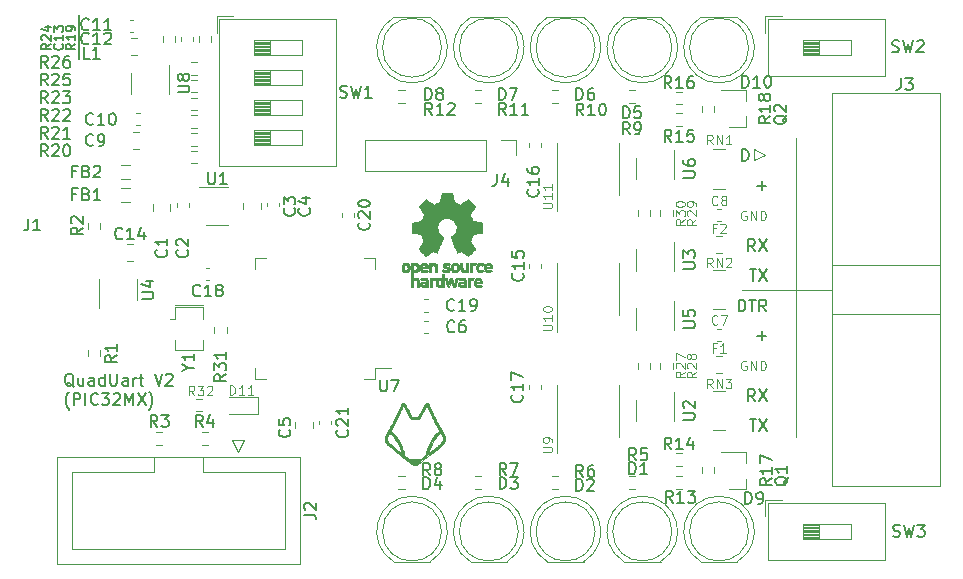
<source format=gto>
%TF.GenerationSoftware,KiCad,Pcbnew,5.1.8-db9833491~88~ubuntu20.04.1*%
%TF.CreationDate,2020-12-20T17:47:45+01:00*%
%TF.ProjectId,QuadUart,51756164-5561-4727-942e-6b696361645f,rev?*%
%TF.SameCoordinates,PX8f0d180PY5e20ae0*%
%TF.FileFunction,Legend,Top*%
%TF.FilePolarity,Positive*%
%FSLAX46Y46*%
G04 Gerber Fmt 4.6, Leading zero omitted, Abs format (unit mm)*
G04 Created by KiCad (PCBNEW 5.1.8-db9833491~88~ubuntu20.04.1) date 2020-12-20 17:47:45*
%MOMM*%
%LPD*%
G01*
G04 APERTURE LIST*
%ADD10C,0.120000*%
%ADD11C,0.150000*%
%ADD12C,0.200000*%
%ADD13C,0.010000*%
G04 APERTURE END LIST*
D10*
X67950000Y11850000D02*
X67950000Y37150000D01*
X70900000Y24350000D02*
X63300000Y24350000D01*
D11*
X63338095Y35247620D02*
X63338095Y36247620D01*
X63576190Y36247620D01*
X63719047Y36200000D01*
X63814285Y36104762D01*
X63861904Y36009524D01*
X63909523Y35819048D01*
X63909523Y35676191D01*
X63861904Y35485715D01*
X63814285Y35390477D01*
X63719047Y35295239D01*
X63576190Y35247620D01*
X63338095Y35247620D01*
D10*
X63690476Y31000000D02*
X63614285Y31038096D01*
X63500000Y31038096D01*
X63385714Y31000000D01*
X63309523Y30923810D01*
X63271428Y30847620D01*
X63233333Y30695239D01*
X63233333Y30580953D01*
X63271428Y30428572D01*
X63309523Y30352381D01*
X63385714Y30276191D01*
X63500000Y30238096D01*
X63576190Y30238096D01*
X63690476Y30276191D01*
X63728571Y30314286D01*
X63728571Y30580953D01*
X63576190Y30580953D01*
X64071428Y30238096D02*
X64071428Y31038096D01*
X64528571Y30238096D01*
X64528571Y31038096D01*
X64909523Y30238096D02*
X64909523Y31038096D01*
X65100000Y31038096D01*
X65214285Y31000000D01*
X65290476Y30923810D01*
X65328571Y30847620D01*
X65366666Y30695239D01*
X65366666Y30580953D01*
X65328571Y30428572D01*
X65290476Y30352381D01*
X65214285Y30276191D01*
X65100000Y30238096D01*
X64909523Y30238096D01*
D11*
X64433333Y27597620D02*
X64100000Y28073810D01*
X63861904Y27597620D02*
X63861904Y28597620D01*
X64242857Y28597620D01*
X64338095Y28550000D01*
X64385714Y28502381D01*
X64433333Y28407143D01*
X64433333Y28264286D01*
X64385714Y28169048D01*
X64338095Y28121429D01*
X64242857Y28073810D01*
X63861904Y28073810D01*
X64766666Y28597620D02*
X65433333Y27597620D01*
X65433333Y28597620D02*
X64766666Y27597620D01*
X63988095Y26097620D02*
X64559523Y26097620D01*
X64273809Y25097620D02*
X64273809Y26097620D01*
X64797619Y26097620D02*
X65464285Y25097620D01*
X65464285Y26097620D02*
X64797619Y25097620D01*
X64619047Y33128572D02*
X65380952Y33128572D01*
X65000000Y32747620D02*
X65000000Y33509524D01*
X63057142Y22497620D02*
X63057142Y23497620D01*
X63295238Y23497620D01*
X63438095Y23450000D01*
X63533333Y23354762D01*
X63580952Y23259524D01*
X63628571Y23069048D01*
X63628571Y22926191D01*
X63580952Y22735715D01*
X63533333Y22640477D01*
X63438095Y22545239D01*
X63295238Y22497620D01*
X63057142Y22497620D01*
X63914285Y23497620D02*
X64485714Y23497620D01*
X64200000Y22497620D02*
X64200000Y23497620D01*
X65390476Y22497620D02*
X65057142Y22973810D01*
X64819047Y22497620D02*
X64819047Y23497620D01*
X65200000Y23497620D01*
X65295238Y23450000D01*
X65342857Y23402381D01*
X65390476Y23307143D01*
X65390476Y23164286D01*
X65342857Y23069048D01*
X65295238Y23021429D01*
X65200000Y22973810D01*
X64819047Y22973810D01*
X64619047Y20428572D02*
X65380952Y20428572D01*
X65000000Y20047620D02*
X65000000Y20809524D01*
D10*
X63690476Y18300000D02*
X63614285Y18338096D01*
X63500000Y18338096D01*
X63385714Y18300000D01*
X63309523Y18223810D01*
X63271428Y18147620D01*
X63233333Y17995239D01*
X63233333Y17880953D01*
X63271428Y17728572D01*
X63309523Y17652381D01*
X63385714Y17576191D01*
X63500000Y17538096D01*
X63576190Y17538096D01*
X63690476Y17576191D01*
X63728571Y17614286D01*
X63728571Y17880953D01*
X63576190Y17880953D01*
X64071428Y17538096D02*
X64071428Y18338096D01*
X64528571Y17538096D01*
X64528571Y18338096D01*
X64909523Y17538096D02*
X64909523Y18338096D01*
X65100000Y18338096D01*
X65214285Y18300000D01*
X65290476Y18223810D01*
X65328571Y18147620D01*
X65366666Y17995239D01*
X65366666Y17880953D01*
X65328571Y17728572D01*
X65290476Y17652381D01*
X65214285Y17576191D01*
X65100000Y17538096D01*
X64909523Y17538096D01*
D11*
X64433333Y14897620D02*
X64100000Y15373810D01*
X63861904Y14897620D02*
X63861904Y15897620D01*
X64242857Y15897620D01*
X64338095Y15850000D01*
X64385714Y15802381D01*
X64433333Y15707143D01*
X64433333Y15564286D01*
X64385714Y15469048D01*
X64338095Y15421429D01*
X64242857Y15373810D01*
X63861904Y15373810D01*
X64766666Y15897620D02*
X65433333Y14897620D01*
X65433333Y15897620D02*
X64766666Y14897620D01*
X63988095Y13397620D02*
X64559523Y13397620D01*
X64273809Y12397620D02*
X64273809Y13397620D01*
X64797619Y13397620D02*
X65464285Y12397620D01*
X65464285Y13397620D02*
X64797619Y12397620D01*
X6752261Y16127381D02*
X6657023Y16175000D01*
X6561785Y16270239D01*
X6418928Y16413096D01*
X6323690Y16460715D01*
X6228452Y16460715D01*
X6276071Y16222620D02*
X6180833Y16270239D01*
X6085595Y16365477D01*
X6037976Y16555953D01*
X6037976Y16889286D01*
X6085595Y17079762D01*
X6180833Y17175000D01*
X6276071Y17222620D01*
X6466547Y17222620D01*
X6561785Y17175000D01*
X6657023Y17079762D01*
X6704642Y16889286D01*
X6704642Y16555953D01*
X6657023Y16365477D01*
X6561785Y16270239D01*
X6466547Y16222620D01*
X6276071Y16222620D01*
X7561785Y16889286D02*
X7561785Y16222620D01*
X7133214Y16889286D02*
X7133214Y16365477D01*
X7180833Y16270239D01*
X7276071Y16222620D01*
X7418928Y16222620D01*
X7514166Y16270239D01*
X7561785Y16317858D01*
X8466547Y16222620D02*
X8466547Y16746429D01*
X8418928Y16841667D01*
X8323690Y16889286D01*
X8133214Y16889286D01*
X8037976Y16841667D01*
X8466547Y16270239D02*
X8371309Y16222620D01*
X8133214Y16222620D01*
X8037976Y16270239D01*
X7990357Y16365477D01*
X7990357Y16460715D01*
X8037976Y16555953D01*
X8133214Y16603572D01*
X8371309Y16603572D01*
X8466547Y16651191D01*
X9371309Y16222620D02*
X9371309Y17222620D01*
X9371309Y16270239D02*
X9276071Y16222620D01*
X9085595Y16222620D01*
X8990357Y16270239D01*
X8942738Y16317858D01*
X8895119Y16413096D01*
X8895119Y16698810D01*
X8942738Y16794048D01*
X8990357Y16841667D01*
X9085595Y16889286D01*
X9276071Y16889286D01*
X9371309Y16841667D01*
X9847500Y17222620D02*
X9847500Y16413096D01*
X9895119Y16317858D01*
X9942738Y16270239D01*
X10037976Y16222620D01*
X10228452Y16222620D01*
X10323690Y16270239D01*
X10371309Y16317858D01*
X10418928Y16413096D01*
X10418928Y17222620D01*
X11323690Y16222620D02*
X11323690Y16746429D01*
X11276071Y16841667D01*
X11180833Y16889286D01*
X10990357Y16889286D01*
X10895119Y16841667D01*
X11323690Y16270239D02*
X11228452Y16222620D01*
X10990357Y16222620D01*
X10895119Y16270239D01*
X10847500Y16365477D01*
X10847500Y16460715D01*
X10895119Y16555953D01*
X10990357Y16603572D01*
X11228452Y16603572D01*
X11323690Y16651191D01*
X11799880Y16222620D02*
X11799880Y16889286D01*
X11799880Y16698810D02*
X11847500Y16794048D01*
X11895119Y16841667D01*
X11990357Y16889286D01*
X12085595Y16889286D01*
X12276071Y16889286D02*
X12657023Y16889286D01*
X12418928Y17222620D02*
X12418928Y16365477D01*
X12466547Y16270239D01*
X12561785Y16222620D01*
X12657023Y16222620D01*
X13609404Y17222620D02*
X13942738Y16222620D01*
X14276071Y17222620D01*
X14561785Y17127381D02*
X14609404Y17175000D01*
X14704642Y17222620D01*
X14942738Y17222620D01*
X15037976Y17175000D01*
X15085595Y17127381D01*
X15133214Y17032143D01*
X15133214Y16936905D01*
X15085595Y16794048D01*
X14514166Y16222620D01*
X15133214Y16222620D01*
X6371309Y14191667D02*
X6323690Y14239286D01*
X6228452Y14382143D01*
X6180833Y14477381D01*
X6133214Y14620239D01*
X6085595Y14858334D01*
X6085595Y15048810D01*
X6133214Y15286905D01*
X6180833Y15429762D01*
X6228452Y15525000D01*
X6323690Y15667858D01*
X6371309Y15715477D01*
X6752261Y14572620D02*
X6752261Y15572620D01*
X7133214Y15572620D01*
X7228452Y15525000D01*
X7276071Y15477381D01*
X7323690Y15382143D01*
X7323690Y15239286D01*
X7276071Y15144048D01*
X7228452Y15096429D01*
X7133214Y15048810D01*
X6752261Y15048810D01*
X7752261Y14572620D02*
X7752261Y15572620D01*
X8799880Y14667858D02*
X8752261Y14620239D01*
X8609404Y14572620D01*
X8514166Y14572620D01*
X8371309Y14620239D01*
X8276071Y14715477D01*
X8228452Y14810715D01*
X8180833Y15001191D01*
X8180833Y15144048D01*
X8228452Y15334524D01*
X8276071Y15429762D01*
X8371309Y15525000D01*
X8514166Y15572620D01*
X8609404Y15572620D01*
X8752261Y15525000D01*
X8799880Y15477381D01*
X9133214Y15572620D02*
X9752261Y15572620D01*
X9418928Y15191667D01*
X9561785Y15191667D01*
X9657023Y15144048D01*
X9704642Y15096429D01*
X9752261Y15001191D01*
X9752261Y14763096D01*
X9704642Y14667858D01*
X9657023Y14620239D01*
X9561785Y14572620D01*
X9276071Y14572620D01*
X9180833Y14620239D01*
X9133214Y14667858D01*
X10133214Y15477381D02*
X10180833Y15525000D01*
X10276071Y15572620D01*
X10514166Y15572620D01*
X10609404Y15525000D01*
X10657023Y15477381D01*
X10704642Y15382143D01*
X10704642Y15286905D01*
X10657023Y15144048D01*
X10085595Y14572620D01*
X10704642Y14572620D01*
X11133214Y14572620D02*
X11133214Y15572620D01*
X11466547Y14858334D01*
X11799880Y15572620D01*
X11799880Y14572620D01*
X12180833Y15572620D02*
X12847500Y14572620D01*
X12847500Y15572620D02*
X12180833Y14572620D01*
X13133214Y14191667D02*
X13180833Y14239286D01*
X13276071Y14382143D01*
X13323690Y14477381D01*
X13371309Y14620239D01*
X13418928Y14858334D01*
X13418928Y15048810D01*
X13371309Y15286905D01*
X13323690Y15429762D01*
X13276071Y15525000D01*
X13180833Y15667858D01*
X13133214Y15715477D01*
D12*
X7210000Y47600000D02*
X7210000Y43900000D01*
D10*
%TO.C,C8*%
X61546267Y31210000D02*
X61253733Y31210000D01*
X61546267Y30190000D02*
X61253733Y30190000D01*
%TO.C,C7*%
X61546267Y21050000D02*
X61253733Y21050000D01*
X61546267Y20030000D02*
X61253733Y20030000D01*
%TO.C,R32*%
X17592224Y14027500D02*
X17082776Y14027500D01*
X17592224Y15072500D02*
X17082776Y15072500D01*
%TO.C,D11*%
X19925000Y13815000D02*
X22385000Y13815000D01*
X22385000Y13815000D02*
X22385000Y15285000D01*
X22385000Y15285000D02*
X19925000Y15285000D01*
D13*
%TO.C,LOGO1*%
G36*
X35813360Y26597532D02*
G01*
X35848592Y26580126D01*
X35892040Y26549794D01*
X35923706Y26516717D01*
X35945394Y26475183D01*
X35958903Y26419478D01*
X35966038Y26343889D01*
X35968600Y26242704D01*
X35968750Y26199203D01*
X35968312Y26103865D01*
X35966496Y26035729D01*
X35962545Y25988582D01*
X35955702Y25956210D01*
X35945211Y25932400D01*
X35934296Y25916157D01*
X35864619Y25847048D01*
X35782566Y25805479D01*
X35694050Y25792977D01*
X35604981Y25811066D01*
X35576763Y25823858D01*
X35509210Y25859069D01*
X35509210Y25307300D01*
X35558512Y25332795D01*
X35623473Y25352520D01*
X35703320Y25357573D01*
X35783052Y25348244D01*
X35843265Y25327286D01*
X35893208Y25287373D01*
X35935881Y25230259D01*
X35939090Y25224395D01*
X35952622Y25196773D01*
X35962505Y25168932D01*
X35969309Y25135206D01*
X35973601Y25089929D01*
X35975951Y25027438D01*
X35976928Y24942065D01*
X35977105Y24845990D01*
X35977105Y24539474D01*
X35793289Y24539474D01*
X35793289Y25104661D01*
X35741875Y25147923D01*
X35688466Y25182528D01*
X35637888Y25188820D01*
X35587030Y25172628D01*
X35559925Y25156773D01*
X35539751Y25134190D01*
X35525403Y25100060D01*
X35515776Y25049566D01*
X35509763Y24977889D01*
X35506260Y24880212D01*
X35505026Y24815198D01*
X35500855Y24547829D01*
X35413125Y24542778D01*
X35325394Y24537727D01*
X35325394Y26196899D01*
X35509210Y26196899D01*
X35513896Y26104400D01*
X35529688Y26040191D01*
X35559183Y26000241D01*
X35604980Y25980520D01*
X35651250Y25976579D01*
X35703628Y25981108D01*
X35738390Y25998931D01*
X35760128Y26022481D01*
X35777240Y26047811D01*
X35787427Y26076031D01*
X35791960Y26115569D01*
X35792109Y26174858D01*
X35790584Y26224502D01*
X35787081Y26299290D01*
X35781867Y26348389D01*
X35773087Y26379533D01*
X35758886Y26400455D01*
X35745484Y26412548D01*
X35689487Y26438919D01*
X35623211Y26443178D01*
X35585156Y26434094D01*
X35547477Y26401804D01*
X35522519Y26338994D01*
X35510422Y26246106D01*
X35509210Y26196899D01*
X35325394Y26196899D01*
X35325394Y26611579D01*
X35417302Y26611579D01*
X35472483Y26609397D01*
X35500952Y26601649D01*
X35509206Y26586532D01*
X35509210Y26586084D01*
X35513040Y26571280D01*
X35529933Y26572961D01*
X35563519Y26589228D01*
X35641778Y26614113D01*
X35729827Y26616729D01*
X35813360Y26597532D01*
G37*
X35813360Y26597532D02*
X35848592Y26580126D01*
X35892040Y26549794D01*
X35923706Y26516717D01*
X35945394Y26475183D01*
X35958903Y26419478D01*
X35966038Y26343889D01*
X35968600Y26242704D01*
X35968750Y26199203D01*
X35968312Y26103865D01*
X35966496Y26035729D01*
X35962545Y25988582D01*
X35955702Y25956210D01*
X35945211Y25932400D01*
X35934296Y25916157D01*
X35864619Y25847048D01*
X35782566Y25805479D01*
X35694050Y25792977D01*
X35604981Y25811066D01*
X35576763Y25823858D01*
X35509210Y25859069D01*
X35509210Y25307300D01*
X35558512Y25332795D01*
X35623473Y25352520D01*
X35703320Y25357573D01*
X35783052Y25348244D01*
X35843265Y25327286D01*
X35893208Y25287373D01*
X35935881Y25230259D01*
X35939090Y25224395D01*
X35952622Y25196773D01*
X35962505Y25168932D01*
X35969309Y25135206D01*
X35973601Y25089929D01*
X35975951Y25027438D01*
X35976928Y24942065D01*
X35977105Y24845990D01*
X35977105Y24539474D01*
X35793289Y24539474D01*
X35793289Y25104661D01*
X35741875Y25147923D01*
X35688466Y25182528D01*
X35637888Y25188820D01*
X35587030Y25172628D01*
X35559925Y25156773D01*
X35539751Y25134190D01*
X35525403Y25100060D01*
X35515776Y25049566D01*
X35509763Y24977889D01*
X35506260Y24880212D01*
X35505026Y24815198D01*
X35500855Y24547829D01*
X35413125Y24542778D01*
X35325394Y24537727D01*
X35325394Y26196899D01*
X35509210Y26196899D01*
X35513896Y26104400D01*
X35529688Y26040191D01*
X35559183Y26000241D01*
X35604980Y25980520D01*
X35651250Y25976579D01*
X35703628Y25981108D01*
X35738390Y25998931D01*
X35760128Y26022481D01*
X35777240Y26047811D01*
X35787427Y26076031D01*
X35791960Y26115569D01*
X35792109Y26174858D01*
X35790584Y26224502D01*
X35787081Y26299290D01*
X35781867Y26348389D01*
X35773087Y26379533D01*
X35758886Y26400455D01*
X35745484Y26412548D01*
X35689487Y26438919D01*
X35623211Y26443178D01*
X35585156Y26434094D01*
X35547477Y26401804D01*
X35522519Y26338994D01*
X35510422Y26246106D01*
X35509210Y26196899D01*
X35325394Y26196899D01*
X35325394Y26611579D01*
X35417302Y26611579D01*
X35472483Y26609397D01*
X35500952Y26601649D01*
X35509206Y26586532D01*
X35509210Y26586084D01*
X35513040Y26571280D01*
X35529933Y26572961D01*
X35563519Y26589228D01*
X35641778Y26614113D01*
X35729827Y26616729D01*
X35813360Y26597532D01*
G36*
X36510457Y25351816D02*
G01*
X36589070Y25330840D01*
X36648916Y25292820D01*
X36691147Y25243022D01*
X36704275Y25221770D01*
X36713968Y25199508D01*
X36720744Y25171030D01*
X36725123Y25131129D01*
X36727624Y25074599D01*
X36728768Y24996233D01*
X36729072Y24890824D01*
X36729078Y24862858D01*
X36729078Y24539474D01*
X36648868Y24539474D01*
X36597706Y24543057D01*
X36559877Y24552134D01*
X36550399Y24557732D01*
X36524488Y24567394D01*
X36498024Y24557732D01*
X36454452Y24545670D01*
X36391160Y24540815D01*
X36321010Y24542922D01*
X36256860Y24551744D01*
X36219407Y24563063D01*
X36146933Y24609588D01*
X36101640Y24674154D01*
X36081278Y24760000D01*
X36081088Y24762204D01*
X36082875Y24800287D01*
X36244473Y24800287D01*
X36258601Y24756970D01*
X36281612Y24732592D01*
X36327804Y24714155D01*
X36388775Y24706795D01*
X36450949Y24710417D01*
X36500751Y24724926D01*
X36514703Y24734235D01*
X36539085Y24777247D01*
X36545263Y24826143D01*
X36545263Y24890395D01*
X36452818Y24890395D01*
X36364995Y24883634D01*
X36298418Y24864480D01*
X36257002Y24834624D01*
X36244473Y24800287D01*
X36082875Y24800287D01*
X36085490Y24855996D01*
X36116424Y24930153D01*
X36174581Y24986233D01*
X36182620Y24991335D01*
X36217163Y25007945D01*
X36259918Y25018004D01*
X36319686Y25022893D01*
X36390690Y25024017D01*
X36545263Y25024079D01*
X36545263Y25088875D01*
X36538706Y25139150D01*
X36521975Y25172831D01*
X36520016Y25174624D01*
X36482783Y25189358D01*
X36426580Y25195069D01*
X36364467Y25192263D01*
X36309510Y25181444D01*
X36276899Y25165218D01*
X36259228Y25152220D01*
X36240569Y25149738D01*
X36214819Y25160387D01*
X36175873Y25186782D01*
X36117630Y25231535D01*
X36112284Y25235727D01*
X36115023Y25251240D01*
X36137876Y25277040D01*
X36172609Y25305711D01*
X36210990Y25329834D01*
X36223048Y25335530D01*
X36267034Y25346897D01*
X36331487Y25355005D01*
X36403497Y25358257D01*
X36406864Y25358264D01*
X36510457Y25351816D01*
G37*
X36510457Y25351816D02*
X36589070Y25330840D01*
X36648916Y25292820D01*
X36691147Y25243022D01*
X36704275Y25221770D01*
X36713968Y25199508D01*
X36720744Y25171030D01*
X36725123Y25131129D01*
X36727624Y25074599D01*
X36728768Y24996233D01*
X36729072Y24890824D01*
X36729078Y24862858D01*
X36729078Y24539474D01*
X36648868Y24539474D01*
X36597706Y24543057D01*
X36559877Y24552134D01*
X36550399Y24557732D01*
X36524488Y24567394D01*
X36498024Y24557732D01*
X36454452Y24545670D01*
X36391160Y24540815D01*
X36321010Y24542922D01*
X36256860Y24551744D01*
X36219407Y24563063D01*
X36146933Y24609588D01*
X36101640Y24674154D01*
X36081278Y24760000D01*
X36081088Y24762204D01*
X36082875Y24800287D01*
X36244473Y24800287D01*
X36258601Y24756970D01*
X36281612Y24732592D01*
X36327804Y24714155D01*
X36388775Y24706795D01*
X36450949Y24710417D01*
X36500751Y24724926D01*
X36514703Y24734235D01*
X36539085Y24777247D01*
X36545263Y24826143D01*
X36545263Y24890395D01*
X36452818Y24890395D01*
X36364995Y24883634D01*
X36298418Y24864480D01*
X36257002Y24834624D01*
X36244473Y24800287D01*
X36082875Y24800287D01*
X36085490Y24855996D01*
X36116424Y24930153D01*
X36174581Y24986233D01*
X36182620Y24991335D01*
X36217163Y25007945D01*
X36259918Y25018004D01*
X36319686Y25022893D01*
X36390690Y25024017D01*
X36545263Y25024079D01*
X36545263Y25088875D01*
X36538706Y25139150D01*
X36521975Y25172831D01*
X36520016Y25174624D01*
X36482783Y25189358D01*
X36426580Y25195069D01*
X36364467Y25192263D01*
X36309510Y25181444D01*
X36276899Y25165218D01*
X36259228Y25152220D01*
X36240569Y25149738D01*
X36214819Y25160387D01*
X36175873Y25186782D01*
X36117630Y25231535D01*
X36112284Y25235727D01*
X36115023Y25251240D01*
X36137876Y25277040D01*
X36172609Y25305711D01*
X36210990Y25329834D01*
X36223048Y25335530D01*
X36267034Y25346897D01*
X36331487Y25355005D01*
X36403497Y25358257D01*
X36406864Y25358264D01*
X36510457Y25351816D01*
G36*
X37029881Y25356514D02*
G01*
X37054888Y25349018D01*
X37062950Y25332549D01*
X37063289Y25325114D01*
X37064736Y25304406D01*
X37074698Y25301155D01*
X37101612Y25315352D01*
X37117598Y25325052D01*
X37168033Y25345825D01*
X37228272Y25356096D01*
X37291434Y25356886D01*
X37350637Y25349214D01*
X37399002Y25334102D01*
X37429646Y25312568D01*
X37435689Y25285634D01*
X37432639Y25278340D01*
X37410406Y25248063D01*
X37375930Y25210825D01*
X37369694Y25204805D01*
X37336833Y25177125D01*
X37308480Y25168182D01*
X37268827Y25174424D01*
X37252942Y25178571D01*
X37203509Y25188533D01*
X37168752Y25184053D01*
X37139400Y25168254D01*
X37112513Y25147051D01*
X37092710Y25120386D01*
X37078948Y25083173D01*
X37070184Y25030327D01*
X37065374Y24956763D01*
X37063474Y24857395D01*
X37063289Y24797399D01*
X37063289Y24539474D01*
X36896184Y24539474D01*
X36896184Y25358290D01*
X36979736Y25358290D01*
X37029881Y25356514D01*
G37*
X37029881Y25356514D02*
X37054888Y25349018D01*
X37062950Y25332549D01*
X37063289Y25325114D01*
X37064736Y25304406D01*
X37074698Y25301155D01*
X37101612Y25315352D01*
X37117598Y25325052D01*
X37168033Y25345825D01*
X37228272Y25356096D01*
X37291434Y25356886D01*
X37350637Y25349214D01*
X37399002Y25334102D01*
X37429646Y25312568D01*
X37435689Y25285634D01*
X37432639Y25278340D01*
X37410406Y25248063D01*
X37375930Y25210825D01*
X37369694Y25204805D01*
X37336833Y25177125D01*
X37308480Y25168182D01*
X37268827Y25174424D01*
X37252942Y25178571D01*
X37203509Y25188533D01*
X37168752Y25184053D01*
X37139400Y25168254D01*
X37112513Y25147051D01*
X37092710Y25120386D01*
X37078948Y25083173D01*
X37070184Y25030327D01*
X37065374Y24956763D01*
X37063474Y24857395D01*
X37063289Y24797399D01*
X37063289Y24539474D01*
X36896184Y24539474D01*
X36896184Y25358290D01*
X36979736Y25358290D01*
X37029881Y25356514D01*
G36*
X38082631Y24539474D02*
G01*
X37990723Y24539474D01*
X37937377Y24541038D01*
X37909593Y24547515D01*
X37899590Y24561582D01*
X37898815Y24571094D01*
X37897128Y24590168D01*
X37886490Y24593826D01*
X37858535Y24582068D01*
X37836795Y24571094D01*
X37753332Y24545089D01*
X37662604Y24543584D01*
X37588842Y24562979D01*
X37520154Y24609835D01*
X37467794Y24678996D01*
X37439122Y24760573D01*
X37438392Y24765134D01*
X37434132Y24814899D01*
X37432014Y24886341D01*
X37432184Y24940374D01*
X37614720Y24940374D01*
X37618949Y24868559D01*
X37628568Y24809366D01*
X37641590Y24775940D01*
X37690856Y24730260D01*
X37749350Y24713885D01*
X37809671Y24727127D01*
X37861217Y24766627D01*
X37880738Y24793193D01*
X37892152Y24824894D01*
X37897498Y24871168D01*
X37898815Y24940672D01*
X37896458Y25009501D01*
X37890233Y25069974D01*
X37881408Y25110444D01*
X37879937Y25114071D01*
X37844347Y25157198D01*
X37792400Y25180876D01*
X37734278Y25184699D01*
X37680160Y25168262D01*
X37640226Y25131160D01*
X37636083Y25123778D01*
X37623116Y25078761D01*
X37616052Y25014033D01*
X37614720Y24940374D01*
X37432184Y24940374D01*
X37432271Y24967770D01*
X37433472Y25011595D01*
X37441645Y25120012D01*
X37458630Y25201412D01*
X37486887Y25261588D01*
X37528872Y25306334D01*
X37569632Y25332600D01*
X37626581Y25351065D01*
X37697411Y25357398D01*
X37769941Y25352240D01*
X37831986Y25336231D01*
X37864768Y25317080D01*
X37898815Y25286268D01*
X37898815Y25675790D01*
X38082631Y25675790D01*
X38082631Y24539474D01*
G37*
X38082631Y24539474D02*
X37990723Y24539474D01*
X37937377Y24541038D01*
X37909593Y24547515D01*
X37899590Y24561582D01*
X37898815Y24571094D01*
X37897128Y24590168D01*
X37886490Y24593826D01*
X37858535Y24582068D01*
X37836795Y24571094D01*
X37753332Y24545089D01*
X37662604Y24543584D01*
X37588842Y24562979D01*
X37520154Y24609835D01*
X37467794Y24678996D01*
X37439122Y24760573D01*
X37438392Y24765134D01*
X37434132Y24814899D01*
X37432014Y24886341D01*
X37432184Y24940374D01*
X37614720Y24940374D01*
X37618949Y24868559D01*
X37628568Y24809366D01*
X37641590Y24775940D01*
X37690856Y24730260D01*
X37749350Y24713885D01*
X37809671Y24727127D01*
X37861217Y24766627D01*
X37880738Y24793193D01*
X37892152Y24824894D01*
X37897498Y24871168D01*
X37898815Y24940672D01*
X37896458Y25009501D01*
X37890233Y25069974D01*
X37881408Y25110444D01*
X37879937Y25114071D01*
X37844347Y25157198D01*
X37792400Y25180876D01*
X37734278Y25184699D01*
X37680160Y25168262D01*
X37640226Y25131160D01*
X37636083Y25123778D01*
X37623116Y25078761D01*
X37616052Y25014033D01*
X37614720Y24940374D01*
X37432184Y24940374D01*
X37432271Y24967770D01*
X37433472Y25011595D01*
X37441645Y25120012D01*
X37458630Y25201412D01*
X37486887Y25261588D01*
X37528872Y25306334D01*
X37569632Y25332600D01*
X37626581Y25351065D01*
X37697411Y25357398D01*
X37769941Y25352240D01*
X37831986Y25336231D01*
X37864768Y25317080D01*
X37898815Y25286268D01*
X37898815Y25675790D01*
X38082631Y25675790D01*
X38082631Y24539474D01*
G36*
X38724130Y25354896D02*
G01*
X38790220Y25349934D01*
X38876626Y25090921D01*
X38963031Y24831908D01*
X38990124Y24923816D01*
X39006428Y24980616D01*
X39027875Y25057375D01*
X39051035Y25141749D01*
X39063280Y25187007D01*
X39109344Y25358290D01*
X39299387Y25358290D01*
X39242582Y25178651D01*
X39214607Y25090296D01*
X39180813Y24983719D01*
X39145520Y24872546D01*
X39114013Y24773421D01*
X39042250Y24547829D01*
X38887286Y24537747D01*
X38845270Y24676472D01*
X38819359Y24762649D01*
X38791083Y24857653D01*
X38766369Y24941559D01*
X38765394Y24944898D01*
X38746935Y25001752D01*
X38730649Y25040544D01*
X38719242Y25055213D01*
X38716898Y25053517D01*
X38708671Y25030775D01*
X38693038Y24982060D01*
X38671904Y24913498D01*
X38647170Y24831215D01*
X38633787Y24785954D01*
X38561311Y24539474D01*
X38407495Y24539474D01*
X38284531Y24927994D01*
X38249988Y25036978D01*
X38218521Y25135952D01*
X38191616Y25220264D01*
X38170759Y25285266D01*
X38157438Y25326308D01*
X38153388Y25338299D01*
X38156594Y25350577D01*
X38181765Y25355954D01*
X38234146Y25355416D01*
X38242345Y25355010D01*
X38339482Y25349934D01*
X38403100Y25115987D01*
X38426484Y25030667D01*
X38447381Y24955665D01*
X38463951Y24897493D01*
X38474354Y24862663D01*
X38476276Y24856984D01*
X38484241Y24863514D01*
X38500304Y24897346D01*
X38522621Y24953873D01*
X38549345Y25028490D01*
X38571937Y25095893D01*
X38658041Y25359857D01*
X38724130Y25354896D01*
G37*
X38724130Y25354896D02*
X38790220Y25349934D01*
X38876626Y25090921D01*
X38963031Y24831908D01*
X38990124Y24923816D01*
X39006428Y24980616D01*
X39027875Y25057375D01*
X39051035Y25141749D01*
X39063280Y25187007D01*
X39109344Y25358290D01*
X39299387Y25358290D01*
X39242582Y25178651D01*
X39214607Y25090296D01*
X39180813Y24983719D01*
X39145520Y24872546D01*
X39114013Y24773421D01*
X39042250Y24547829D01*
X38887286Y24537747D01*
X38845270Y24676472D01*
X38819359Y24762649D01*
X38791083Y24857653D01*
X38766369Y24941559D01*
X38765394Y24944898D01*
X38746935Y25001752D01*
X38730649Y25040544D01*
X38719242Y25055213D01*
X38716898Y25053517D01*
X38708671Y25030775D01*
X38693038Y24982060D01*
X38671904Y24913498D01*
X38647170Y24831215D01*
X38633787Y24785954D01*
X38561311Y24539474D01*
X38407495Y24539474D01*
X38284531Y24927994D01*
X38249988Y25036978D01*
X38218521Y25135952D01*
X38191616Y25220264D01*
X38170759Y25285266D01*
X38157438Y25326308D01*
X38153388Y25338299D01*
X38156594Y25350577D01*
X38181765Y25355954D01*
X38234146Y25355416D01*
X38242345Y25355010D01*
X38339482Y25349934D01*
X38403100Y25115987D01*
X38426484Y25030667D01*
X38447381Y24955665D01*
X38463951Y24897493D01*
X38474354Y24862663D01*
X38476276Y24856984D01*
X38484241Y24863514D01*
X38500304Y24897346D01*
X38522621Y24953873D01*
X38549345Y25028490D01*
X38571937Y25095893D01*
X38658041Y25359857D01*
X38724130Y25354896D01*
G36*
X39729992Y25353327D02*
G01*
X39800427Y25336220D01*
X39820787Y25327156D01*
X39860253Y25303417D01*
X39890541Y25276679D01*
X39912952Y25242301D01*
X39928786Y25195640D01*
X39939343Y25132054D01*
X39945924Y25046901D01*
X39949828Y24935538D01*
X39951310Y24861151D01*
X39956765Y24539474D01*
X39863580Y24539474D01*
X39807047Y24541844D01*
X39777922Y24549945D01*
X39770394Y24563549D01*
X39766420Y24578259D01*
X39748652Y24575446D01*
X39724440Y24563652D01*
X39663828Y24545573D01*
X39585929Y24540701D01*
X39503995Y24548670D01*
X39431281Y24569111D01*
X39424759Y24571949D01*
X39358302Y24618635D01*
X39314491Y24683536D01*
X39294332Y24759400D01*
X39295872Y24786656D01*
X39460345Y24786656D01*
X39474837Y24749976D01*
X39517805Y24723691D01*
X39587129Y24709583D01*
X39624177Y24707710D01*
X39685919Y24712506D01*
X39726960Y24731142D01*
X39736973Y24740000D01*
X39764100Y24788194D01*
X39770394Y24831908D01*
X39770394Y24890395D01*
X39688930Y24890395D01*
X39594234Y24885568D01*
X39527813Y24870387D01*
X39485846Y24843800D01*
X39476449Y24831948D01*
X39460345Y24786656D01*
X39295872Y24786656D01*
X39298829Y24838974D01*
X39328985Y24915005D01*
X39370131Y24966388D01*
X39395052Y24988603D01*
X39419448Y25003202D01*
X39451191Y25012103D01*
X39498152Y25017225D01*
X39568204Y25020485D01*
X39595990Y25021423D01*
X39770394Y25027121D01*
X39770138Y25079909D01*
X39763384Y25135397D01*
X39738964Y25168948D01*
X39689630Y25190382D01*
X39688306Y25190764D01*
X39618360Y25199192D01*
X39549914Y25188184D01*
X39499047Y25161415D01*
X39478637Y25148197D01*
X39456654Y25150026D01*
X39422826Y25169176D01*
X39402961Y25182692D01*
X39364106Y25211568D01*
X39340038Y25233214D01*
X39336176Y25239411D01*
X39352079Y25271481D01*
X39399065Y25309781D01*
X39419473Y25322703D01*
X39478143Y25344959D01*
X39557212Y25357568D01*
X39645041Y25360400D01*
X39729992Y25353327D01*
G37*
X39729992Y25353327D02*
X39800427Y25336220D01*
X39820787Y25327156D01*
X39860253Y25303417D01*
X39890541Y25276679D01*
X39912952Y25242301D01*
X39928786Y25195640D01*
X39939343Y25132054D01*
X39945924Y25046901D01*
X39949828Y24935538D01*
X39951310Y24861151D01*
X39956765Y24539474D01*
X39863580Y24539474D01*
X39807047Y24541844D01*
X39777922Y24549945D01*
X39770394Y24563549D01*
X39766420Y24578259D01*
X39748652Y24575446D01*
X39724440Y24563652D01*
X39663828Y24545573D01*
X39585929Y24540701D01*
X39503995Y24548670D01*
X39431281Y24569111D01*
X39424759Y24571949D01*
X39358302Y24618635D01*
X39314491Y24683536D01*
X39294332Y24759400D01*
X39295872Y24786656D01*
X39460345Y24786656D01*
X39474837Y24749976D01*
X39517805Y24723691D01*
X39587129Y24709583D01*
X39624177Y24707710D01*
X39685919Y24712506D01*
X39726960Y24731142D01*
X39736973Y24740000D01*
X39764100Y24788194D01*
X39770394Y24831908D01*
X39770394Y24890395D01*
X39688930Y24890395D01*
X39594234Y24885568D01*
X39527813Y24870387D01*
X39485846Y24843800D01*
X39476449Y24831948D01*
X39460345Y24786656D01*
X39295872Y24786656D01*
X39298829Y24838974D01*
X39328985Y24915005D01*
X39370131Y24966388D01*
X39395052Y24988603D01*
X39419448Y25003202D01*
X39451191Y25012103D01*
X39498152Y25017225D01*
X39568204Y25020485D01*
X39595990Y25021423D01*
X39770394Y25027121D01*
X39770138Y25079909D01*
X39763384Y25135397D01*
X39738964Y25168948D01*
X39689630Y25190382D01*
X39688306Y25190764D01*
X39618360Y25199192D01*
X39549914Y25188184D01*
X39499047Y25161415D01*
X39478637Y25148197D01*
X39456654Y25150026D01*
X39422826Y25169176D01*
X39402961Y25182692D01*
X39364106Y25211568D01*
X39340038Y25233214D01*
X39336176Y25239411D01*
X39352079Y25271481D01*
X39399065Y25309781D01*
X39419473Y25322703D01*
X39478143Y25344959D01*
X39557212Y25357568D01*
X39645041Y25360400D01*
X39729992Y25353327D01*
G36*
X40523167Y25358553D02*
G01*
X40587408Y25345888D01*
X40623980Y25327136D01*
X40662453Y25295983D01*
X40607717Y25226873D01*
X40573969Y25185021D01*
X40551053Y25164602D01*
X40528279Y25161483D01*
X40494956Y25171528D01*
X40479314Y25177211D01*
X40415542Y25185596D01*
X40357140Y25167622D01*
X40314264Y25127018D01*
X40307299Y25114071D01*
X40299713Y25079776D01*
X40293859Y25016573D01*
X40290011Y24928940D01*
X40288443Y24821360D01*
X40288421Y24806056D01*
X40288421Y24539474D01*
X40104605Y24539474D01*
X40104605Y25358290D01*
X40196513Y25358290D01*
X40249507Y25356906D01*
X40277115Y25350748D01*
X40287324Y25336806D01*
X40288421Y25323656D01*
X40288421Y25289022D01*
X40332450Y25323656D01*
X40382937Y25347284D01*
X40450760Y25358967D01*
X40523167Y25358553D01*
G37*
X40523167Y25358553D02*
X40587408Y25345888D01*
X40623980Y25327136D01*
X40662453Y25295983D01*
X40607717Y25226873D01*
X40573969Y25185021D01*
X40551053Y25164602D01*
X40528279Y25161483D01*
X40494956Y25171528D01*
X40479314Y25177211D01*
X40415542Y25185596D01*
X40357140Y25167622D01*
X40314264Y25127018D01*
X40307299Y25114071D01*
X40299713Y25079776D01*
X40293859Y25016573D01*
X40290011Y24928940D01*
X40288443Y24821360D01*
X40288421Y24806056D01*
X40288421Y24539474D01*
X40104605Y24539474D01*
X40104605Y25358290D01*
X40196513Y25358290D01*
X40249507Y25356906D01*
X40277115Y25350748D01*
X40287324Y25336806D01*
X40288421Y25323656D01*
X40288421Y25289022D01*
X40332450Y25323656D01*
X40382937Y25347284D01*
X40450760Y25358967D01*
X40523167Y25358553D01*
G36*
X41051193Y25353922D02*
G01*
X41131068Y25333155D01*
X41197962Y25290295D01*
X41230351Y25258277D01*
X41283445Y25182587D01*
X41313873Y25094784D01*
X41324327Y24986850D01*
X41324380Y24978125D01*
X41324473Y24890395D01*
X40819534Y24890395D01*
X40830298Y24844441D01*
X40849732Y24802822D01*
X40883745Y24759456D01*
X40890860Y24752533D01*
X40952003Y24715065D01*
X41021729Y24708711D01*
X41101987Y24733362D01*
X41115592Y24740000D01*
X41157319Y24760181D01*
X41185268Y24771679D01*
X41190145Y24772742D01*
X41207168Y24762417D01*
X41239633Y24737155D01*
X41256114Y24723350D01*
X41290264Y24691639D01*
X41301478Y24670701D01*
X41293695Y24651440D01*
X41289535Y24646173D01*
X41261357Y24623122D01*
X41214862Y24595108D01*
X41182434Y24578754D01*
X41090385Y24549941D01*
X40988476Y24540605D01*
X40891963Y24551668D01*
X40864934Y24559588D01*
X40781276Y24604419D01*
X40719266Y24673402D01*
X40678545Y24767206D01*
X40658755Y24886502D01*
X40656582Y24948882D01*
X40662926Y25039702D01*
X40823157Y25039702D01*
X40838655Y25032988D01*
X40880312Y25027720D01*
X40940876Y25024611D01*
X40981907Y25024079D01*
X41055711Y25024592D01*
X41102293Y25026994D01*
X41127848Y25032578D01*
X41138569Y25042639D01*
X41140657Y25057237D01*
X41126331Y25102204D01*
X41090262Y25146647D01*
X41042815Y25180758D01*
X40995349Y25194712D01*
X40930879Y25182334D01*
X40875070Y25146548D01*
X40836374Y25094967D01*
X40823157Y25039702D01*
X40662926Y25039702D01*
X40665821Y25081134D01*
X40694336Y25186502D01*
X40742729Y25265822D01*
X40811604Y25319929D01*
X40901565Y25349657D01*
X40950300Y25355382D01*
X41051193Y25353922D01*
G37*
X41051193Y25353922D02*
X41131068Y25333155D01*
X41197962Y25290295D01*
X41230351Y25258277D01*
X41283445Y25182587D01*
X41313873Y25094784D01*
X41324327Y24986850D01*
X41324380Y24978125D01*
X41324473Y24890395D01*
X40819534Y24890395D01*
X40830298Y24844441D01*
X40849732Y24802822D01*
X40883745Y24759456D01*
X40890860Y24752533D01*
X40952003Y24715065D01*
X41021729Y24708711D01*
X41101987Y24733362D01*
X41115592Y24740000D01*
X41157319Y24760181D01*
X41185268Y24771679D01*
X41190145Y24772742D01*
X41207168Y24762417D01*
X41239633Y24737155D01*
X41256114Y24723350D01*
X41290264Y24691639D01*
X41301478Y24670701D01*
X41293695Y24651440D01*
X41289535Y24646173D01*
X41261357Y24623122D01*
X41214862Y24595108D01*
X41182434Y24578754D01*
X41090385Y24549941D01*
X40988476Y24540605D01*
X40891963Y24551668D01*
X40864934Y24559588D01*
X40781276Y24604419D01*
X40719266Y24673402D01*
X40678545Y24767206D01*
X40658755Y24886502D01*
X40656582Y24948882D01*
X40662926Y25039702D01*
X40823157Y25039702D01*
X40838655Y25032988D01*
X40880312Y25027720D01*
X40940876Y25024611D01*
X40981907Y25024079D01*
X41055711Y25024592D01*
X41102293Y25026994D01*
X41127848Y25032578D01*
X41138569Y25042639D01*
X41140657Y25057237D01*
X41126331Y25102204D01*
X41090262Y25146647D01*
X41042815Y25180758D01*
X40995349Y25194712D01*
X40930879Y25182334D01*
X40875070Y25146548D01*
X40836374Y25094967D01*
X40823157Y25039702D01*
X40662926Y25039702D01*
X40665821Y25081134D01*
X40694336Y25186502D01*
X40742729Y25265822D01*
X40811604Y25319929D01*
X40901565Y25349657D01*
X40950300Y25355382D01*
X41051193Y25353922D01*
G36*
X34976784Y26602896D02*
G01*
X35064205Y26564246D01*
X35130570Y26499710D01*
X35175976Y26409188D01*
X35200518Y26292582D01*
X35202277Y26274376D01*
X35203656Y26146016D01*
X35185784Y26033504D01*
X35149750Y25942312D01*
X35130455Y25912978D01*
X35063245Y25850894D01*
X34977650Y25810684D01*
X34881890Y25793997D01*
X34784187Y25802483D01*
X34709917Y25828620D01*
X34646047Y25872665D01*
X34593846Y25930413D01*
X34592943Y25931764D01*
X34571744Y25967407D01*
X34557967Y26003248D01*
X34549624Y26048481D01*
X34544727Y26112299D01*
X34542569Y26164632D01*
X34541671Y26212090D01*
X34708743Y26212090D01*
X34710376Y26164846D01*
X34716304Y26101954D01*
X34726761Y26061593D01*
X34745619Y26032878D01*
X34763281Y26016104D01*
X34825894Y25980984D01*
X34891408Y25976290D01*
X34952421Y26001560D01*
X34982928Y26029876D01*
X35004911Y26058411D01*
X35017769Y26085716D01*
X35023412Y26121250D01*
X35023751Y26174476D01*
X35022012Y26223494D01*
X35018271Y26293518D01*
X35012341Y26338936D01*
X35001653Y26368560D01*
X34983639Y26391203D01*
X34969363Y26404145D01*
X34909651Y26438140D01*
X34845234Y26439835D01*
X34791219Y26419699D01*
X34745140Y26377648D01*
X34717689Y26308572D01*
X34708743Y26212090D01*
X34541671Y26212090D01*
X34540599Y26268701D01*
X34543964Y26346532D01*
X34554045Y26405070D01*
X34572226Y26451263D01*
X34599890Y26492058D01*
X34610146Y26504172D01*
X34674278Y26564526D01*
X34743066Y26599780D01*
X34827189Y26614550D01*
X34868209Y26615757D01*
X34976784Y26602896D01*
G37*
X34976784Y26602896D02*
X35064205Y26564246D01*
X35130570Y26499710D01*
X35175976Y26409188D01*
X35200518Y26292582D01*
X35202277Y26274376D01*
X35203656Y26146016D01*
X35185784Y26033504D01*
X35149750Y25942312D01*
X35130455Y25912978D01*
X35063245Y25850894D01*
X34977650Y25810684D01*
X34881890Y25793997D01*
X34784187Y25802483D01*
X34709917Y25828620D01*
X34646047Y25872665D01*
X34593846Y25930413D01*
X34592943Y25931764D01*
X34571744Y25967407D01*
X34557967Y26003248D01*
X34549624Y26048481D01*
X34544727Y26112299D01*
X34542569Y26164632D01*
X34541671Y26212090D01*
X34708743Y26212090D01*
X34710376Y26164846D01*
X34716304Y26101954D01*
X34726761Y26061593D01*
X34745619Y26032878D01*
X34763281Y26016104D01*
X34825894Y25980984D01*
X34891408Y25976290D01*
X34952421Y26001560D01*
X34982928Y26029876D01*
X35004911Y26058411D01*
X35017769Y26085716D01*
X35023412Y26121250D01*
X35023751Y26174476D01*
X35022012Y26223494D01*
X35018271Y26293518D01*
X35012341Y26338936D01*
X35001653Y26368560D01*
X34983639Y26391203D01*
X34969363Y26404145D01*
X34909651Y26438140D01*
X34845234Y26439835D01*
X34791219Y26419699D01*
X34745140Y26377648D01*
X34717689Y26308572D01*
X34708743Y26212090D01*
X34541671Y26212090D01*
X34540599Y26268701D01*
X34543964Y26346532D01*
X34554045Y26405070D01*
X34572226Y26451263D01*
X34599890Y26492058D01*
X34610146Y26504172D01*
X34674278Y26564526D01*
X34743066Y26599780D01*
X34827189Y26614550D01*
X34868209Y26615757D01*
X34976784Y26602896D01*
G36*
X36547018Y26592973D02*
G01*
X36563670Y26585134D01*
X36621305Y26542914D01*
X36675805Y26481300D01*
X36716499Y26413457D01*
X36728074Y26382266D01*
X36738634Y26326551D01*
X36744931Y26259219D01*
X36745696Y26231415D01*
X36745789Y26143684D01*
X36240850Y26143684D01*
X36251613Y26097730D01*
X36278033Y26043380D01*
X36324222Y25996409D01*
X36379172Y25966152D01*
X36414189Y25959869D01*
X36461677Y25967494D01*
X36518335Y25986617D01*
X36537582Y25995416D01*
X36608759Y26030964D01*
X36669502Y25984633D01*
X36704552Y25953297D01*
X36723202Y25927433D01*
X36724147Y25919842D01*
X36707485Y25901444D01*
X36670970Y25873485D01*
X36637828Y25851673D01*
X36548393Y25812463D01*
X36448129Y25794715D01*
X36348754Y25799330D01*
X36269539Y25823449D01*
X36187880Y25875116D01*
X36129849Y25943144D01*
X36093546Y26031157D01*
X36077072Y26142784D01*
X36075611Y26193862D01*
X36081457Y26310909D01*
X36082175Y26314314D01*
X36249489Y26314314D01*
X36254097Y26303338D01*
X36273036Y26297285D01*
X36312098Y26294690D01*
X36377077Y26294090D01*
X36402097Y26294079D01*
X36478221Y26294986D01*
X36526496Y26298280D01*
X36552460Y26304819D01*
X36561648Y26315463D01*
X36561973Y26318881D01*
X36551487Y26346044D01*
X36525242Y26384097D01*
X36513959Y26397421D01*
X36472072Y26435104D01*
X36428409Y26449920D01*
X36404885Y26451158D01*
X36341243Y26435671D01*
X36287873Y26394070D01*
X36254019Y26333647D01*
X36253419Y26331678D01*
X36249489Y26314314D01*
X36082175Y26314314D01*
X36100899Y26403072D01*
X36135922Y26476810D01*
X36178756Y26529152D01*
X36257948Y26585908D01*
X36351040Y26616238D01*
X36450055Y26618979D01*
X36547018Y26592973D01*
G37*
X36547018Y26592973D02*
X36563670Y26585134D01*
X36621305Y26542914D01*
X36675805Y26481300D01*
X36716499Y26413457D01*
X36728074Y26382266D01*
X36738634Y26326551D01*
X36744931Y26259219D01*
X36745696Y26231415D01*
X36745789Y26143684D01*
X36240850Y26143684D01*
X36251613Y26097730D01*
X36278033Y26043380D01*
X36324222Y25996409D01*
X36379172Y25966152D01*
X36414189Y25959869D01*
X36461677Y25967494D01*
X36518335Y25986617D01*
X36537582Y25995416D01*
X36608759Y26030964D01*
X36669502Y25984633D01*
X36704552Y25953297D01*
X36723202Y25927433D01*
X36724147Y25919842D01*
X36707485Y25901444D01*
X36670970Y25873485D01*
X36637828Y25851673D01*
X36548393Y25812463D01*
X36448129Y25794715D01*
X36348754Y25799330D01*
X36269539Y25823449D01*
X36187880Y25875116D01*
X36129849Y25943144D01*
X36093546Y26031157D01*
X36077072Y26142784D01*
X36075611Y26193862D01*
X36081457Y26310909D01*
X36082175Y26314314D01*
X36249489Y26314314D01*
X36254097Y26303338D01*
X36273036Y26297285D01*
X36312098Y26294690D01*
X36377077Y26294090D01*
X36402097Y26294079D01*
X36478221Y26294986D01*
X36526496Y26298280D01*
X36552460Y26304819D01*
X36561648Y26315463D01*
X36561973Y26318881D01*
X36551487Y26346044D01*
X36525242Y26384097D01*
X36513959Y26397421D01*
X36472072Y26435104D01*
X36428409Y26449920D01*
X36404885Y26451158D01*
X36341243Y26435671D01*
X36287873Y26394070D01*
X36254019Y26333647D01*
X36253419Y26331678D01*
X36249489Y26314314D01*
X36082175Y26314314D01*
X36100899Y26403072D01*
X36135922Y26476810D01*
X36178756Y26529152D01*
X36257948Y26585908D01*
X36351040Y26616238D01*
X36450055Y26618979D01*
X36547018Y26592973D01*
G36*
X38368628Y26614453D02*
G01*
X38431908Y26602452D01*
X38497557Y26577352D01*
X38504572Y26574152D01*
X38554356Y26547974D01*
X38588834Y26523647D01*
X38599978Y26508063D01*
X38589366Y26482647D01*
X38563588Y26445147D01*
X38552146Y26431148D01*
X38504992Y26376046D01*
X38444201Y26411914D01*
X38386347Y26435808D01*
X38319500Y26448580D01*
X38255394Y26449387D01*
X38205764Y26437385D01*
X38193854Y26429895D01*
X38171172Y26395550D01*
X38168416Y26355987D01*
X38185388Y26325080D01*
X38195427Y26319087D01*
X38225510Y26311643D01*
X38278389Y26302894D01*
X38343575Y26294533D01*
X38355600Y26293222D01*
X38460297Y26275112D01*
X38536232Y26244349D01*
X38586592Y26198093D01*
X38614564Y26133503D01*
X38623278Y26054613D01*
X38611240Y25964935D01*
X38572151Y25894514D01*
X38505855Y25843223D01*
X38412194Y25810933D01*
X38308223Y25798193D01*
X38223438Y25798346D01*
X38154665Y25809917D01*
X38107697Y25825891D01*
X38048350Y25853725D01*
X37993506Y25886027D01*
X37974013Y25900245D01*
X37923881Y25941165D01*
X38044803Y26063523D01*
X38113543Y26018033D01*
X38182488Y25983867D01*
X38256111Y25965996D01*
X38326883Y25964111D01*
X38387274Y25977899D01*
X38429757Y26007051D01*
X38443474Y26031648D01*
X38441417Y26071096D01*
X38407330Y26101263D01*
X38341308Y26122094D01*
X38268974Y26131721D01*
X38157652Y26150090D01*
X38074952Y26184746D01*
X38019765Y26236703D01*
X37990988Y26306977D01*
X37987001Y26390293D01*
X38006693Y26477319D01*
X38051589Y26543098D01*
X38122091Y26587932D01*
X38218601Y26612121D01*
X38290100Y26616863D01*
X38368628Y26614453D01*
G37*
X38368628Y26614453D02*
X38431908Y26602452D01*
X38497557Y26577352D01*
X38504572Y26574152D01*
X38554356Y26547974D01*
X38588834Y26523647D01*
X38599978Y26508063D01*
X38589366Y26482647D01*
X38563588Y26445147D01*
X38552146Y26431148D01*
X38504992Y26376046D01*
X38444201Y26411914D01*
X38386347Y26435808D01*
X38319500Y26448580D01*
X38255394Y26449387D01*
X38205764Y26437385D01*
X38193854Y26429895D01*
X38171172Y26395550D01*
X38168416Y26355987D01*
X38185388Y26325080D01*
X38195427Y26319087D01*
X38225510Y26311643D01*
X38278389Y26302894D01*
X38343575Y26294533D01*
X38355600Y26293222D01*
X38460297Y26275112D01*
X38536232Y26244349D01*
X38586592Y26198093D01*
X38614564Y26133503D01*
X38623278Y26054613D01*
X38611240Y25964935D01*
X38572151Y25894514D01*
X38505855Y25843223D01*
X38412194Y25810933D01*
X38308223Y25798193D01*
X38223438Y25798346D01*
X38154665Y25809917D01*
X38107697Y25825891D01*
X38048350Y25853725D01*
X37993506Y25886027D01*
X37974013Y25900245D01*
X37923881Y25941165D01*
X38044803Y26063523D01*
X38113543Y26018033D01*
X38182488Y25983867D01*
X38256111Y25965996D01*
X38326883Y25964111D01*
X38387274Y25977899D01*
X38429757Y26007051D01*
X38443474Y26031648D01*
X38441417Y26071096D01*
X38407330Y26101263D01*
X38341308Y26122094D01*
X38268974Y26131721D01*
X38157652Y26150090D01*
X38074952Y26184746D01*
X38019765Y26236703D01*
X37990988Y26306977D01*
X37987001Y26390293D01*
X38006693Y26477319D01*
X38051589Y26543098D01*
X38122091Y26587932D01*
X38218601Y26612121D01*
X38290100Y26616863D01*
X38368628Y26614453D01*
G36*
X39161669Y26601690D02*
G01*
X39246192Y26555660D01*
X39312321Y26482994D01*
X39343478Y26423894D01*
X39356855Y26371695D01*
X39365522Y26297281D01*
X39369237Y26211558D01*
X39367754Y26125431D01*
X39360831Y26049807D01*
X39352745Y26009416D01*
X39325465Y25954160D01*
X39278220Y25895470D01*
X39221282Y25844148D01*
X39164924Y25810995D01*
X39163550Y25810469D01*
X39093616Y25795982D01*
X39010737Y25795623D01*
X38931977Y25808812D01*
X38901566Y25819383D01*
X38823239Y25863799D01*
X38767143Y25921993D01*
X38730286Y25999035D01*
X38709680Y26099999D01*
X38705018Y26152884D01*
X38705613Y26219337D01*
X38884736Y26219337D01*
X38890770Y26122370D01*
X38908138Y26048477D01*
X38935740Y26001264D01*
X38955404Y25987763D01*
X39005787Y25978349D01*
X39065673Y25981136D01*
X39117449Y25994684D01*
X39131027Y26002138D01*
X39166849Y26045549D01*
X39190493Y26111986D01*
X39200558Y26192839D01*
X39195642Y26279498D01*
X39184655Y26331651D01*
X39153109Y26392049D01*
X39103311Y26429803D01*
X39043337Y26442857D01*
X38981264Y26429151D01*
X38933582Y26395628D01*
X38908525Y26367969D01*
X38893900Y26340706D01*
X38886929Y26303810D01*
X38884833Y26247250D01*
X38884736Y26219337D01*
X38705613Y26219337D01*
X38706282Y26294006D01*
X38729265Y26409729D01*
X38773972Y26500059D01*
X38840405Y26565000D01*
X38928565Y26604555D01*
X38947495Y26609142D01*
X39061266Y26619910D01*
X39161669Y26601690D01*
G37*
X39161669Y26601690D02*
X39246192Y26555660D01*
X39312321Y26482994D01*
X39343478Y26423894D01*
X39356855Y26371695D01*
X39365522Y26297281D01*
X39369237Y26211558D01*
X39367754Y26125431D01*
X39360831Y26049807D01*
X39352745Y26009416D01*
X39325465Y25954160D01*
X39278220Y25895470D01*
X39221282Y25844148D01*
X39164924Y25810995D01*
X39163550Y25810469D01*
X39093616Y25795982D01*
X39010737Y25795623D01*
X38931977Y25808812D01*
X38901566Y25819383D01*
X38823239Y25863799D01*
X38767143Y25921993D01*
X38730286Y25999035D01*
X38709680Y26099999D01*
X38705018Y26152884D01*
X38705613Y26219337D01*
X38884736Y26219337D01*
X38890770Y26122370D01*
X38908138Y26048477D01*
X38935740Y26001264D01*
X38955404Y25987763D01*
X39005787Y25978349D01*
X39065673Y25981136D01*
X39117449Y25994684D01*
X39131027Y26002138D01*
X39166849Y26045549D01*
X39190493Y26111986D01*
X39200558Y26192839D01*
X39195642Y26279498D01*
X39184655Y26331651D01*
X39153109Y26392049D01*
X39103311Y26429803D01*
X39043337Y26442857D01*
X38981264Y26429151D01*
X38933582Y26395628D01*
X38908525Y26367969D01*
X38893900Y26340706D01*
X38886929Y26303810D01*
X38884833Y26247250D01*
X38884736Y26219337D01*
X38705613Y26219337D01*
X38706282Y26294006D01*
X38729265Y26409729D01*
X38773972Y26500059D01*
X38840405Y26565000D01*
X38928565Y26604555D01*
X38947495Y26609142D01*
X39061266Y26619910D01*
X39161669Y26601690D01*
G36*
X39670131Y26351467D02*
G01*
X39671710Y26228911D01*
X39677481Y26135821D01*
X39688991Y26068349D01*
X39707790Y26022645D01*
X39735426Y25994861D01*
X39773448Y25981146D01*
X39820526Y25977642D01*
X39869832Y25981568D01*
X39907283Y25995911D01*
X39934428Y26024522D01*
X39952815Y26071249D01*
X39963993Y26139942D01*
X39969511Y26234450D01*
X39970921Y26351467D01*
X39970921Y26611579D01*
X40154736Y26611579D01*
X40154736Y25809474D01*
X40062828Y25809474D01*
X40007422Y25811719D01*
X39978891Y25819604D01*
X39970921Y25834572D01*
X39966120Y25847903D01*
X39947014Y25845083D01*
X39908504Y25826217D01*
X39820239Y25797113D01*
X39726623Y25799175D01*
X39636921Y25830779D01*
X39594204Y25855743D01*
X39561621Y25882774D01*
X39537817Y25916595D01*
X39521439Y25961932D01*
X39511131Y26023511D01*
X39505541Y26106057D01*
X39503312Y26214295D01*
X39503026Y26297996D01*
X39503026Y26611579D01*
X39670131Y26611579D01*
X39670131Y26351467D01*
G37*
X39670131Y26351467D02*
X39671710Y26228911D01*
X39677481Y26135821D01*
X39688991Y26068349D01*
X39707790Y26022645D01*
X39735426Y25994861D01*
X39773448Y25981146D01*
X39820526Y25977642D01*
X39869832Y25981568D01*
X39907283Y25995911D01*
X39934428Y26024522D01*
X39952815Y26071249D01*
X39963993Y26139942D01*
X39969511Y26234450D01*
X39970921Y26351467D01*
X39970921Y26611579D01*
X40154736Y26611579D01*
X40154736Y25809474D01*
X40062828Y25809474D01*
X40007422Y25811719D01*
X39978891Y25819604D01*
X39970921Y25834572D01*
X39966120Y25847903D01*
X39947014Y25845083D01*
X39908504Y25826217D01*
X39820239Y25797113D01*
X39726623Y25799175D01*
X39636921Y25830779D01*
X39594204Y25855743D01*
X39561621Y25882774D01*
X39537817Y25916595D01*
X39521439Y25961932D01*
X39511131Y26023511D01*
X39505541Y26106057D01*
X39503312Y26214295D01*
X39503026Y26297996D01*
X39503026Y26611579D01*
X39670131Y26611579D01*
X39670131Y26351467D01*
G36*
X41296576Y26604581D02*
G01*
X41393395Y26563451D01*
X41423890Y26543429D01*
X41462865Y26512660D01*
X41487331Y26488467D01*
X41491578Y26480587D01*
X41479584Y26463101D01*
X41448887Y26433430D01*
X41424312Y26412721D01*
X41357046Y26358664D01*
X41303930Y26403358D01*
X41262884Y26432211D01*
X41222863Y26442171D01*
X41177059Y26439739D01*
X41104324Y26421655D01*
X41054256Y26384119D01*
X41023829Y26323438D01*
X41010017Y26235919D01*
X41010013Y26235864D01*
X41011208Y26138042D01*
X41029772Y26066270D01*
X41066804Y26017405D01*
X41092050Y26000857D01*
X41159097Y25980251D01*
X41230709Y25980238D01*
X41293015Y26000232D01*
X41307763Y26010000D01*
X41344750Y26034953D01*
X41373668Y26039042D01*
X41404856Y26020470D01*
X41439336Y25987113D01*
X41493912Y25930804D01*
X41433318Y25880858D01*
X41339698Y25824487D01*
X41234125Y25796707D01*
X41123798Y25798718D01*
X41051343Y25817138D01*
X40966656Y25862690D01*
X40898927Y25934350D01*
X40868157Y25984934D01*
X40843236Y26057512D01*
X40830766Y26149431D01*
X40830670Y26249052D01*
X40842870Y26344733D01*
X40867290Y26424831D01*
X40871136Y26433044D01*
X40928093Y26513587D01*
X41005209Y26572229D01*
X41096390Y26607753D01*
X41195543Y26618943D01*
X41296576Y26604581D01*
G37*
X41296576Y26604581D02*
X41393395Y26563451D01*
X41423890Y26543429D01*
X41462865Y26512660D01*
X41487331Y26488467D01*
X41491578Y26480587D01*
X41479584Y26463101D01*
X41448887Y26433430D01*
X41424312Y26412721D01*
X41357046Y26358664D01*
X41303930Y26403358D01*
X41262884Y26432211D01*
X41222863Y26442171D01*
X41177059Y26439739D01*
X41104324Y26421655D01*
X41054256Y26384119D01*
X41023829Y26323438D01*
X41010017Y26235919D01*
X41010013Y26235864D01*
X41011208Y26138042D01*
X41029772Y26066270D01*
X41066804Y26017405D01*
X41092050Y26000857D01*
X41159097Y25980251D01*
X41230709Y25980238D01*
X41293015Y26000232D01*
X41307763Y26010000D01*
X41344750Y26034953D01*
X41373668Y26039042D01*
X41404856Y26020470D01*
X41439336Y25987113D01*
X41493912Y25930804D01*
X41433318Y25880858D01*
X41339698Y25824487D01*
X41234125Y25796707D01*
X41123798Y25798718D01*
X41051343Y25817138D01*
X40966656Y25862690D01*
X40898927Y25934350D01*
X40868157Y25984934D01*
X40843236Y26057512D01*
X40830766Y26149431D01*
X40830670Y26249052D01*
X40842870Y26344733D01*
X40867290Y26424831D01*
X40871136Y26433044D01*
X40928093Y26513587D01*
X41005209Y26572229D01*
X41096390Y26607753D01*
X41195543Y26618943D01*
X41296576Y26604581D01*
G36*
X41908784Y26614446D02*
G01*
X41951574Y26604051D01*
X42033609Y26565987D01*
X42103757Y26507851D01*
X42152305Y26438148D01*
X42158975Y26422498D01*
X42168124Y26381504D01*
X42174529Y26320862D01*
X42176710Y26259570D01*
X42176710Y26143684D01*
X41934407Y26143684D01*
X41834471Y26143307D01*
X41764069Y26141013D01*
X41719313Y26135062D01*
X41696315Y26123715D01*
X41691189Y26105229D01*
X41700048Y26077864D01*
X41715917Y26045845D01*
X41760184Y25992408D01*
X41821699Y25965785D01*
X41896885Y25966653D01*
X41982053Y25995629D01*
X42055659Y26031389D01*
X42116734Y25983096D01*
X42177810Y25934803D01*
X42120351Y25881715D01*
X42043641Y25831555D01*
X41949302Y25801312D01*
X41847827Y25792849D01*
X41749711Y25808026D01*
X41733881Y25813176D01*
X41647647Y25858209D01*
X41583501Y25925348D01*
X41540091Y26016595D01*
X41516064Y26133956D01*
X41515784Y26136471D01*
X41513633Y26264373D01*
X41522329Y26310003D01*
X41692105Y26310003D01*
X41707697Y26302987D01*
X41750029Y26297612D01*
X41812434Y26294543D01*
X41851981Y26294079D01*
X41925728Y26294370D01*
X41971840Y26296217D01*
X41996100Y26301088D01*
X42004294Y26310445D01*
X42002206Y26325755D01*
X42000455Y26331678D01*
X41970560Y26387332D01*
X41923542Y26432185D01*
X41882049Y26451895D01*
X41826926Y26450705D01*
X41771068Y26426125D01*
X41724212Y26385430D01*
X41696094Y26335892D01*
X41692105Y26310003D01*
X41522329Y26310003D01*
X41535074Y26376867D01*
X41577611Y26471273D01*
X41638747Y26544912D01*
X41715985Y26595107D01*
X41806830Y26619178D01*
X41908784Y26614446D01*
G37*
X41908784Y26614446D02*
X41951574Y26604051D01*
X42033609Y26565987D01*
X42103757Y26507851D01*
X42152305Y26438148D01*
X42158975Y26422498D01*
X42168124Y26381504D01*
X42174529Y26320862D01*
X42176710Y26259570D01*
X42176710Y26143684D01*
X41934407Y26143684D01*
X41834471Y26143307D01*
X41764069Y26141013D01*
X41719313Y26135062D01*
X41696315Y26123715D01*
X41691189Y26105229D01*
X41700048Y26077864D01*
X41715917Y26045845D01*
X41760184Y25992408D01*
X41821699Y25965785D01*
X41896885Y25966653D01*
X41982053Y25995629D01*
X42055659Y26031389D01*
X42116734Y25983096D01*
X42177810Y25934803D01*
X42120351Y25881715D01*
X42043641Y25831555D01*
X41949302Y25801312D01*
X41847827Y25792849D01*
X41749711Y25808026D01*
X41733881Y25813176D01*
X41647647Y25858209D01*
X41583501Y25925348D01*
X41540091Y26016595D01*
X41516064Y26133956D01*
X41515784Y26136471D01*
X41513633Y26264373D01*
X41522329Y26310003D01*
X41692105Y26310003D01*
X41707697Y26302987D01*
X41750029Y26297612D01*
X41812434Y26294543D01*
X41851981Y26294079D01*
X41925728Y26294370D01*
X41971840Y26296217D01*
X41996100Y26301088D01*
X42004294Y26310445D01*
X42002206Y26325755D01*
X42000455Y26331678D01*
X41970560Y26387332D01*
X41923542Y26432185D01*
X41882049Y26451895D01*
X41826926Y26450705D01*
X41771068Y26426125D01*
X41724212Y26385430D01*
X41696094Y26335892D01*
X41692105Y26310003D01*
X41522329Y26310003D01*
X41535074Y26376867D01*
X41577611Y26471273D01*
X41638747Y26544912D01*
X41715985Y26595107D01*
X41806830Y26619178D01*
X41908784Y26614446D01*
G36*
X37347957Y26597774D02*
G01*
X37389546Y26577910D01*
X37429825Y26549216D01*
X37460510Y26516191D01*
X37482861Y26474069D01*
X37498136Y26418085D01*
X37507592Y26343472D01*
X37512487Y26245465D01*
X37514081Y26119298D01*
X37514106Y26106086D01*
X37514473Y25809474D01*
X37330657Y25809474D01*
X37330657Y26082919D01*
X37330527Y26184223D01*
X37329621Y26257647D01*
X37327173Y26308729D01*
X37322414Y26343010D01*
X37314574Y26366029D01*
X37302885Y26383327D01*
X37286602Y26400419D01*
X37229634Y26437143D01*
X37167445Y26443958D01*
X37108199Y26420739D01*
X37087595Y26403457D01*
X37072470Y26387209D01*
X37061610Y26369809D01*
X37054310Y26345788D01*
X37049863Y26309678D01*
X37047564Y26256012D01*
X37046704Y26179320D01*
X37046578Y26085957D01*
X37046578Y25809474D01*
X36862763Y25809474D01*
X36862763Y26611579D01*
X36954671Y26611579D01*
X37009851Y26609397D01*
X37038320Y26601649D01*
X37046575Y26586532D01*
X37046578Y26586084D01*
X37050408Y26571280D01*
X37067301Y26572960D01*
X37100888Y26589227D01*
X37177063Y26613160D01*
X37264200Y26615822D01*
X37347957Y26597774D01*
G37*
X37347957Y26597774D02*
X37389546Y26577910D01*
X37429825Y26549216D01*
X37460510Y26516191D01*
X37482861Y26474069D01*
X37498136Y26418085D01*
X37507592Y26343472D01*
X37512487Y26245465D01*
X37514081Y26119298D01*
X37514106Y26106086D01*
X37514473Y25809474D01*
X37330657Y25809474D01*
X37330657Y26082919D01*
X37330527Y26184223D01*
X37329621Y26257647D01*
X37327173Y26308729D01*
X37322414Y26343010D01*
X37314574Y26366029D01*
X37302885Y26383327D01*
X37286602Y26400419D01*
X37229634Y26437143D01*
X37167445Y26443958D01*
X37108199Y26420739D01*
X37087595Y26403457D01*
X37072470Y26387209D01*
X37061610Y26369809D01*
X37054310Y26345788D01*
X37049863Y26309678D01*
X37047564Y26256012D01*
X37046704Y26179320D01*
X37046578Y26085957D01*
X37046578Y25809474D01*
X36862763Y25809474D01*
X36862763Y26611579D01*
X36954671Y26611579D01*
X37009851Y26609397D01*
X37038320Y26601649D01*
X37046575Y26586532D01*
X37046578Y26586084D01*
X37050408Y26571280D01*
X37067301Y26572960D01*
X37100888Y26589227D01*
X37177063Y26613160D01*
X37264200Y26615822D01*
X37347957Y26597774D01*
G36*
X40741388Y26612355D02*
G01*
X40798865Y26594794D01*
X40835872Y26572605D01*
X40847927Y26555058D01*
X40844609Y26534258D01*
X40823079Y26501581D01*
X40804874Y26478438D01*
X40767344Y26436598D01*
X40739148Y26418995D01*
X40715111Y26420144D01*
X40643808Y26438290D01*
X40591442Y26437466D01*
X40548918Y26416902D01*
X40534642Y26404866D01*
X40488947Y26362517D01*
X40488947Y25809474D01*
X40305131Y25809474D01*
X40305131Y26611579D01*
X40397039Y26611579D01*
X40452219Y26609397D01*
X40480688Y26601649D01*
X40488943Y26586532D01*
X40488947Y26586084D01*
X40492845Y26570251D01*
X40510474Y26572316D01*
X40534901Y26583739D01*
X40585350Y26604995D01*
X40626316Y26617784D01*
X40679028Y26621062D01*
X40741388Y26612355D01*
G37*
X40741388Y26612355D02*
X40798865Y26594794D01*
X40835872Y26572605D01*
X40847927Y26555058D01*
X40844609Y26534258D01*
X40823079Y26501581D01*
X40804874Y26478438D01*
X40767344Y26436598D01*
X40739148Y26418995D01*
X40715111Y26420144D01*
X40643808Y26438290D01*
X40591442Y26437466D01*
X40548918Y26416902D01*
X40534642Y26404866D01*
X40488947Y26362517D01*
X40488947Y25809474D01*
X40305131Y25809474D01*
X40305131Y26611579D01*
X40397039Y26611579D01*
X40452219Y26609397D01*
X40480688Y26601649D01*
X40488943Y26586532D01*
X40488947Y26586084D01*
X40492845Y26570251D01*
X40510474Y26572316D01*
X40534901Y26583739D01*
X40585350Y26604995D01*
X40626316Y26617784D01*
X40679028Y26621062D01*
X40741388Y26612355D01*
G36*
X38850964Y32151424D02*
G01*
X38926513Y31750678D01*
X39484041Y31520846D01*
X39818465Y31748252D01*
X39912122Y31811569D01*
X39996782Y31868104D01*
X40068495Y31915273D01*
X40123311Y31950498D01*
X40157280Y31971195D01*
X40166530Y31975658D01*
X40183195Y31964180D01*
X40218806Y31932449D01*
X40269371Y31884517D01*
X40330900Y31824438D01*
X40399399Y31756267D01*
X40470879Y31684055D01*
X40541347Y31611858D01*
X40606811Y31543727D01*
X40663280Y31483717D01*
X40706763Y31435881D01*
X40733268Y31404273D01*
X40739605Y31393695D01*
X40730486Y31374194D01*
X40704920Y31331469D01*
X40665597Y31269702D01*
X40615203Y31193069D01*
X40556427Y31105752D01*
X40522368Y31055948D01*
X40460289Y30965007D01*
X40405126Y30882941D01*
X40359554Y30813837D01*
X40326250Y30761778D01*
X40307890Y30730850D01*
X40305131Y30724350D01*
X40311385Y30705879D01*
X40328434Y30662828D01*
X40353703Y30601251D01*
X40384622Y30527201D01*
X40418618Y30446730D01*
X40453118Y30365893D01*
X40485551Y30290742D01*
X40513343Y30227329D01*
X40533923Y30181707D01*
X40544719Y30159931D01*
X40545356Y30159074D01*
X40562307Y30154916D01*
X40607451Y30145639D01*
X40676110Y30132156D01*
X40763602Y30115379D01*
X40865250Y30096219D01*
X40924556Y30085170D01*
X41033172Y30064490D01*
X41131277Y30044811D01*
X41213909Y30027211D01*
X41276104Y30012767D01*
X41312899Y30002554D01*
X41320296Y29999314D01*
X41327540Y29977383D01*
X41333385Y29927853D01*
X41337835Y29856515D01*
X41340893Y29769161D01*
X41342565Y29671583D01*
X41342853Y29569574D01*
X41341761Y29468925D01*
X41339294Y29375428D01*
X41335456Y29294875D01*
X41330250Y29233058D01*
X41323681Y29195770D01*
X41319741Y29188007D01*
X41296188Y29178702D01*
X41246282Y29165400D01*
X41176623Y29149663D01*
X41093813Y29133054D01*
X41064905Y29127681D01*
X40925531Y29102152D01*
X40815436Y29081592D01*
X40730982Y29065185D01*
X40668530Y29052113D01*
X40624444Y29041559D01*
X40595085Y29032706D01*
X40576815Y29024737D01*
X40565998Y29016835D01*
X40564485Y29015273D01*
X40549377Y28990114D01*
X40526329Y28941150D01*
X40497644Y28874379D01*
X40465622Y28795795D01*
X40432565Y28711393D01*
X40400773Y28627170D01*
X40372549Y28549121D01*
X40350193Y28483241D01*
X40336007Y28435527D01*
X40332293Y28411973D01*
X40332602Y28411148D01*
X40345189Y28391896D01*
X40373744Y28349537D01*
X40415267Y28288479D01*
X40466756Y28213132D01*
X40525211Y28127904D01*
X40541858Y28103685D01*
X40601215Y28015877D01*
X40653447Y27935762D01*
X40695708Y27867938D01*
X40725153Y27817007D01*
X40738937Y27787569D01*
X40739605Y27783952D01*
X40728024Y27764943D01*
X40696024Y27727286D01*
X40647718Y27675027D01*
X40587220Y27612214D01*
X40518644Y27542894D01*
X40446104Y27471115D01*
X40373712Y27400923D01*
X40305584Y27336365D01*
X40245832Y27281490D01*
X40198571Y27240344D01*
X40167913Y27216974D01*
X40159432Y27213158D01*
X40139691Y27222145D01*
X40099274Y27246384D01*
X40044763Y27281791D01*
X40002823Y27310289D01*
X39926829Y27362582D01*
X39836834Y27424155D01*
X39746564Y27485630D01*
X39698032Y27518531D01*
X39533762Y27629641D01*
X39395869Y27555084D01*
X39333049Y27522422D01*
X39279629Y27497034D01*
X39243484Y27482554D01*
X39234284Y27480540D01*
X39223221Y27495416D01*
X39201394Y27537453D01*
X39170434Y27602773D01*
X39131970Y27687500D01*
X39087632Y27787755D01*
X39039047Y27899661D01*
X38987846Y28019341D01*
X38935659Y28142916D01*
X38884113Y28266509D01*
X38834840Y28386243D01*
X38789467Y28498241D01*
X38749625Y28598623D01*
X38716942Y28683514D01*
X38693049Y28749035D01*
X38679574Y28791310D01*
X38677406Y28805828D01*
X38694583Y28824347D01*
X38732190Y28854410D01*
X38782366Y28889768D01*
X38786578Y28892566D01*
X38916264Y28996375D01*
X39020834Y29117485D01*
X39099381Y29252024D01*
X39150999Y29396118D01*
X39174782Y29545895D01*
X39169823Y29697483D01*
X39135217Y29847008D01*
X39070057Y29990600D01*
X39050886Y30022016D01*
X38951174Y30148875D01*
X38833377Y30250745D01*
X38701571Y30327096D01*
X38559833Y30377398D01*
X38412242Y30401121D01*
X38262873Y30397735D01*
X38115803Y30366712D01*
X37975111Y30307520D01*
X37844873Y30219631D01*
X37804586Y30183958D01*
X37702055Y30072294D01*
X37627341Y29954743D01*
X37576090Y29822980D01*
X37547546Y29692493D01*
X37540500Y29545784D01*
X37563996Y29398347D01*
X37615649Y29255166D01*
X37693071Y29121223D01*
X37793875Y29001502D01*
X37915676Y28900986D01*
X37931684Y28890391D01*
X37982398Y28855694D01*
X38020950Y28825630D01*
X38039381Y28806435D01*
X38039649Y28805828D01*
X38035692Y28785064D01*
X38020007Y28737938D01*
X37994222Y28668327D01*
X37959969Y28580107D01*
X37918877Y28477156D01*
X37872576Y28363350D01*
X37822696Y28242565D01*
X37770867Y28118679D01*
X37718719Y27995568D01*
X37667882Y27877109D01*
X37619987Y27767177D01*
X37576662Y27669651D01*
X37539538Y27588407D01*
X37510244Y27527321D01*
X37490412Y27490270D01*
X37482426Y27480540D01*
X37458021Y27488117D01*
X37412358Y27508440D01*
X37353310Y27537875D01*
X37320840Y27555084D01*
X37182947Y27629641D01*
X37018677Y27518531D01*
X36934821Y27461610D01*
X36843013Y27398970D01*
X36756980Y27339989D01*
X36713887Y27310289D01*
X36653277Y27269590D01*
X36601955Y27237337D01*
X36566615Y27217616D01*
X36555137Y27213446D01*
X36538430Y27224693D01*
X36501454Y27256089D01*
X36447795Y27304376D01*
X36381038Y27366292D01*
X36304766Y27438579D01*
X36256527Y27484992D01*
X36172133Y27567913D01*
X36099197Y27642080D01*
X36040669Y27704320D01*
X35999497Y27751459D01*
X35978628Y27780327D01*
X35976626Y27786185D01*
X35985917Y27808468D01*
X36011591Y27853523D01*
X36050800Y27916789D01*
X36100697Y27993705D01*
X36158433Y28079708D01*
X36174851Y28103685D01*
X36234677Y28190830D01*
X36288350Y28269290D01*
X36332870Y28334655D01*
X36365235Y28382516D01*
X36382445Y28408465D01*
X36384107Y28411148D01*
X36381621Y28431828D01*
X36368423Y28477296D01*
X36346814Y28541556D01*
X36319096Y28618613D01*
X36287570Y28702471D01*
X36254537Y28787134D01*
X36222299Y28866608D01*
X36193157Y28934896D01*
X36169412Y28986003D01*
X36153365Y29013933D01*
X36152225Y29015273D01*
X36142412Y29023255D01*
X36125839Y29031149D01*
X36098868Y29039771D01*
X36057861Y29049938D01*
X35999180Y29062469D01*
X35919187Y29078179D01*
X35814245Y29097887D01*
X35680715Y29122408D01*
X35651804Y29127681D01*
X35566118Y29144236D01*
X35491418Y29160431D01*
X35434306Y29174704D01*
X35401383Y29185492D01*
X35396969Y29188007D01*
X35389694Y29210304D01*
X35383781Y29260131D01*
X35379234Y29331696D01*
X35376055Y29419207D01*
X35374251Y29516872D01*
X35373823Y29618899D01*
X35374777Y29719497D01*
X35377116Y29812873D01*
X35380844Y29893235D01*
X35385966Y29954791D01*
X35392484Y29991750D01*
X35396414Y29999314D01*
X35418292Y30006944D01*
X35468109Y30019358D01*
X35540903Y30035478D01*
X35631711Y30054227D01*
X35735569Y30074529D01*
X35792154Y30085170D01*
X35899514Y30105240D01*
X35995254Y30123420D01*
X36074694Y30138801D01*
X36133154Y30150469D01*
X36165955Y30157512D01*
X36171354Y30159074D01*
X36180478Y30176678D01*
X36199765Y30219082D01*
X36226645Y30280228D01*
X36258546Y30354057D01*
X36292898Y30434511D01*
X36327129Y30515532D01*
X36358669Y30591063D01*
X36384946Y30655045D01*
X36403389Y30701420D01*
X36411429Y30724131D01*
X36411578Y30725124D01*
X36402465Y30743039D01*
X36376914Y30784267D01*
X36337612Y30844709D01*
X36287243Y30920269D01*
X36228494Y31006848D01*
X36194342Y31056579D01*
X36132110Y31147764D01*
X36076836Y31230551D01*
X36031218Y31300751D01*
X35997952Y31354176D01*
X35979736Y31386639D01*
X35977105Y31393917D01*
X35988414Y31410855D01*
X36019681Y31447022D01*
X36066910Y31498365D01*
X36126108Y31560833D01*
X36193281Y31630374D01*
X36264434Y31702935D01*
X36335574Y31774465D01*
X36402707Y31840913D01*
X36461839Y31898226D01*
X36508975Y31942353D01*
X36540123Y31969241D01*
X36550543Y31975658D01*
X36567509Y31966635D01*
X36608089Y31941285D01*
X36668337Y31902190D01*
X36744307Y31851929D01*
X36832054Y31793083D01*
X36898244Y31748252D01*
X37232668Y31520846D01*
X37511433Y31635762D01*
X37790197Y31750678D01*
X37865746Y32151424D01*
X37941294Y32552171D01*
X38775415Y32552171D01*
X38850964Y32151424D01*
G37*
X38850964Y32151424D02*
X38926513Y31750678D01*
X39484041Y31520846D01*
X39818465Y31748252D01*
X39912122Y31811569D01*
X39996782Y31868104D01*
X40068495Y31915273D01*
X40123311Y31950498D01*
X40157280Y31971195D01*
X40166530Y31975658D01*
X40183195Y31964180D01*
X40218806Y31932449D01*
X40269371Y31884517D01*
X40330900Y31824438D01*
X40399399Y31756267D01*
X40470879Y31684055D01*
X40541347Y31611858D01*
X40606811Y31543727D01*
X40663280Y31483717D01*
X40706763Y31435881D01*
X40733268Y31404273D01*
X40739605Y31393695D01*
X40730486Y31374194D01*
X40704920Y31331469D01*
X40665597Y31269702D01*
X40615203Y31193069D01*
X40556427Y31105752D01*
X40522368Y31055948D01*
X40460289Y30965007D01*
X40405126Y30882941D01*
X40359554Y30813837D01*
X40326250Y30761778D01*
X40307890Y30730850D01*
X40305131Y30724350D01*
X40311385Y30705879D01*
X40328434Y30662828D01*
X40353703Y30601251D01*
X40384622Y30527201D01*
X40418618Y30446730D01*
X40453118Y30365893D01*
X40485551Y30290742D01*
X40513343Y30227329D01*
X40533923Y30181707D01*
X40544719Y30159931D01*
X40545356Y30159074D01*
X40562307Y30154916D01*
X40607451Y30145639D01*
X40676110Y30132156D01*
X40763602Y30115379D01*
X40865250Y30096219D01*
X40924556Y30085170D01*
X41033172Y30064490D01*
X41131277Y30044811D01*
X41213909Y30027211D01*
X41276104Y30012767D01*
X41312899Y30002554D01*
X41320296Y29999314D01*
X41327540Y29977383D01*
X41333385Y29927853D01*
X41337835Y29856515D01*
X41340893Y29769161D01*
X41342565Y29671583D01*
X41342853Y29569574D01*
X41341761Y29468925D01*
X41339294Y29375428D01*
X41335456Y29294875D01*
X41330250Y29233058D01*
X41323681Y29195770D01*
X41319741Y29188007D01*
X41296188Y29178702D01*
X41246282Y29165400D01*
X41176623Y29149663D01*
X41093813Y29133054D01*
X41064905Y29127681D01*
X40925531Y29102152D01*
X40815436Y29081592D01*
X40730982Y29065185D01*
X40668530Y29052113D01*
X40624444Y29041559D01*
X40595085Y29032706D01*
X40576815Y29024737D01*
X40565998Y29016835D01*
X40564485Y29015273D01*
X40549377Y28990114D01*
X40526329Y28941150D01*
X40497644Y28874379D01*
X40465622Y28795795D01*
X40432565Y28711393D01*
X40400773Y28627170D01*
X40372549Y28549121D01*
X40350193Y28483241D01*
X40336007Y28435527D01*
X40332293Y28411973D01*
X40332602Y28411148D01*
X40345189Y28391896D01*
X40373744Y28349537D01*
X40415267Y28288479D01*
X40466756Y28213132D01*
X40525211Y28127904D01*
X40541858Y28103685D01*
X40601215Y28015877D01*
X40653447Y27935762D01*
X40695708Y27867938D01*
X40725153Y27817007D01*
X40738937Y27787569D01*
X40739605Y27783952D01*
X40728024Y27764943D01*
X40696024Y27727286D01*
X40647718Y27675027D01*
X40587220Y27612214D01*
X40518644Y27542894D01*
X40446104Y27471115D01*
X40373712Y27400923D01*
X40305584Y27336365D01*
X40245832Y27281490D01*
X40198571Y27240344D01*
X40167913Y27216974D01*
X40159432Y27213158D01*
X40139691Y27222145D01*
X40099274Y27246384D01*
X40044763Y27281791D01*
X40002823Y27310289D01*
X39926829Y27362582D01*
X39836834Y27424155D01*
X39746564Y27485630D01*
X39698032Y27518531D01*
X39533762Y27629641D01*
X39395869Y27555084D01*
X39333049Y27522422D01*
X39279629Y27497034D01*
X39243484Y27482554D01*
X39234284Y27480540D01*
X39223221Y27495416D01*
X39201394Y27537453D01*
X39170434Y27602773D01*
X39131970Y27687500D01*
X39087632Y27787755D01*
X39039047Y27899661D01*
X38987846Y28019341D01*
X38935659Y28142916D01*
X38884113Y28266509D01*
X38834840Y28386243D01*
X38789467Y28498241D01*
X38749625Y28598623D01*
X38716942Y28683514D01*
X38693049Y28749035D01*
X38679574Y28791310D01*
X38677406Y28805828D01*
X38694583Y28824347D01*
X38732190Y28854410D01*
X38782366Y28889768D01*
X38786578Y28892566D01*
X38916264Y28996375D01*
X39020834Y29117485D01*
X39099381Y29252024D01*
X39150999Y29396118D01*
X39174782Y29545895D01*
X39169823Y29697483D01*
X39135217Y29847008D01*
X39070057Y29990600D01*
X39050886Y30022016D01*
X38951174Y30148875D01*
X38833377Y30250745D01*
X38701571Y30327096D01*
X38559833Y30377398D01*
X38412242Y30401121D01*
X38262873Y30397735D01*
X38115803Y30366712D01*
X37975111Y30307520D01*
X37844873Y30219631D01*
X37804586Y30183958D01*
X37702055Y30072294D01*
X37627341Y29954743D01*
X37576090Y29822980D01*
X37547546Y29692493D01*
X37540500Y29545784D01*
X37563996Y29398347D01*
X37615649Y29255166D01*
X37693071Y29121223D01*
X37793875Y29001502D01*
X37915676Y28900986D01*
X37931684Y28890391D01*
X37982398Y28855694D01*
X38020950Y28825630D01*
X38039381Y28806435D01*
X38039649Y28805828D01*
X38035692Y28785064D01*
X38020007Y28737938D01*
X37994222Y28668327D01*
X37959969Y28580107D01*
X37918877Y28477156D01*
X37872576Y28363350D01*
X37822696Y28242565D01*
X37770867Y28118679D01*
X37718719Y27995568D01*
X37667882Y27877109D01*
X37619987Y27767177D01*
X37576662Y27669651D01*
X37539538Y27588407D01*
X37510244Y27527321D01*
X37490412Y27490270D01*
X37482426Y27480540D01*
X37458021Y27488117D01*
X37412358Y27508440D01*
X37353310Y27537875D01*
X37320840Y27555084D01*
X37182947Y27629641D01*
X37018677Y27518531D01*
X36934821Y27461610D01*
X36843013Y27398970D01*
X36756980Y27339989D01*
X36713887Y27310289D01*
X36653277Y27269590D01*
X36601955Y27237337D01*
X36566615Y27217616D01*
X36555137Y27213446D01*
X36538430Y27224693D01*
X36501454Y27256089D01*
X36447795Y27304376D01*
X36381038Y27366292D01*
X36304766Y27438579D01*
X36256527Y27484992D01*
X36172133Y27567913D01*
X36099197Y27642080D01*
X36040669Y27704320D01*
X35999497Y27751459D01*
X35978628Y27780327D01*
X35976626Y27786185D01*
X35985917Y27808468D01*
X36011591Y27853523D01*
X36050800Y27916789D01*
X36100697Y27993705D01*
X36158433Y28079708D01*
X36174851Y28103685D01*
X36234677Y28190830D01*
X36288350Y28269290D01*
X36332870Y28334655D01*
X36365235Y28382516D01*
X36382445Y28408465D01*
X36384107Y28411148D01*
X36381621Y28431828D01*
X36368423Y28477296D01*
X36346814Y28541556D01*
X36319096Y28618613D01*
X36287570Y28702471D01*
X36254537Y28787134D01*
X36222299Y28866608D01*
X36193157Y28934896D01*
X36169412Y28986003D01*
X36153365Y29013933D01*
X36152225Y29015273D01*
X36142412Y29023255D01*
X36125839Y29031149D01*
X36098868Y29039771D01*
X36057861Y29049938D01*
X35999180Y29062469D01*
X35919187Y29078179D01*
X35814245Y29097887D01*
X35680715Y29122408D01*
X35651804Y29127681D01*
X35566118Y29144236D01*
X35491418Y29160431D01*
X35434306Y29174704D01*
X35401383Y29185492D01*
X35396969Y29188007D01*
X35389694Y29210304D01*
X35383781Y29260131D01*
X35379234Y29331696D01*
X35376055Y29419207D01*
X35374251Y29516872D01*
X35373823Y29618899D01*
X35374777Y29719497D01*
X35377116Y29812873D01*
X35380844Y29893235D01*
X35385966Y29954791D01*
X35392484Y29991750D01*
X35396414Y29999314D01*
X35418292Y30006944D01*
X35468109Y30019358D01*
X35540903Y30035478D01*
X35631711Y30054227D01*
X35735569Y30074529D01*
X35792154Y30085170D01*
X35899514Y30105240D01*
X35995254Y30123420D01*
X36074694Y30138801D01*
X36133154Y30150469D01*
X36165955Y30157512D01*
X36171354Y30159074D01*
X36180478Y30176678D01*
X36199765Y30219082D01*
X36226645Y30280228D01*
X36258546Y30354057D01*
X36292898Y30434511D01*
X36327129Y30515532D01*
X36358669Y30591063D01*
X36384946Y30655045D01*
X36403389Y30701420D01*
X36411429Y30724131D01*
X36411578Y30725124D01*
X36402465Y30743039D01*
X36376914Y30784267D01*
X36337612Y30844709D01*
X36287243Y30920269D01*
X36228494Y31006848D01*
X36194342Y31056579D01*
X36132110Y31147764D01*
X36076836Y31230551D01*
X36031218Y31300751D01*
X35997952Y31354176D01*
X35979736Y31386639D01*
X35977105Y31393917D01*
X35988414Y31410855D01*
X36019681Y31447022D01*
X36066910Y31498365D01*
X36126108Y31560833D01*
X36193281Y31630374D01*
X36264434Y31702935D01*
X36335574Y31774465D01*
X36402707Y31840913D01*
X36461839Y31898226D01*
X36508975Y31942353D01*
X36540123Y31969241D01*
X36550543Y31975658D01*
X36567509Y31966635D01*
X36608089Y31941285D01*
X36668337Y31902190D01*
X36744307Y31851929D01*
X36832054Y31793083D01*
X36898244Y31748252D01*
X37232668Y31520846D01*
X37511433Y31635762D01*
X37790197Y31750678D01*
X37865746Y32151424D01*
X37941294Y32552171D01*
X38775415Y32552171D01*
X38850964Y32151424D01*
%TO.C,MARK2*%
G36*
X34784364Y14673781D02*
G01*
X34806629Y14645224D01*
X34833419Y14605180D01*
X34859821Y14561109D01*
X34866278Y14549427D01*
X34880577Y14523376D01*
X34904039Y14481072D01*
X34935441Y14424705D01*
X34973557Y14356465D01*
X35017164Y14278540D01*
X35065037Y14193122D01*
X35115952Y14102398D01*
X35168685Y14008560D01*
X35172175Y14002354D01*
X35432568Y13539333D01*
X35867432Y13539333D01*
X36127825Y14002354D01*
X36180634Y14096321D01*
X36231706Y14187315D01*
X36279816Y14273149D01*
X36323740Y14351631D01*
X36362254Y14420573D01*
X36394133Y14477785D01*
X36418153Y14521078D01*
X36433089Y14548261D01*
X36433722Y14549427D01*
X36459171Y14593305D01*
X36486341Y14635179D01*
X36510320Y14667591D01*
X36515635Y14673781D01*
X36552046Y14714083D01*
X36738252Y14714083D01*
X36769671Y14671361D01*
X36780485Y14653228D01*
X36799174Y14617995D01*
X36824702Y14567765D01*
X36856035Y14504637D01*
X36892139Y14430714D01*
X36931979Y14348097D01*
X36974521Y14258887D01*
X37015860Y14171298D01*
X37089077Y14015417D01*
X37154269Y13876790D01*
X37212409Y13753512D01*
X37264472Y13643676D01*
X37311430Y13545377D01*
X37354256Y13456711D01*
X37393923Y13375771D01*
X37431404Y13300653D01*
X37467673Y13229450D01*
X37503702Y13160258D01*
X37540465Y13091170D01*
X37578934Y13020282D01*
X37620083Y12945687D01*
X37664884Y12865482D01*
X37714312Y12777759D01*
X37769338Y12680614D01*
X37830936Y12572141D01*
X37846641Y12544500D01*
X38216458Y11893625D01*
X38219988Y11775648D01*
X38221068Y11720602D01*
X38219906Y11680002D01*
X38215687Y11647174D01*
X38207598Y11615445D01*
X38196433Y11582585D01*
X38150529Y11473811D01*
X38093644Y11374327D01*
X38022274Y11278573D01*
X37963016Y11212048D01*
X37946807Y11197020D01*
X37915108Y11169665D01*
X37868981Y11130849D01*
X37809488Y11081437D01*
X37737690Y11022296D01*
X37654650Y10954292D01*
X37561430Y10878289D01*
X37459092Y10795155D01*
X37348698Y10705754D01*
X37231309Y10610954D01*
X37107989Y10511618D01*
X36979799Y10408614D01*
X36847801Y10302807D01*
X36843340Y10299236D01*
X35787722Y9454167D01*
X35647423Y9454956D01*
X35507125Y9455745D01*
X34466371Y10289685D01*
X34335376Y10394728D01*
X34208222Y10496845D01*
X34085970Y10595174D01*
X33969684Y10688856D01*
X33860424Y10777029D01*
X33759252Y10858834D01*
X33667231Y10933410D01*
X33585422Y10999896D01*
X33514888Y11057432D01*
X33456689Y11105156D01*
X33411889Y11142209D01*
X33381549Y11167730D01*
X33367055Y11180542D01*
X33323600Y11226465D01*
X33276863Y11281961D01*
X33231243Y11341257D01*
X33191140Y11398583D01*
X33160956Y11448165D01*
X33156372Y11456889D01*
X33139128Y11494025D01*
X33119621Y11540631D01*
X33103475Y11582839D01*
X33091277Y11619143D01*
X33083665Y11650651D01*
X33079829Y11684031D01*
X33078958Y11725948D01*
X33079332Y11743601D01*
X33231930Y11743601D01*
X33243404Y11698350D01*
X33265794Y11643575D01*
X33297365Y11582277D01*
X33336383Y11517456D01*
X33381111Y11452114D01*
X33429816Y11389251D01*
X33480762Y11331869D01*
X33502934Y11309620D01*
X33517610Y11296728D01*
X33546416Y11272557D01*
X33587658Y11238472D01*
X33639642Y11195840D01*
X33700675Y11146026D01*
X33769063Y11090397D01*
X33843112Y11030319D01*
X33921128Y10967158D01*
X34001418Y10902280D01*
X34082289Y10837051D01*
X34162045Y10772837D01*
X34238995Y10711004D01*
X34311443Y10652919D01*
X34377696Y10599946D01*
X34436061Y10553454D01*
X34484844Y10514807D01*
X34522351Y10485371D01*
X34546889Y10466514D01*
X34556763Y10459600D01*
X34556824Y10459591D01*
X34554406Y10468985D01*
X34546249Y10494753D01*
X34533536Y10533270D01*
X34517453Y10580906D01*
X34512355Y10595829D01*
X34444510Y10778016D01*
X34363700Y10967960D01*
X34272511Y11160629D01*
X34173527Y11350988D01*
X34069334Y11534005D01*
X33962518Y11704644D01*
X33884346Y11818538D01*
X33842445Y11873097D01*
X33792045Y11932602D01*
X33736856Y11993201D01*
X33680589Y12051042D01*
X33626952Y12102271D01*
X33579656Y12143036D01*
X33552518Y12163142D01*
X33520110Y12184038D01*
X33494381Y12199253D01*
X33480457Y12205775D01*
X33479916Y12205833D01*
X33472635Y12197087D01*
X33456940Y12172936D01*
X33434634Y12136516D01*
X33407518Y12090963D01*
X33377395Y12039412D01*
X33346064Y11984997D01*
X33315329Y11930854D01*
X33286990Y11880119D01*
X33262849Y11835925D01*
X33244708Y11801409D01*
X33234367Y11779705D01*
X33233108Y11776326D01*
X33231930Y11743601D01*
X33079332Y11743601D01*
X33080012Y11775648D01*
X33083542Y11893625D01*
X33354453Y12370427D01*
X33568055Y12370427D01*
X33575732Y12360743D01*
X33598100Y12345911D01*
X33630378Y12329084D01*
X33631555Y12328532D01*
X33660990Y12312916D01*
X33691240Y12292439D01*
X33725465Y12264483D01*
X33766826Y12226429D01*
X33818483Y12175661D01*
X33829667Y12164418D01*
X33926478Y12059980D01*
X34019592Y11945114D01*
X34110481Y11817651D01*
X34200615Y11675420D01*
X34291467Y11516252D01*
X34367804Y11371042D01*
X34453159Y11198096D01*
X34526437Y11038123D01*
X34588974Y10887723D01*
X34642104Y10743493D01*
X34687165Y10602033D01*
X34725273Y10460825D01*
X34739089Y10405819D01*
X34751604Y10357743D01*
X34761761Y10320534D01*
X34768499Y10298130D01*
X34770173Y10293852D01*
X34780102Y10283871D01*
X34804115Y10262841D01*
X34839709Y10232862D01*
X34884379Y10196032D01*
X34935622Y10154449D01*
X34956792Y10137442D01*
X35020916Y10086642D01*
X35070740Y10048570D01*
X35107939Y10022072D01*
X35134191Y10005996D01*
X35151173Y9999188D01*
X35157875Y9999140D01*
X35178840Y10004804D01*
X35212589Y10013806D01*
X35247833Y10023145D01*
X35270326Y10028351D01*
X35295749Y10032475D01*
X35326709Y10035631D01*
X35365813Y10037933D01*
X35415667Y10039494D01*
X35478877Y10040427D01*
X35558052Y10040845D01*
X35655292Y10040863D01*
X35750183Y10040652D01*
X35826657Y10040198D01*
X35887465Y10039346D01*
X35935357Y10037943D01*
X35973081Y10035835D01*
X36003390Y10032866D01*
X36029031Y10028884D01*
X36052756Y10023733D01*
X36077315Y10017260D01*
X36077571Y10017189D01*
X36119691Y10006919D01*
X36152592Y10001642D01*
X36171299Y10002104D01*
X36172821Y10002890D01*
X36210294Y10032006D01*
X36254835Y10067228D01*
X36303630Y10106260D01*
X36353859Y10146803D01*
X36402708Y10186562D01*
X36447358Y10223241D01*
X36484993Y10254541D01*
X36512796Y10278168D01*
X36527950Y10291823D01*
X36529827Y10293957D01*
X36534611Y10308084D01*
X36543306Y10338853D01*
X36554853Y10382329D01*
X36568194Y10434579D01*
X36574727Y10460825D01*
X36576431Y10467136D01*
X36751986Y10467136D01*
X36753317Y10467298D01*
X36763751Y10475595D01*
X36789244Y10495941D01*
X36828327Y10527163D01*
X36879532Y10568085D01*
X36941391Y10617535D01*
X37012433Y10674338D01*
X37091191Y10737320D01*
X37176196Y10805306D01*
X37265979Y10877124D01*
X37269250Y10879741D01*
X37382870Y10970779D01*
X37481212Y11049978D01*
X37565654Y11118560D01*
X37637569Y11177754D01*
X37698333Y11228784D01*
X37749322Y11272876D01*
X37791910Y11311255D01*
X37827474Y11345147D01*
X37857389Y11375779D01*
X37883029Y11404374D01*
X37905770Y11432160D01*
X37926988Y11460362D01*
X37937866Y11475583D01*
X37976905Y11535480D01*
X38010982Y11596373D01*
X38038539Y11654634D01*
X38058022Y11706638D01*
X38067874Y11748758D01*
X38066892Y11776326D01*
X38059083Y11793841D01*
X38042964Y11825054D01*
X38020336Y11866831D01*
X37993000Y11916035D01*
X37962760Y11969533D01*
X37931415Y12024189D01*
X37900767Y12076867D01*
X37872619Y12124433D01*
X37848771Y12163751D01*
X37831026Y12191687D01*
X37821184Y12205105D01*
X37820083Y12205833D01*
X37807603Y12200334D01*
X37782813Y12185843D01*
X37750836Y12165375D01*
X37747481Y12163142D01*
X37706766Y12131903D01*
X37657135Y12087526D01*
X37602300Y12033865D01*
X37545969Y11974772D01*
X37491852Y11914098D01*
X37443658Y11855697D01*
X37415653Y11818538D01*
X37308096Y11659418D01*
X37201350Y11484232D01*
X37097996Y11298007D01*
X37000614Y11105770D01*
X36911787Y10912547D01*
X36834094Y10723366D01*
X36787202Y10594536D01*
X36771175Y10545849D01*
X36759388Y10506226D01*
X36752704Y10478908D01*
X36751986Y10467136D01*
X36576431Y10467136D01*
X36613090Y10602902D01*
X36658196Y10744368D01*
X36711381Y10888626D01*
X36773979Y11039075D01*
X36847327Y11199117D01*
X36932196Y11371042D01*
X37024742Y11545774D01*
X37115359Y11701784D01*
X37205520Y11841241D01*
X37296696Y11966315D01*
X37390357Y12079176D01*
X37470333Y12164418D01*
X37524292Y12217885D01*
X37567357Y12258142D01*
X37602690Y12287806D01*
X37633449Y12309497D01*
X37662795Y12325831D01*
X37668444Y12328532D01*
X37700968Y12345371D01*
X37723738Y12360320D01*
X37731975Y12370223D01*
X37731944Y12370427D01*
X37726363Y12381834D01*
X37711452Y12409564D01*
X37688361Y12451547D01*
X37658243Y12505715D01*
X37622246Y12570001D01*
X37581523Y12642337D01*
X37537223Y12720654D01*
X37528774Y12735552D01*
X37476831Y12827813D01*
X37428780Y12914850D01*
X37383036Y12999770D01*
X37338010Y13085683D01*
X37292115Y13175696D01*
X37243766Y13272917D01*
X37191375Y13380455D01*
X37133355Y13501417D01*
X37075168Y13624000D01*
X37026291Y13727444D01*
X36978680Y13828381D01*
X36933379Y13924588D01*
X36891429Y14013846D01*
X36853872Y14093933D01*
X36821750Y14162628D01*
X36796107Y14217710D01*
X36777983Y14256959D01*
X36772233Y14269583D01*
X36747031Y14324500D01*
X36719922Y14382134D01*
X36694907Y14434037D01*
X36682322Y14459399D01*
X36642592Y14538090D01*
X36623032Y14512316D01*
X36611697Y14494414D01*
X36592877Y14461416D01*
X36568655Y14417108D01*
X36541110Y14365276D01*
X36521609Y14327792D01*
X36493760Y14274351D01*
X36468604Y14227132D01*
X36447994Y14189529D01*
X36433779Y14164934D01*
X36428519Y14157159D01*
X36421083Y14145631D01*
X36404477Y14117607D01*
X36379840Y14075078D01*
X36348309Y14020034D01*
X36311023Y13954467D01*
X36269119Y13880367D01*
X36223737Y13799725D01*
X36200333Y13757996D01*
X35983375Y13370715D01*
X35923037Y13370358D01*
X35876263Y13373156D01*
X35825167Y13380674D01*
X35801751Y13385875D01*
X35741194Y13396402D01*
X35669323Y13400942D01*
X35595128Y13399497D01*
X35527598Y13392066D01*
X35498249Y13385875D01*
X35451234Y13376674D01*
X35400212Y13371127D01*
X35376963Y13370358D01*
X35316625Y13370715D01*
X35099667Y13757996D01*
X35052983Y13841139D01*
X35009214Y13918727D01*
X34969500Y13988767D01*
X34934978Y14049269D01*
X34906786Y14098243D01*
X34886062Y14133696D01*
X34873944Y14153639D01*
X34871481Y14157159D01*
X34863073Y14170176D01*
X34846925Y14198667D01*
X34824886Y14239238D01*
X34798810Y14288497D01*
X34778390Y14327792D01*
X34749777Y14382571D01*
X34723075Y14432392D01*
X34700367Y14473469D01*
X34683732Y14502015D01*
X34676968Y14512316D01*
X34657408Y14538090D01*
X34617678Y14459399D01*
X34595928Y14415194D01*
X34569628Y14360074D01*
X34542782Y14302489D01*
X34527767Y14269583D01*
X34513647Y14238775D01*
X34491504Y14191061D01*
X34462380Y14128661D01*
X34427318Y14053797D01*
X34387359Y13968690D01*
X34343545Y13875561D01*
X34296919Y13776631D01*
X34248524Y13674120D01*
X34224831Y13624000D01*
X34160407Y13488339D01*
X34103035Y13368892D01*
X34051130Y13262553D01*
X34003105Y13166211D01*
X33957372Y13076760D01*
X33912345Y12991092D01*
X33866437Y12906097D01*
X33818062Y12818669D01*
X33771226Y12735552D01*
X33726394Y12656359D01*
X33684926Y12582768D01*
X33647973Y12516846D01*
X33616687Y12460660D01*
X33592217Y12416280D01*
X33575714Y12385773D01*
X33568330Y12371206D01*
X33568055Y12370427D01*
X33354453Y12370427D01*
X33453359Y12544500D01*
X33516661Y12655944D01*
X33573160Y12755607D01*
X33623830Y12845396D01*
X33669642Y12927214D01*
X33711570Y13002969D01*
X33750588Y13074565D01*
X33787668Y13143908D01*
X33823783Y13212903D01*
X33859907Y13283456D01*
X33897012Y13357472D01*
X33936072Y13436856D01*
X33978059Y13523514D01*
X34023947Y13619352D01*
X34074709Y13726275D01*
X34131318Y13846188D01*
X34194747Y13980996D01*
X34265969Y14132606D01*
X34284139Y14171298D01*
X34328272Y14264775D01*
X34370672Y14353625D01*
X34410303Y14435747D01*
X34446132Y14509040D01*
X34477123Y14571402D01*
X34502243Y14620732D01*
X34520457Y14654929D01*
X34530329Y14671361D01*
X34561748Y14714083D01*
X34747953Y14714083D01*
X34784364Y14673781D01*
G37*
X34784364Y14673781D02*
X34806629Y14645224D01*
X34833419Y14605180D01*
X34859821Y14561109D01*
X34866278Y14549427D01*
X34880577Y14523376D01*
X34904039Y14481072D01*
X34935441Y14424705D01*
X34973557Y14356465D01*
X35017164Y14278540D01*
X35065037Y14193122D01*
X35115952Y14102398D01*
X35168685Y14008560D01*
X35172175Y14002354D01*
X35432568Y13539333D01*
X35867432Y13539333D01*
X36127825Y14002354D01*
X36180634Y14096321D01*
X36231706Y14187315D01*
X36279816Y14273149D01*
X36323740Y14351631D01*
X36362254Y14420573D01*
X36394133Y14477785D01*
X36418153Y14521078D01*
X36433089Y14548261D01*
X36433722Y14549427D01*
X36459171Y14593305D01*
X36486341Y14635179D01*
X36510320Y14667591D01*
X36515635Y14673781D01*
X36552046Y14714083D01*
X36738252Y14714083D01*
X36769671Y14671361D01*
X36780485Y14653228D01*
X36799174Y14617995D01*
X36824702Y14567765D01*
X36856035Y14504637D01*
X36892139Y14430714D01*
X36931979Y14348097D01*
X36974521Y14258887D01*
X37015860Y14171298D01*
X37089077Y14015417D01*
X37154269Y13876790D01*
X37212409Y13753512D01*
X37264472Y13643676D01*
X37311430Y13545377D01*
X37354256Y13456711D01*
X37393923Y13375771D01*
X37431404Y13300653D01*
X37467673Y13229450D01*
X37503702Y13160258D01*
X37540465Y13091170D01*
X37578934Y13020282D01*
X37620083Y12945687D01*
X37664884Y12865482D01*
X37714312Y12777759D01*
X37769338Y12680614D01*
X37830936Y12572141D01*
X37846641Y12544500D01*
X38216458Y11893625D01*
X38219988Y11775648D01*
X38221068Y11720602D01*
X38219906Y11680002D01*
X38215687Y11647174D01*
X38207598Y11615445D01*
X38196433Y11582585D01*
X38150529Y11473811D01*
X38093644Y11374327D01*
X38022274Y11278573D01*
X37963016Y11212048D01*
X37946807Y11197020D01*
X37915108Y11169665D01*
X37868981Y11130849D01*
X37809488Y11081437D01*
X37737690Y11022296D01*
X37654650Y10954292D01*
X37561430Y10878289D01*
X37459092Y10795155D01*
X37348698Y10705754D01*
X37231309Y10610954D01*
X37107989Y10511618D01*
X36979799Y10408614D01*
X36847801Y10302807D01*
X36843340Y10299236D01*
X35787722Y9454167D01*
X35647423Y9454956D01*
X35507125Y9455745D01*
X34466371Y10289685D01*
X34335376Y10394728D01*
X34208222Y10496845D01*
X34085970Y10595174D01*
X33969684Y10688856D01*
X33860424Y10777029D01*
X33759252Y10858834D01*
X33667231Y10933410D01*
X33585422Y10999896D01*
X33514888Y11057432D01*
X33456689Y11105156D01*
X33411889Y11142209D01*
X33381549Y11167730D01*
X33367055Y11180542D01*
X33323600Y11226465D01*
X33276863Y11281961D01*
X33231243Y11341257D01*
X33191140Y11398583D01*
X33160956Y11448165D01*
X33156372Y11456889D01*
X33139128Y11494025D01*
X33119621Y11540631D01*
X33103475Y11582839D01*
X33091277Y11619143D01*
X33083665Y11650651D01*
X33079829Y11684031D01*
X33078958Y11725948D01*
X33079332Y11743601D01*
X33231930Y11743601D01*
X33243404Y11698350D01*
X33265794Y11643575D01*
X33297365Y11582277D01*
X33336383Y11517456D01*
X33381111Y11452114D01*
X33429816Y11389251D01*
X33480762Y11331869D01*
X33502934Y11309620D01*
X33517610Y11296728D01*
X33546416Y11272557D01*
X33587658Y11238472D01*
X33639642Y11195840D01*
X33700675Y11146026D01*
X33769063Y11090397D01*
X33843112Y11030319D01*
X33921128Y10967158D01*
X34001418Y10902280D01*
X34082289Y10837051D01*
X34162045Y10772837D01*
X34238995Y10711004D01*
X34311443Y10652919D01*
X34377696Y10599946D01*
X34436061Y10553454D01*
X34484844Y10514807D01*
X34522351Y10485371D01*
X34546889Y10466514D01*
X34556763Y10459600D01*
X34556824Y10459591D01*
X34554406Y10468985D01*
X34546249Y10494753D01*
X34533536Y10533270D01*
X34517453Y10580906D01*
X34512355Y10595829D01*
X34444510Y10778016D01*
X34363700Y10967960D01*
X34272511Y11160629D01*
X34173527Y11350988D01*
X34069334Y11534005D01*
X33962518Y11704644D01*
X33884346Y11818538D01*
X33842445Y11873097D01*
X33792045Y11932602D01*
X33736856Y11993201D01*
X33680589Y12051042D01*
X33626952Y12102271D01*
X33579656Y12143036D01*
X33552518Y12163142D01*
X33520110Y12184038D01*
X33494381Y12199253D01*
X33480457Y12205775D01*
X33479916Y12205833D01*
X33472635Y12197087D01*
X33456940Y12172936D01*
X33434634Y12136516D01*
X33407518Y12090963D01*
X33377395Y12039412D01*
X33346064Y11984997D01*
X33315329Y11930854D01*
X33286990Y11880119D01*
X33262849Y11835925D01*
X33244708Y11801409D01*
X33234367Y11779705D01*
X33233108Y11776326D01*
X33231930Y11743601D01*
X33079332Y11743601D01*
X33080012Y11775648D01*
X33083542Y11893625D01*
X33354453Y12370427D01*
X33568055Y12370427D01*
X33575732Y12360743D01*
X33598100Y12345911D01*
X33630378Y12329084D01*
X33631555Y12328532D01*
X33660990Y12312916D01*
X33691240Y12292439D01*
X33725465Y12264483D01*
X33766826Y12226429D01*
X33818483Y12175661D01*
X33829667Y12164418D01*
X33926478Y12059980D01*
X34019592Y11945114D01*
X34110481Y11817651D01*
X34200615Y11675420D01*
X34291467Y11516252D01*
X34367804Y11371042D01*
X34453159Y11198096D01*
X34526437Y11038123D01*
X34588974Y10887723D01*
X34642104Y10743493D01*
X34687165Y10602033D01*
X34725273Y10460825D01*
X34739089Y10405819D01*
X34751604Y10357743D01*
X34761761Y10320534D01*
X34768499Y10298130D01*
X34770173Y10293852D01*
X34780102Y10283871D01*
X34804115Y10262841D01*
X34839709Y10232862D01*
X34884379Y10196032D01*
X34935622Y10154449D01*
X34956792Y10137442D01*
X35020916Y10086642D01*
X35070740Y10048570D01*
X35107939Y10022072D01*
X35134191Y10005996D01*
X35151173Y9999188D01*
X35157875Y9999140D01*
X35178840Y10004804D01*
X35212589Y10013806D01*
X35247833Y10023145D01*
X35270326Y10028351D01*
X35295749Y10032475D01*
X35326709Y10035631D01*
X35365813Y10037933D01*
X35415667Y10039494D01*
X35478877Y10040427D01*
X35558052Y10040845D01*
X35655292Y10040863D01*
X35750183Y10040652D01*
X35826657Y10040198D01*
X35887465Y10039346D01*
X35935357Y10037943D01*
X35973081Y10035835D01*
X36003390Y10032866D01*
X36029031Y10028884D01*
X36052756Y10023733D01*
X36077315Y10017260D01*
X36077571Y10017189D01*
X36119691Y10006919D01*
X36152592Y10001642D01*
X36171299Y10002104D01*
X36172821Y10002890D01*
X36210294Y10032006D01*
X36254835Y10067228D01*
X36303630Y10106260D01*
X36353859Y10146803D01*
X36402708Y10186562D01*
X36447358Y10223241D01*
X36484993Y10254541D01*
X36512796Y10278168D01*
X36527950Y10291823D01*
X36529827Y10293957D01*
X36534611Y10308084D01*
X36543306Y10338853D01*
X36554853Y10382329D01*
X36568194Y10434579D01*
X36574727Y10460825D01*
X36576431Y10467136D01*
X36751986Y10467136D01*
X36753317Y10467298D01*
X36763751Y10475595D01*
X36789244Y10495941D01*
X36828327Y10527163D01*
X36879532Y10568085D01*
X36941391Y10617535D01*
X37012433Y10674338D01*
X37091191Y10737320D01*
X37176196Y10805306D01*
X37265979Y10877124D01*
X37269250Y10879741D01*
X37382870Y10970779D01*
X37481212Y11049978D01*
X37565654Y11118560D01*
X37637569Y11177754D01*
X37698333Y11228784D01*
X37749322Y11272876D01*
X37791910Y11311255D01*
X37827474Y11345147D01*
X37857389Y11375779D01*
X37883029Y11404374D01*
X37905770Y11432160D01*
X37926988Y11460362D01*
X37937866Y11475583D01*
X37976905Y11535480D01*
X38010982Y11596373D01*
X38038539Y11654634D01*
X38058022Y11706638D01*
X38067874Y11748758D01*
X38066892Y11776326D01*
X38059083Y11793841D01*
X38042964Y11825054D01*
X38020336Y11866831D01*
X37993000Y11916035D01*
X37962760Y11969533D01*
X37931415Y12024189D01*
X37900767Y12076867D01*
X37872619Y12124433D01*
X37848771Y12163751D01*
X37831026Y12191687D01*
X37821184Y12205105D01*
X37820083Y12205833D01*
X37807603Y12200334D01*
X37782813Y12185843D01*
X37750836Y12165375D01*
X37747481Y12163142D01*
X37706766Y12131903D01*
X37657135Y12087526D01*
X37602300Y12033865D01*
X37545969Y11974772D01*
X37491852Y11914098D01*
X37443658Y11855697D01*
X37415653Y11818538D01*
X37308096Y11659418D01*
X37201350Y11484232D01*
X37097996Y11298007D01*
X37000614Y11105770D01*
X36911787Y10912547D01*
X36834094Y10723366D01*
X36787202Y10594536D01*
X36771175Y10545849D01*
X36759388Y10506226D01*
X36752704Y10478908D01*
X36751986Y10467136D01*
X36576431Y10467136D01*
X36613090Y10602902D01*
X36658196Y10744368D01*
X36711381Y10888626D01*
X36773979Y11039075D01*
X36847327Y11199117D01*
X36932196Y11371042D01*
X37024742Y11545774D01*
X37115359Y11701784D01*
X37205520Y11841241D01*
X37296696Y11966315D01*
X37390357Y12079176D01*
X37470333Y12164418D01*
X37524292Y12217885D01*
X37567357Y12258142D01*
X37602690Y12287806D01*
X37633449Y12309497D01*
X37662795Y12325831D01*
X37668444Y12328532D01*
X37700968Y12345371D01*
X37723738Y12360320D01*
X37731975Y12370223D01*
X37731944Y12370427D01*
X37726363Y12381834D01*
X37711452Y12409564D01*
X37688361Y12451547D01*
X37658243Y12505715D01*
X37622246Y12570001D01*
X37581523Y12642337D01*
X37537223Y12720654D01*
X37528774Y12735552D01*
X37476831Y12827813D01*
X37428780Y12914850D01*
X37383036Y12999770D01*
X37338010Y13085683D01*
X37292115Y13175696D01*
X37243766Y13272917D01*
X37191375Y13380455D01*
X37133355Y13501417D01*
X37075168Y13624000D01*
X37026291Y13727444D01*
X36978680Y13828381D01*
X36933379Y13924588D01*
X36891429Y14013846D01*
X36853872Y14093933D01*
X36821750Y14162628D01*
X36796107Y14217710D01*
X36777983Y14256959D01*
X36772233Y14269583D01*
X36747031Y14324500D01*
X36719922Y14382134D01*
X36694907Y14434037D01*
X36682322Y14459399D01*
X36642592Y14538090D01*
X36623032Y14512316D01*
X36611697Y14494414D01*
X36592877Y14461416D01*
X36568655Y14417108D01*
X36541110Y14365276D01*
X36521609Y14327792D01*
X36493760Y14274351D01*
X36468604Y14227132D01*
X36447994Y14189529D01*
X36433779Y14164934D01*
X36428519Y14157159D01*
X36421083Y14145631D01*
X36404477Y14117607D01*
X36379840Y14075078D01*
X36348309Y14020034D01*
X36311023Y13954467D01*
X36269119Y13880367D01*
X36223737Y13799725D01*
X36200333Y13757996D01*
X35983375Y13370715D01*
X35923037Y13370358D01*
X35876263Y13373156D01*
X35825167Y13380674D01*
X35801751Y13385875D01*
X35741194Y13396402D01*
X35669323Y13400942D01*
X35595128Y13399497D01*
X35527598Y13392066D01*
X35498249Y13385875D01*
X35451234Y13376674D01*
X35400212Y13371127D01*
X35376963Y13370358D01*
X35316625Y13370715D01*
X35099667Y13757996D01*
X35052983Y13841139D01*
X35009214Y13918727D01*
X34969500Y13988767D01*
X34934978Y14049269D01*
X34906786Y14098243D01*
X34886062Y14133696D01*
X34873944Y14153639D01*
X34871481Y14157159D01*
X34863073Y14170176D01*
X34846925Y14198667D01*
X34824886Y14239238D01*
X34798810Y14288497D01*
X34778390Y14327792D01*
X34749777Y14382571D01*
X34723075Y14432392D01*
X34700367Y14473469D01*
X34683732Y14502015D01*
X34676968Y14512316D01*
X34657408Y14538090D01*
X34617678Y14459399D01*
X34595928Y14415194D01*
X34569628Y14360074D01*
X34542782Y14302489D01*
X34527767Y14269583D01*
X34513647Y14238775D01*
X34491504Y14191061D01*
X34462380Y14128661D01*
X34427318Y14053797D01*
X34387359Y13968690D01*
X34343545Y13875561D01*
X34296919Y13776631D01*
X34248524Y13674120D01*
X34224831Y13624000D01*
X34160407Y13488339D01*
X34103035Y13368892D01*
X34051130Y13262553D01*
X34003105Y13166211D01*
X33957372Y13076760D01*
X33912345Y12991092D01*
X33866437Y12906097D01*
X33818062Y12818669D01*
X33771226Y12735552D01*
X33726394Y12656359D01*
X33684926Y12582768D01*
X33647973Y12516846D01*
X33616687Y12460660D01*
X33592217Y12416280D01*
X33575714Y12385773D01*
X33568330Y12371206D01*
X33568055Y12370427D01*
X33354453Y12370427D01*
X33453359Y12544500D01*
X33516661Y12655944D01*
X33573160Y12755607D01*
X33623830Y12845396D01*
X33669642Y12927214D01*
X33711570Y13002969D01*
X33750588Y13074565D01*
X33787668Y13143908D01*
X33823783Y13212903D01*
X33859907Y13283456D01*
X33897012Y13357472D01*
X33936072Y13436856D01*
X33978059Y13523514D01*
X34023947Y13619352D01*
X34074709Y13726275D01*
X34131318Y13846188D01*
X34194747Y13980996D01*
X34265969Y14132606D01*
X34284139Y14171298D01*
X34328272Y14264775D01*
X34370672Y14353625D01*
X34410303Y14435747D01*
X34446132Y14509040D01*
X34477123Y14571402D01*
X34502243Y14620732D01*
X34520457Y14654929D01*
X34530329Y14671361D01*
X34561748Y14714083D01*
X34747953Y14714083D01*
X34784364Y14673781D01*
D10*
%TO.C,Y1*%
X15300000Y19250000D02*
X15300000Y20050000D01*
X17700000Y19250000D02*
X15700000Y19250000D01*
X17700000Y20050000D02*
X17700000Y19250000D01*
X17700000Y22850000D02*
X17700000Y21850000D01*
X15700000Y22850000D02*
X17700000Y22850000D01*
X15300000Y21850000D02*
X15300000Y22850000D01*
X15300000Y21850000D02*
X14900000Y21850000D01*
X17700000Y23050000D02*
X15700000Y23050000D01*
X15700000Y19250000D02*
X15300000Y19250000D01*
X15700000Y22850000D02*
X15300000Y22850000D01*
X15700000Y23050000D02*
X15300000Y23050000D01*
%TO.C,R31*%
X18677500Y20632776D02*
X18677500Y21142224D01*
X19722500Y20632776D02*
X19722500Y21142224D01*
%TO.C,J4*%
X44230000Y37030000D02*
X44230000Y35700000D01*
X42900000Y37030000D02*
X44230000Y37030000D01*
X41630000Y37030000D02*
X41630000Y34370000D01*
X41630000Y34370000D02*
X31410000Y34370000D01*
X41630000Y37030000D02*
X31410000Y37030000D01*
X31410000Y37030000D02*
X31410000Y34370000D01*
%TO.C,U10*%
X52910000Y24380000D02*
X52910000Y26580000D01*
X52910000Y24380000D02*
X52910000Y22180000D01*
X47690000Y24380000D02*
X47690000Y26580000D01*
X47690000Y24380000D02*
X47690000Y20780000D01*
%TO.C,U11*%
X52910000Y34580000D02*
X52910000Y36780000D01*
X52910000Y34580000D02*
X52910000Y32380000D01*
X47690000Y34580000D02*
X47690000Y36780000D01*
X47690000Y34580000D02*
X47690000Y30980000D01*
%TO.C,U9*%
X52910000Y14100000D02*
X52910000Y16300000D01*
X52910000Y14100000D02*
X52910000Y11900000D01*
X47690000Y14100000D02*
X47690000Y16300000D01*
X47690000Y14100000D02*
X47690000Y10500000D01*
%TO.C,C21*%
X27540000Y13233767D02*
X27540000Y12941233D01*
X28560000Y13233767D02*
X28560000Y12941233D01*
%TO.C,C20*%
X30460000Y30516233D02*
X30460000Y30808767D01*
X29440000Y30516233D02*
X29440000Y30808767D01*
%TO.C,C19*%
X36453733Y22490000D02*
X36746267Y22490000D01*
X36453733Y23510000D02*
X36746267Y23510000D01*
%TO.C,C18*%
X18246267Y26160000D02*
X17953733Y26160000D01*
X18246267Y25140000D02*
X17953733Y25140000D01*
%TO.C,FB2*%
X11560242Y34860000D02*
X10739758Y34860000D01*
X11560242Y33740000D02*
X10739758Y33740000D01*
%TO.C,R30*%
X55572500Y30545276D02*
X55572500Y31054724D01*
X54527500Y30545276D02*
X54527500Y31054724D01*
%TO.C,R29*%
X57472500Y30545276D02*
X57472500Y31054724D01*
X56427500Y30545276D02*
X56427500Y31054724D01*
%TO.C,R28*%
X56427500Y18154724D02*
X56427500Y17645276D01*
X57472500Y18154724D02*
X57472500Y17645276D01*
%TO.C,R27*%
X54527500Y18154724D02*
X54527500Y17645276D01*
X55572500Y18154724D02*
X55572500Y17645276D01*
%TO.C,C17*%
X46310000Y16246267D02*
X46310000Y15953733D01*
X45290000Y16246267D02*
X45290000Y15953733D01*
%TO.C,C16*%
X46310000Y36726267D02*
X46310000Y36433733D01*
X45290000Y36726267D02*
X45290000Y36433733D01*
%TO.C,C15*%
X46310000Y26496267D02*
X46310000Y26203733D01*
X45290000Y26496267D02*
X45290000Y26203733D01*
%TO.C,C14*%
X11276248Y28235000D02*
X11798752Y28235000D01*
X11276248Y26765000D02*
X11798752Y26765000D01*
%TO.C,U8*%
X14810000Y40900000D02*
X14810000Y43350000D01*
X11590000Y42700000D02*
X11590000Y40900000D01*
%TO.C,U7*%
X32310000Y17740000D02*
X33600000Y17740000D01*
X32310000Y16790000D02*
X32310000Y17740000D01*
X31360000Y16790000D02*
X32310000Y16790000D01*
X22090000Y16790000D02*
X22090000Y17740000D01*
X23040000Y16790000D02*
X22090000Y16790000D01*
X32310000Y27010000D02*
X32310000Y26060000D01*
X31360000Y27010000D02*
X32310000Y27010000D01*
X22090000Y27010000D02*
X22090000Y26060000D01*
X23040000Y27010000D02*
X22090000Y27010000D01*
%TO.C,U1*%
X19800000Y33060000D02*
X17350000Y33060000D01*
X18000000Y29840000D02*
X19800000Y29840000D01*
%TO.C,SW3*%
X69833333Y4505000D02*
X69833333Y3235000D01*
X68480000Y3305000D02*
X69833333Y3305000D01*
X68480000Y3425000D02*
X69833333Y3425000D01*
X68480000Y3545000D02*
X69833333Y3545000D01*
X68480000Y3665000D02*
X69833333Y3665000D01*
X68480000Y3785000D02*
X69833333Y3785000D01*
X68480000Y3905000D02*
X69833333Y3905000D01*
X68480000Y4025000D02*
X69833333Y4025000D01*
X68480000Y4145000D02*
X69833333Y4145000D01*
X68480000Y4265000D02*
X69833333Y4265000D01*
X68480000Y4385000D02*
X69833333Y4385000D01*
X72540000Y4505000D02*
X68480000Y4505000D01*
X72540000Y3235000D02*
X72540000Y4505000D01*
X68480000Y3235000D02*
X72540000Y3235000D01*
X68480000Y4505000D02*
X68480000Y3235000D01*
X65320000Y6530000D02*
X65320000Y5147000D01*
X65320000Y6530000D02*
X66704000Y6530000D01*
X75460000Y6290000D02*
X75460000Y1450000D01*
X65560000Y6290000D02*
X65560000Y1450000D01*
X65560000Y1450000D02*
X75460000Y1450000D01*
X65560000Y6290000D02*
X75460000Y6290000D01*
%TO.C,SW2*%
X69833333Y45465000D02*
X69833333Y44195000D01*
X68480000Y44265000D02*
X69833333Y44265000D01*
X68480000Y44385000D02*
X69833333Y44385000D01*
X68480000Y44505000D02*
X69833333Y44505000D01*
X68480000Y44625000D02*
X69833333Y44625000D01*
X68480000Y44745000D02*
X69833333Y44745000D01*
X68480000Y44865000D02*
X69833333Y44865000D01*
X68480000Y44985000D02*
X69833333Y44985000D01*
X68480000Y45105000D02*
X69833333Y45105000D01*
X68480000Y45225000D02*
X69833333Y45225000D01*
X68480000Y45345000D02*
X69833333Y45345000D01*
X72540000Y45465000D02*
X68480000Y45465000D01*
X72540000Y44195000D02*
X72540000Y45465000D01*
X68480000Y44195000D02*
X72540000Y44195000D01*
X68480000Y45465000D02*
X68480000Y44195000D01*
X65320000Y47490000D02*
X65320000Y46107000D01*
X65320000Y47490000D02*
X66704000Y47490000D01*
X75460000Y47250000D02*
X75460000Y42410000D01*
X65560000Y47250000D02*
X65560000Y42410000D01*
X65560000Y42410000D02*
X75460000Y42410000D01*
X65560000Y47250000D02*
X75460000Y47250000D01*
%TO.C,SW1*%
X23363333Y37845000D02*
X23363333Y36575000D01*
X22010000Y36645000D02*
X23363333Y36645000D01*
X22010000Y36765000D02*
X23363333Y36765000D01*
X22010000Y36885000D02*
X23363333Y36885000D01*
X22010000Y37005000D02*
X23363333Y37005000D01*
X22010000Y37125000D02*
X23363333Y37125000D01*
X22010000Y37245000D02*
X23363333Y37245000D01*
X22010000Y37365000D02*
X23363333Y37365000D01*
X22010000Y37485000D02*
X23363333Y37485000D01*
X22010000Y37605000D02*
X23363333Y37605000D01*
X22010000Y37725000D02*
X23363333Y37725000D01*
X26070000Y37845000D02*
X22010000Y37845000D01*
X26070000Y36575000D02*
X26070000Y37845000D01*
X22010000Y36575000D02*
X26070000Y36575000D01*
X22010000Y37845000D02*
X22010000Y36575000D01*
X23363333Y40385000D02*
X23363333Y39115000D01*
X22010000Y39185000D02*
X23363333Y39185000D01*
X22010000Y39305000D02*
X23363333Y39305000D01*
X22010000Y39425000D02*
X23363333Y39425000D01*
X22010000Y39545000D02*
X23363333Y39545000D01*
X22010000Y39665000D02*
X23363333Y39665000D01*
X22010000Y39785000D02*
X23363333Y39785000D01*
X22010000Y39905000D02*
X23363333Y39905000D01*
X22010000Y40025000D02*
X23363333Y40025000D01*
X22010000Y40145000D02*
X23363333Y40145000D01*
X22010000Y40265000D02*
X23363333Y40265000D01*
X26070000Y40385000D02*
X22010000Y40385000D01*
X26070000Y39115000D02*
X26070000Y40385000D01*
X22010000Y39115000D02*
X26070000Y39115000D01*
X22010000Y40385000D02*
X22010000Y39115000D01*
X23363333Y42925000D02*
X23363333Y41655000D01*
X22010000Y41725000D02*
X23363333Y41725000D01*
X22010000Y41845000D02*
X23363333Y41845000D01*
X22010000Y41965000D02*
X23363333Y41965000D01*
X22010000Y42085000D02*
X23363333Y42085000D01*
X22010000Y42205000D02*
X23363333Y42205000D01*
X22010000Y42325000D02*
X23363333Y42325000D01*
X22010000Y42445000D02*
X23363333Y42445000D01*
X22010000Y42565000D02*
X23363333Y42565000D01*
X22010000Y42685000D02*
X23363333Y42685000D01*
X22010000Y42805000D02*
X23363333Y42805000D01*
X26070000Y42925000D02*
X22010000Y42925000D01*
X26070000Y41655000D02*
X26070000Y42925000D01*
X22010000Y41655000D02*
X26070000Y41655000D01*
X22010000Y42925000D02*
X22010000Y41655000D01*
X23363333Y45465000D02*
X23363333Y44195000D01*
X22010000Y44265000D02*
X23363333Y44265000D01*
X22010000Y44385000D02*
X23363333Y44385000D01*
X22010000Y44505000D02*
X23363333Y44505000D01*
X22010000Y44625000D02*
X23363333Y44625000D01*
X22010000Y44745000D02*
X23363333Y44745000D01*
X22010000Y44865000D02*
X23363333Y44865000D01*
X22010000Y44985000D02*
X23363333Y44985000D01*
X22010000Y45105000D02*
X23363333Y45105000D01*
X22010000Y45225000D02*
X23363333Y45225000D01*
X22010000Y45345000D02*
X23363333Y45345000D01*
X26070000Y45465000D02*
X22010000Y45465000D01*
X26070000Y44195000D02*
X26070000Y45465000D01*
X22010000Y44195000D02*
X26070000Y44195000D01*
X22010000Y45465000D02*
X22010000Y44195000D01*
X18850000Y47490000D02*
X18850000Y46107000D01*
X18850000Y47490000D02*
X20234000Y47490000D01*
X28990000Y47250000D02*
X28990000Y34790000D01*
X19090000Y47250000D02*
X19090000Y34790000D01*
X19090000Y34790000D02*
X28990000Y34790000D01*
X19090000Y47250000D02*
X28990000Y47250000D01*
%TO.C,RN3*%
X61900000Y15800000D02*
X60900000Y15800000D01*
X61900000Y12440000D02*
X60900000Y12440000D01*
%TO.C,RN2*%
X61900000Y26030000D02*
X60900000Y26030000D01*
X61900000Y22670000D02*
X60900000Y22670000D01*
%TO.C,RN1*%
X61900000Y36260000D02*
X60900000Y36260000D01*
X61900000Y32900000D02*
X60900000Y32900000D01*
%TO.C,R26*%
X16695276Y42542500D02*
X17204724Y42542500D01*
X16695276Y43587500D02*
X17204724Y43587500D01*
%TO.C,R25*%
X16695276Y41042500D02*
X17204724Y41042500D01*
X16695276Y42087500D02*
X17204724Y42087500D01*
%TO.C,R24*%
X14327500Y45804724D02*
X14327500Y45295276D01*
X15372500Y45804724D02*
X15372500Y45295276D01*
%TO.C,R23*%
X16695276Y39542500D02*
X17204724Y39542500D01*
X16695276Y40587500D02*
X17204724Y40587500D01*
%TO.C,R22*%
X16695276Y38042500D02*
X17204724Y38042500D01*
X16695276Y39087500D02*
X17204724Y39087500D01*
%TO.C,R21*%
X16695276Y36542500D02*
X17204724Y36542500D01*
X16695276Y37587500D02*
X17204724Y37587500D01*
%TO.C,R20*%
X16695276Y35042500D02*
X17204724Y35042500D01*
X16695276Y36087500D02*
X17204724Y36087500D01*
%TO.C,R19*%
X17377500Y45804724D02*
X17377500Y45295276D01*
X18422500Y45804724D02*
X18422500Y45295276D01*
%TO.C,R18*%
X60972500Y39395276D02*
X60972500Y39904724D01*
X59927500Y39395276D02*
X59927500Y39904724D01*
%TO.C,R17*%
X59927500Y8782776D02*
X59927500Y9292224D01*
X60972500Y8782776D02*
X60972500Y9292224D01*
%TO.C,R16*%
X58254724Y41072500D02*
X57745276Y41072500D01*
X58254724Y40027500D02*
X57745276Y40027500D01*
%TO.C,R15*%
X58254724Y39272500D02*
X57745276Y39272500D01*
X58254724Y38227500D02*
X57745276Y38227500D01*
%TO.C,R14*%
X58254724Y9427500D02*
X57745276Y9427500D01*
X58254724Y10472500D02*
X57745276Y10472500D01*
%TO.C,R13*%
X58254724Y8522500D02*
X57745276Y8522500D01*
X58254724Y7477500D02*
X57745276Y7477500D01*
%TO.C,R12*%
X34767224Y41222500D02*
X34257776Y41222500D01*
X34767224Y40177500D02*
X34257776Y40177500D01*
%TO.C,R11*%
X41254724Y41222500D02*
X40745276Y41222500D01*
X41254724Y40177500D02*
X40745276Y40177500D01*
%TO.C,R10*%
X47754724Y41222500D02*
X47245276Y41222500D01*
X47754724Y40177500D02*
X47245276Y40177500D01*
%TO.C,R9*%
X54254724Y41222500D02*
X53745276Y41222500D01*
X54254724Y40177500D02*
X53745276Y40177500D01*
%TO.C,R8*%
X34767224Y8522500D02*
X34257776Y8522500D01*
X34767224Y7477500D02*
X34257776Y7477500D01*
%TO.C,R7*%
X41254724Y8522500D02*
X40745276Y8522500D01*
X41254724Y7477500D02*
X40745276Y7477500D01*
%TO.C,R6*%
X47754724Y8522500D02*
X47245276Y8522500D01*
X47754724Y7477500D02*
X47245276Y7477500D01*
%TO.C,R5*%
X54254724Y8522500D02*
X53745276Y8522500D01*
X54254724Y7477500D02*
X53745276Y7477500D01*
%TO.C,R4*%
X18097224Y12272500D02*
X17587776Y12272500D01*
X18097224Y11227500D02*
X17587776Y11227500D01*
%TO.C,R3*%
X13757776Y11227500D02*
X14267224Y11227500D01*
X13757776Y12272500D02*
X14267224Y12272500D01*
%TO.C,R2*%
X9022500Y29495276D02*
X9022500Y30004724D01*
X7977500Y29495276D02*
X7977500Y30004724D01*
%TO.C,R1*%
X7977500Y19192224D02*
X7977500Y18682776D01*
X9022500Y19192224D02*
X9022500Y18682776D01*
%TO.C,J3*%
X64325000Y35280000D02*
X65325000Y35780000D01*
X64325000Y36280000D02*
X64325000Y35280000D01*
X65325000Y35780000D02*
X64325000Y36280000D01*
X70945000Y7710000D02*
X70945000Y40990000D01*
X80065000Y7710000D02*
X70945000Y7710000D01*
X80065000Y40990000D02*
X80065000Y7710000D01*
X70945000Y40990000D02*
X80065000Y40990000D01*
X70945000Y22300000D02*
X80065000Y22300000D01*
X70945000Y26400000D02*
X80065000Y26400000D01*
%TO.C,J2*%
X20200000Y11580000D02*
X20700000Y10580000D01*
X21200000Y11580000D02*
X20200000Y11580000D01*
X20700000Y10580000D02*
X21200000Y11580000D01*
X13570000Y8880000D02*
X13570000Y10190000D01*
X13570000Y8880000D02*
X13570000Y8880000D01*
X6630000Y8880000D02*
X13570000Y8880000D01*
X6630000Y2380000D02*
X6630000Y8880000D01*
X24610000Y2380000D02*
X6630000Y2380000D01*
X24610000Y8880000D02*
X24610000Y2380000D01*
X17670000Y8880000D02*
X24610000Y8880000D01*
X17670000Y10190000D02*
X17670000Y8880000D01*
X5330000Y10190000D02*
X25910000Y10190000D01*
X5330000Y1070000D02*
X5330000Y10190000D01*
X25910000Y1070000D02*
X5330000Y1070000D01*
X25910000Y10190000D02*
X25910000Y1070000D01*
%TO.C,FB1*%
X11560242Y32910000D02*
X10739758Y32910000D01*
X11560242Y31790000D02*
X10739758Y31790000D01*
%TO.C,F2*%
X61661252Y28870000D02*
X61138748Y28870000D01*
X61661252Y27450000D02*
X61138748Y27450000D01*
%TO.C,F1*%
X61661252Y18710000D02*
X61138748Y18710000D01*
X61661252Y17290000D02*
X61138748Y17290000D01*
%TO.C,D10*%
X62945000Y47390000D02*
X59855000Y47390000D01*
X63900000Y44830000D02*
G75*
G03*
X63900000Y44830000I-2500000J0D01*
G01*
X61400462Y41840000D02*
G75*
G02*
X59855170Y47390000I-462J2990000D01*
G01*
X61399538Y41840000D02*
G75*
G03*
X62944830Y47390000I462J2990000D01*
G01*
%TO.C,D9*%
X59855000Y1310000D02*
X62945000Y1310000D01*
X63900000Y3870000D02*
G75*
G03*
X63900000Y3870000I-2500000J0D01*
G01*
X61399538Y6860000D02*
G75*
G02*
X62944830Y1310000I462J-2990000D01*
G01*
X61400462Y6860000D02*
G75*
G03*
X59855170Y1310000I-462J-2990000D01*
G01*
%TO.C,D8*%
X36945000Y47390000D02*
X33855000Y47390000D01*
X37900000Y44830000D02*
G75*
G03*
X37900000Y44830000I-2500000J0D01*
G01*
X35400462Y41840000D02*
G75*
G02*
X33855170Y47390000I-462J2990000D01*
G01*
X35399538Y41840000D02*
G75*
G03*
X36944830Y47390000I462J2990000D01*
G01*
%TO.C,D7*%
X43445000Y47390000D02*
X40355000Y47390000D01*
X44400000Y44830000D02*
G75*
G03*
X44400000Y44830000I-2500000J0D01*
G01*
X41900462Y41840000D02*
G75*
G02*
X40355170Y47390000I-462J2990000D01*
G01*
X41899538Y41840000D02*
G75*
G03*
X43444830Y47390000I462J2990000D01*
G01*
%TO.C,D6*%
X49945000Y47390000D02*
X46855000Y47390000D01*
X50900000Y44830000D02*
G75*
G03*
X50900000Y44830000I-2500000J0D01*
G01*
X48400462Y41840000D02*
G75*
G02*
X46855170Y47390000I-462J2990000D01*
G01*
X48399538Y41840000D02*
G75*
G03*
X49944830Y47390000I462J2990000D01*
G01*
%TO.C,D5*%
X56445000Y47390000D02*
X53355000Y47390000D01*
X57400000Y44830000D02*
G75*
G03*
X57400000Y44830000I-2500000J0D01*
G01*
X54900462Y41840000D02*
G75*
G02*
X53355170Y47390000I-462J2990000D01*
G01*
X54899538Y41840000D02*
G75*
G03*
X56444830Y47390000I462J2990000D01*
G01*
%TO.C,D4*%
X33855000Y1310000D02*
X36945000Y1310000D01*
X37900000Y3870000D02*
G75*
G03*
X37900000Y3870000I-2500000J0D01*
G01*
X35399538Y6860000D02*
G75*
G02*
X36944830Y1310000I462J-2990000D01*
G01*
X35400462Y6860000D02*
G75*
G03*
X33855170Y1310000I-462J-2990000D01*
G01*
%TO.C,D3*%
X40355000Y1310000D02*
X43445000Y1310000D01*
X44400000Y3870000D02*
G75*
G03*
X44400000Y3870000I-2500000J0D01*
G01*
X41899538Y6860000D02*
G75*
G02*
X43444830Y1310000I462J-2990000D01*
G01*
X41900462Y6860000D02*
G75*
G03*
X40355170Y1310000I-462J-2990000D01*
G01*
%TO.C,D2*%
X46855000Y1310000D02*
X49945000Y1310000D01*
X50900000Y3870000D02*
G75*
G03*
X50900000Y3870000I-2500000J0D01*
G01*
X48399538Y6860000D02*
G75*
G02*
X49944830Y1310000I462J-2990000D01*
G01*
X48400462Y6860000D02*
G75*
G03*
X46855170Y1310000I-462J-2990000D01*
G01*
%TO.C,D1*%
X53355000Y1310000D02*
X56445000Y1310000D01*
X57400000Y3870000D02*
G75*
G03*
X57400000Y3870000I-2500000J0D01*
G01*
X54899538Y6860000D02*
G75*
G02*
X56444830Y1310000I462J-2990000D01*
G01*
X54900462Y6860000D02*
G75*
G03*
X53355170Y1310000I-462J-2990000D01*
G01*
%TO.C,C13*%
X15840000Y45696267D02*
X15840000Y45403733D01*
X16860000Y45696267D02*
X16860000Y45403733D01*
%TO.C,C12*%
X11588748Y44215000D02*
X12111252Y44215000D01*
X11588748Y45685000D02*
X12111252Y45685000D01*
%TO.C,C11*%
X11491233Y46190000D02*
X11783767Y46190000D01*
X11491233Y47210000D02*
X11783767Y47210000D01*
%TO.C,C10*%
X12041233Y38240000D02*
X12333767Y38240000D01*
X12041233Y39260000D02*
X12333767Y39260000D01*
%TO.C,C9*%
X11738748Y36215000D02*
X12261252Y36215000D01*
X11738748Y37685000D02*
X12261252Y37685000D01*
%TO.C,C6*%
X36453733Y20690000D02*
X36746267Y20690000D01*
X36453733Y21710000D02*
X36746267Y21710000D01*
%TO.C,C5*%
X25515000Y13123752D02*
X25515000Y12601248D01*
X26985000Y13123752D02*
X26985000Y12601248D01*
%TO.C,C4*%
X23140000Y31708767D02*
X23140000Y31416233D01*
X24160000Y31708767D02*
X24160000Y31416233D01*
%TO.C,C3*%
X21115000Y31661252D02*
X21115000Y31138748D01*
X22585000Y31661252D02*
X22585000Y31138748D01*
%TO.C,C2*%
X15490000Y31646267D02*
X15490000Y31353733D01*
X16510000Y31646267D02*
X16510000Y31353733D01*
%TO.C,C1*%
X13465000Y31561252D02*
X13465000Y31038748D01*
X14935000Y31561252D02*
X14935000Y31038748D01*
%TO.C,U6*%
X54390000Y35480000D02*
X54390000Y33680000D01*
X57610000Y33680000D02*
X57610000Y36130000D01*
%TO.C,U5*%
X57610000Y20950000D02*
X57610000Y23400000D01*
X54390000Y22750000D02*
X54390000Y20950000D01*
%TO.C,U4*%
X8890000Y25250000D02*
X8890000Y22800000D01*
X12110000Y23450000D02*
X12110000Y25250000D01*
%TO.C,U3*%
X57610000Y25950000D02*
X57610000Y28400000D01*
X54390000Y27750000D02*
X54390000Y25950000D01*
%TO.C,U2*%
X57610000Y13200000D02*
X57610000Y15650000D01*
X54390000Y15000000D02*
X54390000Y13200000D01*
%TO.C,Q2*%
X63710000Y38120000D02*
X62250000Y38120000D01*
X63710000Y41280000D02*
X61550000Y41280000D01*
X63710000Y41280000D02*
X63710000Y40350000D01*
X63710000Y38120000D02*
X63710000Y39050000D01*
%TO.C,Q1*%
X63710000Y7420000D02*
X63710000Y8350000D01*
X63710000Y10580000D02*
X63710000Y9650000D01*
X63710000Y10580000D02*
X61550000Y10580000D01*
X63710000Y7420000D02*
X62250000Y7420000D01*
%TO.C,C8*%
X61266666Y31564286D02*
X61228571Y31526191D01*
X61114285Y31488096D01*
X61038095Y31488096D01*
X60923809Y31526191D01*
X60847619Y31602381D01*
X60809523Y31678572D01*
X60771428Y31830953D01*
X60771428Y31945239D01*
X60809523Y32097620D01*
X60847619Y32173810D01*
X60923809Y32250000D01*
X61038095Y32288096D01*
X61114285Y32288096D01*
X61228571Y32250000D01*
X61266666Y32211905D01*
X61723809Y31945239D02*
X61647619Y31983334D01*
X61609523Y32021429D01*
X61571428Y32097620D01*
X61571428Y32135715D01*
X61609523Y32211905D01*
X61647619Y32250000D01*
X61723809Y32288096D01*
X61876190Y32288096D01*
X61952380Y32250000D01*
X61990476Y32211905D01*
X62028571Y32135715D01*
X62028571Y32097620D01*
X61990476Y32021429D01*
X61952380Y31983334D01*
X61876190Y31945239D01*
X61723809Y31945239D01*
X61647619Y31907143D01*
X61609523Y31869048D01*
X61571428Y31792858D01*
X61571428Y31640477D01*
X61609523Y31564286D01*
X61647619Y31526191D01*
X61723809Y31488096D01*
X61876190Y31488096D01*
X61952380Y31526191D01*
X61990476Y31564286D01*
X62028571Y31640477D01*
X62028571Y31792858D01*
X61990476Y31869048D01*
X61952380Y31907143D01*
X61876190Y31945239D01*
%TO.C,C7*%
X61266666Y21464286D02*
X61228571Y21426191D01*
X61114285Y21388096D01*
X61038095Y21388096D01*
X60923809Y21426191D01*
X60847619Y21502381D01*
X60809523Y21578572D01*
X60771428Y21730953D01*
X60771428Y21845239D01*
X60809523Y21997620D01*
X60847619Y22073810D01*
X60923809Y22150000D01*
X61038095Y22188096D01*
X61114285Y22188096D01*
X61228571Y22150000D01*
X61266666Y22111905D01*
X61533333Y22188096D02*
X62066666Y22188096D01*
X61723809Y21388096D01*
%TO.C,R32*%
X16985714Y15388096D02*
X16719047Y15769048D01*
X16528571Y15388096D02*
X16528571Y16188096D01*
X16833333Y16188096D01*
X16909523Y16150000D01*
X16947619Y16111905D01*
X16985714Y16035715D01*
X16985714Y15921429D01*
X16947619Y15845239D01*
X16909523Y15807143D01*
X16833333Y15769048D01*
X16528571Y15769048D01*
X17252380Y16188096D02*
X17747619Y16188096D01*
X17480952Y15883334D01*
X17595238Y15883334D01*
X17671428Y15845239D01*
X17709523Y15807143D01*
X17747619Y15730953D01*
X17747619Y15540477D01*
X17709523Y15464286D01*
X17671428Y15426191D01*
X17595238Y15388096D01*
X17366666Y15388096D01*
X17290476Y15426191D01*
X17252380Y15464286D01*
X18052380Y16111905D02*
X18090476Y16150000D01*
X18166666Y16188096D01*
X18357142Y16188096D01*
X18433333Y16150000D01*
X18471428Y16111905D01*
X18509523Y16035715D01*
X18509523Y15959524D01*
X18471428Y15845239D01*
X18014285Y15388096D01*
X18509523Y15388096D01*
%TO.C,D11*%
X19978571Y15438096D02*
X19978571Y16238096D01*
X20169047Y16238096D01*
X20283333Y16200000D01*
X20359523Y16123810D01*
X20397619Y16047620D01*
X20435714Y15895239D01*
X20435714Y15780953D01*
X20397619Y15628572D01*
X20359523Y15552381D01*
X20283333Y15476191D01*
X20169047Y15438096D01*
X19978571Y15438096D01*
X21197619Y15438096D02*
X20740476Y15438096D01*
X20969047Y15438096D02*
X20969047Y16238096D01*
X20892857Y16123810D01*
X20816666Y16047620D01*
X20740476Y16009524D01*
X21959523Y15438096D02*
X21502380Y15438096D01*
X21730952Y15438096D02*
X21730952Y16238096D01*
X21654761Y16123810D01*
X21578571Y16047620D01*
X21502380Y16009524D01*
%TO.C,Y1*%
D11*
X16456190Y17743810D02*
X16932380Y17743810D01*
X15932380Y17410477D02*
X16456190Y17743810D01*
X15932380Y18077143D01*
X16932380Y18934286D02*
X16932380Y18362858D01*
X16932380Y18648572D02*
X15932380Y18648572D01*
X16075238Y18553334D01*
X16170476Y18458096D01*
X16218095Y18362858D01*
%TO.C,R31*%
X19662380Y17167143D02*
X19186190Y16833810D01*
X19662380Y16595715D02*
X18662380Y16595715D01*
X18662380Y16976667D01*
X18710000Y17071905D01*
X18757619Y17119524D01*
X18852857Y17167143D01*
X18995714Y17167143D01*
X19090952Y17119524D01*
X19138571Y17071905D01*
X19186190Y16976667D01*
X19186190Y16595715D01*
X18662380Y17500477D02*
X18662380Y18119524D01*
X19043333Y17786191D01*
X19043333Y17929048D01*
X19090952Y18024286D01*
X19138571Y18071905D01*
X19233809Y18119524D01*
X19471904Y18119524D01*
X19567142Y18071905D01*
X19614761Y18024286D01*
X19662380Y17929048D01*
X19662380Y17643334D01*
X19614761Y17548096D01*
X19567142Y17500477D01*
X19662380Y19071905D02*
X19662380Y18500477D01*
X19662380Y18786191D02*
X18662380Y18786191D01*
X18805238Y18690953D01*
X18900476Y18595715D01*
X18948095Y18500477D01*
%TO.C,J4*%
X42596666Y34127620D02*
X42596666Y33413334D01*
X42549047Y33270477D01*
X42453809Y33175239D01*
X42310952Y33127620D01*
X42215714Y33127620D01*
X43501428Y33794286D02*
X43501428Y33127620D01*
X43263333Y34175239D02*
X43025238Y33460953D01*
X43644285Y33460953D01*
%TO.C,U10*%
D10*
X46471904Y20919524D02*
X47119523Y20919524D01*
X47195714Y20957620D01*
X47233809Y20995715D01*
X47271904Y21071905D01*
X47271904Y21224286D01*
X47233809Y21300477D01*
X47195714Y21338572D01*
X47119523Y21376667D01*
X46471904Y21376667D01*
X47271904Y22176667D02*
X47271904Y21719524D01*
X47271904Y21948096D02*
X46471904Y21948096D01*
X46586190Y21871905D01*
X46662380Y21795715D01*
X46700476Y21719524D01*
X46471904Y22671905D02*
X46471904Y22748096D01*
X46510000Y22824286D01*
X46548095Y22862381D01*
X46624285Y22900477D01*
X46776666Y22938572D01*
X46967142Y22938572D01*
X47119523Y22900477D01*
X47195714Y22862381D01*
X47233809Y22824286D01*
X47271904Y22748096D01*
X47271904Y22671905D01*
X47233809Y22595715D01*
X47195714Y22557620D01*
X47119523Y22519524D01*
X46967142Y22481429D01*
X46776666Y22481429D01*
X46624285Y22519524D01*
X46548095Y22557620D01*
X46510000Y22595715D01*
X46471904Y22671905D01*
%TO.C,U11*%
X46471904Y31249524D02*
X47119523Y31249524D01*
X47195714Y31287620D01*
X47233809Y31325715D01*
X47271904Y31401905D01*
X47271904Y31554286D01*
X47233809Y31630477D01*
X47195714Y31668572D01*
X47119523Y31706667D01*
X46471904Y31706667D01*
X47271904Y32506667D02*
X47271904Y32049524D01*
X47271904Y32278096D02*
X46471904Y32278096D01*
X46586190Y32201905D01*
X46662380Y32125715D01*
X46700476Y32049524D01*
X47271904Y33268572D02*
X47271904Y32811429D01*
X47271904Y33040000D02*
X46471904Y33040000D01*
X46586190Y32963810D01*
X46662380Y32887620D01*
X46700476Y32811429D01*
%TO.C,U9*%
X46471904Y10590477D02*
X47119523Y10590477D01*
X47195714Y10628572D01*
X47233809Y10666667D01*
X47271904Y10742858D01*
X47271904Y10895239D01*
X47233809Y10971429D01*
X47195714Y11009524D01*
X47119523Y11047620D01*
X46471904Y11047620D01*
X47271904Y11466667D02*
X47271904Y11619048D01*
X47233809Y11695239D01*
X47195714Y11733334D01*
X47081428Y11809524D01*
X46929047Y11847620D01*
X46624285Y11847620D01*
X46548095Y11809524D01*
X46510000Y11771429D01*
X46471904Y11695239D01*
X46471904Y11542858D01*
X46510000Y11466667D01*
X46548095Y11428572D01*
X46624285Y11390477D01*
X46814761Y11390477D01*
X46890952Y11428572D01*
X46929047Y11466667D01*
X46967142Y11542858D01*
X46967142Y11695239D01*
X46929047Y11771429D01*
X46890952Y11809524D01*
X46814761Y11847620D01*
%TO.C,C21*%
D11*
X29907142Y12457143D02*
X29954761Y12409524D01*
X30002380Y12266667D01*
X30002380Y12171429D01*
X29954761Y12028572D01*
X29859523Y11933334D01*
X29764285Y11885715D01*
X29573809Y11838096D01*
X29430952Y11838096D01*
X29240476Y11885715D01*
X29145238Y11933334D01*
X29050000Y12028572D01*
X29002380Y12171429D01*
X29002380Y12266667D01*
X29050000Y12409524D01*
X29097619Y12457143D01*
X29097619Y12838096D02*
X29050000Y12885715D01*
X29002380Y12980953D01*
X29002380Y13219048D01*
X29050000Y13314286D01*
X29097619Y13361905D01*
X29192857Y13409524D01*
X29288095Y13409524D01*
X29430952Y13361905D01*
X30002380Y12790477D01*
X30002380Y13409524D01*
X30002380Y14361905D02*
X30002380Y13790477D01*
X30002380Y14076191D02*
X29002380Y14076191D01*
X29145238Y13980953D01*
X29240476Y13885715D01*
X29288095Y13790477D01*
%TO.C,C20*%
X31747142Y30017143D02*
X31794761Y29969524D01*
X31842380Y29826667D01*
X31842380Y29731429D01*
X31794761Y29588572D01*
X31699523Y29493334D01*
X31604285Y29445715D01*
X31413809Y29398096D01*
X31270952Y29398096D01*
X31080476Y29445715D01*
X30985238Y29493334D01*
X30890000Y29588572D01*
X30842380Y29731429D01*
X30842380Y29826667D01*
X30890000Y29969524D01*
X30937619Y30017143D01*
X30937619Y30398096D02*
X30890000Y30445715D01*
X30842380Y30540953D01*
X30842380Y30779048D01*
X30890000Y30874286D01*
X30937619Y30921905D01*
X31032857Y30969524D01*
X31128095Y30969524D01*
X31270952Y30921905D01*
X31842380Y30350477D01*
X31842380Y30969524D01*
X30842380Y31588572D02*
X30842380Y31683810D01*
X30890000Y31779048D01*
X30937619Y31826667D01*
X31032857Y31874286D01*
X31223333Y31921905D01*
X31461428Y31921905D01*
X31651904Y31874286D01*
X31747142Y31826667D01*
X31794761Y31779048D01*
X31842380Y31683810D01*
X31842380Y31588572D01*
X31794761Y31493334D01*
X31747142Y31445715D01*
X31651904Y31398096D01*
X31461428Y31350477D01*
X31223333Y31350477D01*
X31032857Y31398096D01*
X30937619Y31445715D01*
X30890000Y31493334D01*
X30842380Y31588572D01*
%TO.C,C19*%
X38977142Y22642858D02*
X38929523Y22595239D01*
X38786666Y22547620D01*
X38691428Y22547620D01*
X38548571Y22595239D01*
X38453333Y22690477D01*
X38405714Y22785715D01*
X38358095Y22976191D01*
X38358095Y23119048D01*
X38405714Y23309524D01*
X38453333Y23404762D01*
X38548571Y23500000D01*
X38691428Y23547620D01*
X38786666Y23547620D01*
X38929523Y23500000D01*
X38977142Y23452381D01*
X39929523Y22547620D02*
X39358095Y22547620D01*
X39643809Y22547620D02*
X39643809Y23547620D01*
X39548571Y23404762D01*
X39453333Y23309524D01*
X39358095Y23261905D01*
X40405714Y22547620D02*
X40596190Y22547620D01*
X40691428Y22595239D01*
X40739047Y22642858D01*
X40834285Y22785715D01*
X40881904Y22976191D01*
X40881904Y23357143D01*
X40834285Y23452381D01*
X40786666Y23500000D01*
X40691428Y23547620D01*
X40500952Y23547620D01*
X40405714Y23500000D01*
X40358095Y23452381D01*
X40310476Y23357143D01*
X40310476Y23119048D01*
X40358095Y23023810D01*
X40405714Y22976191D01*
X40500952Y22928572D01*
X40691428Y22928572D01*
X40786666Y22976191D01*
X40834285Y23023810D01*
X40881904Y23119048D01*
%TO.C,C18*%
X17457142Y23862858D02*
X17409523Y23815239D01*
X17266666Y23767620D01*
X17171428Y23767620D01*
X17028571Y23815239D01*
X16933333Y23910477D01*
X16885714Y24005715D01*
X16838095Y24196191D01*
X16838095Y24339048D01*
X16885714Y24529524D01*
X16933333Y24624762D01*
X17028571Y24720000D01*
X17171428Y24767620D01*
X17266666Y24767620D01*
X17409523Y24720000D01*
X17457142Y24672381D01*
X18409523Y23767620D02*
X17838095Y23767620D01*
X18123809Y23767620D02*
X18123809Y24767620D01*
X18028571Y24624762D01*
X17933333Y24529524D01*
X17838095Y24481905D01*
X18980952Y24339048D02*
X18885714Y24386667D01*
X18838095Y24434286D01*
X18790476Y24529524D01*
X18790476Y24577143D01*
X18838095Y24672381D01*
X18885714Y24720000D01*
X18980952Y24767620D01*
X19171428Y24767620D01*
X19266666Y24720000D01*
X19314285Y24672381D01*
X19361904Y24577143D01*
X19361904Y24529524D01*
X19314285Y24434286D01*
X19266666Y24386667D01*
X19171428Y24339048D01*
X18980952Y24339048D01*
X18885714Y24291429D01*
X18838095Y24243810D01*
X18790476Y24148572D01*
X18790476Y23958096D01*
X18838095Y23862858D01*
X18885714Y23815239D01*
X18980952Y23767620D01*
X19171428Y23767620D01*
X19266666Y23815239D01*
X19314285Y23862858D01*
X19361904Y23958096D01*
X19361904Y24148572D01*
X19314285Y24243810D01*
X19266666Y24291429D01*
X19171428Y24339048D01*
%TO.C,FB2*%
X6966666Y34371429D02*
X6633333Y34371429D01*
X6633333Y33847620D02*
X6633333Y34847620D01*
X7109523Y34847620D01*
X7823809Y34371429D02*
X7966666Y34323810D01*
X8014285Y34276191D01*
X8061904Y34180953D01*
X8061904Y34038096D01*
X8014285Y33942858D01*
X7966666Y33895239D01*
X7871428Y33847620D01*
X7490476Y33847620D01*
X7490476Y34847620D01*
X7823809Y34847620D01*
X7919047Y34800000D01*
X7966666Y34752381D01*
X8014285Y34657143D01*
X8014285Y34561905D01*
X7966666Y34466667D01*
X7919047Y34419048D01*
X7823809Y34371429D01*
X7490476Y34371429D01*
X8442857Y34752381D02*
X8490476Y34800000D01*
X8585714Y34847620D01*
X8823809Y34847620D01*
X8919047Y34800000D01*
X8966666Y34752381D01*
X9014285Y34657143D01*
X9014285Y34561905D01*
X8966666Y34419048D01*
X8395238Y33847620D01*
X9014285Y33847620D01*
%TO.C,R30*%
D10*
X58511904Y30285715D02*
X58130952Y30019048D01*
X58511904Y29828572D02*
X57711904Y29828572D01*
X57711904Y30133334D01*
X57750000Y30209524D01*
X57788095Y30247620D01*
X57864285Y30285715D01*
X57978571Y30285715D01*
X58054761Y30247620D01*
X58092857Y30209524D01*
X58130952Y30133334D01*
X58130952Y29828572D01*
X57711904Y30552381D02*
X57711904Y31047620D01*
X58016666Y30780953D01*
X58016666Y30895239D01*
X58054761Y30971429D01*
X58092857Y31009524D01*
X58169047Y31047620D01*
X58359523Y31047620D01*
X58435714Y31009524D01*
X58473809Y30971429D01*
X58511904Y30895239D01*
X58511904Y30666667D01*
X58473809Y30590477D01*
X58435714Y30552381D01*
X57711904Y31542858D02*
X57711904Y31619048D01*
X57750000Y31695239D01*
X57788095Y31733334D01*
X57864285Y31771429D01*
X58016666Y31809524D01*
X58207142Y31809524D01*
X58359523Y31771429D01*
X58435714Y31733334D01*
X58473809Y31695239D01*
X58511904Y31619048D01*
X58511904Y31542858D01*
X58473809Y31466667D01*
X58435714Y31428572D01*
X58359523Y31390477D01*
X58207142Y31352381D01*
X58016666Y31352381D01*
X57864285Y31390477D01*
X57788095Y31428572D01*
X57750000Y31466667D01*
X57711904Y31542858D01*
%TO.C,R29*%
X59461904Y30285715D02*
X59080952Y30019048D01*
X59461904Y29828572D02*
X58661904Y29828572D01*
X58661904Y30133334D01*
X58700000Y30209524D01*
X58738095Y30247620D01*
X58814285Y30285715D01*
X58928571Y30285715D01*
X59004761Y30247620D01*
X59042857Y30209524D01*
X59080952Y30133334D01*
X59080952Y29828572D01*
X58738095Y30590477D02*
X58700000Y30628572D01*
X58661904Y30704762D01*
X58661904Y30895239D01*
X58700000Y30971429D01*
X58738095Y31009524D01*
X58814285Y31047620D01*
X58890476Y31047620D01*
X59004761Y31009524D01*
X59461904Y30552381D01*
X59461904Y31047620D01*
X59461904Y31428572D02*
X59461904Y31580953D01*
X59423809Y31657143D01*
X59385714Y31695239D01*
X59271428Y31771429D01*
X59119047Y31809524D01*
X58814285Y31809524D01*
X58738095Y31771429D01*
X58700000Y31733334D01*
X58661904Y31657143D01*
X58661904Y31504762D01*
X58700000Y31428572D01*
X58738095Y31390477D01*
X58814285Y31352381D01*
X59004761Y31352381D01*
X59080952Y31390477D01*
X59119047Y31428572D01*
X59157142Y31504762D01*
X59157142Y31657143D01*
X59119047Y31733334D01*
X59080952Y31771429D01*
X59004761Y31809524D01*
%TO.C,R28*%
X59461904Y17385715D02*
X59080952Y17119048D01*
X59461904Y16928572D02*
X58661904Y16928572D01*
X58661904Y17233334D01*
X58700000Y17309524D01*
X58738095Y17347620D01*
X58814285Y17385715D01*
X58928571Y17385715D01*
X59004761Y17347620D01*
X59042857Y17309524D01*
X59080952Y17233334D01*
X59080952Y16928572D01*
X58738095Y17690477D02*
X58700000Y17728572D01*
X58661904Y17804762D01*
X58661904Y17995239D01*
X58700000Y18071429D01*
X58738095Y18109524D01*
X58814285Y18147620D01*
X58890476Y18147620D01*
X59004761Y18109524D01*
X59461904Y17652381D01*
X59461904Y18147620D01*
X59004761Y18604762D02*
X58966666Y18528572D01*
X58928571Y18490477D01*
X58852380Y18452381D01*
X58814285Y18452381D01*
X58738095Y18490477D01*
X58700000Y18528572D01*
X58661904Y18604762D01*
X58661904Y18757143D01*
X58700000Y18833334D01*
X58738095Y18871429D01*
X58814285Y18909524D01*
X58852380Y18909524D01*
X58928571Y18871429D01*
X58966666Y18833334D01*
X59004761Y18757143D01*
X59004761Y18604762D01*
X59042857Y18528572D01*
X59080952Y18490477D01*
X59157142Y18452381D01*
X59309523Y18452381D01*
X59385714Y18490477D01*
X59423809Y18528572D01*
X59461904Y18604762D01*
X59461904Y18757143D01*
X59423809Y18833334D01*
X59385714Y18871429D01*
X59309523Y18909524D01*
X59157142Y18909524D01*
X59080952Y18871429D01*
X59042857Y18833334D01*
X59004761Y18757143D01*
%TO.C,R27*%
X58511904Y17385715D02*
X58130952Y17119048D01*
X58511904Y16928572D02*
X57711904Y16928572D01*
X57711904Y17233334D01*
X57750000Y17309524D01*
X57788095Y17347620D01*
X57864285Y17385715D01*
X57978571Y17385715D01*
X58054761Y17347620D01*
X58092857Y17309524D01*
X58130952Y17233334D01*
X58130952Y16928572D01*
X57788095Y17690477D02*
X57750000Y17728572D01*
X57711904Y17804762D01*
X57711904Y17995239D01*
X57750000Y18071429D01*
X57788095Y18109524D01*
X57864285Y18147620D01*
X57940476Y18147620D01*
X58054761Y18109524D01*
X58511904Y17652381D01*
X58511904Y18147620D01*
X57711904Y18414286D02*
X57711904Y18947620D01*
X58511904Y18604762D01*
%TO.C,C17*%
D11*
X44697142Y15437143D02*
X44744761Y15389524D01*
X44792380Y15246667D01*
X44792380Y15151429D01*
X44744761Y15008572D01*
X44649523Y14913334D01*
X44554285Y14865715D01*
X44363809Y14818096D01*
X44220952Y14818096D01*
X44030476Y14865715D01*
X43935238Y14913334D01*
X43840000Y15008572D01*
X43792380Y15151429D01*
X43792380Y15246667D01*
X43840000Y15389524D01*
X43887619Y15437143D01*
X44792380Y16389524D02*
X44792380Y15818096D01*
X44792380Y16103810D02*
X43792380Y16103810D01*
X43935238Y16008572D01*
X44030476Y15913334D01*
X44078095Y15818096D01*
X43792380Y16722858D02*
X43792380Y17389524D01*
X44792380Y16960953D01*
%TO.C,C16*%
X46047142Y32827143D02*
X46094761Y32779524D01*
X46142380Y32636667D01*
X46142380Y32541429D01*
X46094761Y32398572D01*
X45999523Y32303334D01*
X45904285Y32255715D01*
X45713809Y32208096D01*
X45570952Y32208096D01*
X45380476Y32255715D01*
X45285238Y32303334D01*
X45190000Y32398572D01*
X45142380Y32541429D01*
X45142380Y32636667D01*
X45190000Y32779524D01*
X45237619Y32827143D01*
X46142380Y33779524D02*
X46142380Y33208096D01*
X46142380Y33493810D02*
X45142380Y33493810D01*
X45285238Y33398572D01*
X45380476Y33303334D01*
X45428095Y33208096D01*
X45142380Y34636667D02*
X45142380Y34446191D01*
X45190000Y34350953D01*
X45237619Y34303334D01*
X45380476Y34208096D01*
X45570952Y34160477D01*
X45951904Y34160477D01*
X46047142Y34208096D01*
X46094761Y34255715D01*
X46142380Y34350953D01*
X46142380Y34541429D01*
X46094761Y34636667D01*
X46047142Y34684286D01*
X45951904Y34731905D01*
X45713809Y34731905D01*
X45618571Y34684286D01*
X45570952Y34636667D01*
X45523333Y34541429D01*
X45523333Y34350953D01*
X45570952Y34255715D01*
X45618571Y34208096D01*
X45713809Y34160477D01*
%TO.C,C15*%
X44757142Y25717143D02*
X44804761Y25669524D01*
X44852380Y25526667D01*
X44852380Y25431429D01*
X44804761Y25288572D01*
X44709523Y25193334D01*
X44614285Y25145715D01*
X44423809Y25098096D01*
X44280952Y25098096D01*
X44090476Y25145715D01*
X43995238Y25193334D01*
X43900000Y25288572D01*
X43852380Y25431429D01*
X43852380Y25526667D01*
X43900000Y25669524D01*
X43947619Y25717143D01*
X44852380Y26669524D02*
X44852380Y26098096D01*
X44852380Y26383810D02*
X43852380Y26383810D01*
X43995238Y26288572D01*
X44090476Y26193334D01*
X44138095Y26098096D01*
X43852380Y27574286D02*
X43852380Y27098096D01*
X44328571Y27050477D01*
X44280952Y27098096D01*
X44233333Y27193334D01*
X44233333Y27431429D01*
X44280952Y27526667D01*
X44328571Y27574286D01*
X44423809Y27621905D01*
X44661904Y27621905D01*
X44757142Y27574286D01*
X44804761Y27526667D01*
X44852380Y27431429D01*
X44852380Y27193334D01*
X44804761Y27098096D01*
X44757142Y27050477D01*
%TO.C,C14*%
X10887142Y28682858D02*
X10839523Y28635239D01*
X10696666Y28587620D01*
X10601428Y28587620D01*
X10458571Y28635239D01*
X10363333Y28730477D01*
X10315714Y28825715D01*
X10268095Y29016191D01*
X10268095Y29159048D01*
X10315714Y29349524D01*
X10363333Y29444762D01*
X10458571Y29540000D01*
X10601428Y29587620D01*
X10696666Y29587620D01*
X10839523Y29540000D01*
X10887142Y29492381D01*
X11839523Y28587620D02*
X11268095Y28587620D01*
X11553809Y28587620D02*
X11553809Y29587620D01*
X11458571Y29444762D01*
X11363333Y29349524D01*
X11268095Y29301905D01*
X12696666Y29254286D02*
X12696666Y28587620D01*
X12458571Y29635239D02*
X12220476Y28920953D01*
X12839523Y28920953D01*
%TO.C,J1*%
X2916666Y30357620D02*
X2916666Y29643334D01*
X2869047Y29500477D01*
X2773809Y29405239D01*
X2630952Y29357620D01*
X2535714Y29357620D01*
X3916666Y29357620D02*
X3345238Y29357620D01*
X3630952Y29357620D02*
X3630952Y30357620D01*
X3535714Y30214762D01*
X3440476Y30119524D01*
X3345238Y30071905D01*
%TO.C,U8*%
X15552380Y41038096D02*
X16361904Y41038096D01*
X16457142Y41085715D01*
X16504761Y41133334D01*
X16552380Y41228572D01*
X16552380Y41419048D01*
X16504761Y41514286D01*
X16457142Y41561905D01*
X16361904Y41609524D01*
X15552380Y41609524D01*
X15980952Y42228572D02*
X15933333Y42133334D01*
X15885714Y42085715D01*
X15790476Y42038096D01*
X15742857Y42038096D01*
X15647619Y42085715D01*
X15600000Y42133334D01*
X15552380Y42228572D01*
X15552380Y42419048D01*
X15600000Y42514286D01*
X15647619Y42561905D01*
X15742857Y42609524D01*
X15790476Y42609524D01*
X15885714Y42561905D01*
X15933333Y42514286D01*
X15980952Y42419048D01*
X15980952Y42228572D01*
X16028571Y42133334D01*
X16076190Y42085715D01*
X16171428Y42038096D01*
X16361904Y42038096D01*
X16457142Y42085715D01*
X16504761Y42133334D01*
X16552380Y42228572D01*
X16552380Y42419048D01*
X16504761Y42514286D01*
X16457142Y42561905D01*
X16361904Y42609524D01*
X16171428Y42609524D01*
X16076190Y42561905D01*
X16028571Y42514286D01*
X15980952Y42419048D01*
%TO.C,U7*%
X32698095Y16717620D02*
X32698095Y15908096D01*
X32745714Y15812858D01*
X32793333Y15765239D01*
X32888571Y15717620D01*
X33079047Y15717620D01*
X33174285Y15765239D01*
X33221904Y15812858D01*
X33269523Y15908096D01*
X33269523Y16717620D01*
X33650476Y16717620D02*
X34317142Y16717620D01*
X33888571Y15717620D01*
%TO.C,U1*%
X18148095Y34277620D02*
X18148095Y33468096D01*
X18195714Y33372858D01*
X18243333Y33325239D01*
X18338571Y33277620D01*
X18529047Y33277620D01*
X18624285Y33325239D01*
X18671904Y33372858D01*
X18719523Y33468096D01*
X18719523Y34277620D01*
X19719523Y33277620D02*
X19148095Y33277620D01*
X19433809Y33277620D02*
X19433809Y34277620D01*
X19338571Y34134762D01*
X19243333Y34039524D01*
X19148095Y33991905D01*
%TO.C,SW3*%
X76141666Y3470239D02*
X76284523Y3422620D01*
X76522619Y3422620D01*
X76617857Y3470239D01*
X76665476Y3517858D01*
X76713095Y3613096D01*
X76713095Y3708334D01*
X76665476Y3803572D01*
X76617857Y3851191D01*
X76522619Y3898810D01*
X76332142Y3946429D01*
X76236904Y3994048D01*
X76189285Y4041667D01*
X76141666Y4136905D01*
X76141666Y4232143D01*
X76189285Y4327381D01*
X76236904Y4375000D01*
X76332142Y4422620D01*
X76570238Y4422620D01*
X76713095Y4375000D01*
X77046428Y4422620D02*
X77284523Y3422620D01*
X77475000Y4136905D01*
X77665476Y3422620D01*
X77903571Y4422620D01*
X78189285Y4422620D02*
X78808333Y4422620D01*
X78475000Y4041667D01*
X78617857Y4041667D01*
X78713095Y3994048D01*
X78760714Y3946429D01*
X78808333Y3851191D01*
X78808333Y3613096D01*
X78760714Y3517858D01*
X78713095Y3470239D01*
X78617857Y3422620D01*
X78332142Y3422620D01*
X78236904Y3470239D01*
X78189285Y3517858D01*
%TO.C,SW2*%
X76066666Y44495239D02*
X76209523Y44447620D01*
X76447619Y44447620D01*
X76542857Y44495239D01*
X76590476Y44542858D01*
X76638095Y44638096D01*
X76638095Y44733334D01*
X76590476Y44828572D01*
X76542857Y44876191D01*
X76447619Y44923810D01*
X76257142Y44971429D01*
X76161904Y45019048D01*
X76114285Y45066667D01*
X76066666Y45161905D01*
X76066666Y45257143D01*
X76114285Y45352381D01*
X76161904Y45400000D01*
X76257142Y45447620D01*
X76495238Y45447620D01*
X76638095Y45400000D01*
X76971428Y45447620D02*
X77209523Y44447620D01*
X77400000Y45161905D01*
X77590476Y44447620D01*
X77828571Y45447620D01*
X78161904Y45352381D02*
X78209523Y45400000D01*
X78304761Y45447620D01*
X78542857Y45447620D01*
X78638095Y45400000D01*
X78685714Y45352381D01*
X78733333Y45257143D01*
X78733333Y45161905D01*
X78685714Y45019048D01*
X78114285Y44447620D01*
X78733333Y44447620D01*
%TO.C,SW1*%
X29316666Y40655239D02*
X29459523Y40607620D01*
X29697619Y40607620D01*
X29792857Y40655239D01*
X29840476Y40702858D01*
X29888095Y40798096D01*
X29888095Y40893334D01*
X29840476Y40988572D01*
X29792857Y41036191D01*
X29697619Y41083810D01*
X29507142Y41131429D01*
X29411904Y41179048D01*
X29364285Y41226667D01*
X29316666Y41321905D01*
X29316666Y41417143D01*
X29364285Y41512381D01*
X29411904Y41560000D01*
X29507142Y41607620D01*
X29745238Y41607620D01*
X29888095Y41560000D01*
X30221428Y41607620D02*
X30459523Y40607620D01*
X30650000Y41321905D01*
X30840476Y40607620D01*
X31078571Y41607620D01*
X31983333Y40607620D02*
X31411904Y40607620D01*
X31697619Y40607620D02*
X31697619Y41607620D01*
X31602380Y41464762D01*
X31507142Y41369524D01*
X31411904Y41321905D01*
%TO.C,RN3*%
D10*
X60847619Y15988096D02*
X60580952Y16369048D01*
X60390476Y15988096D02*
X60390476Y16788096D01*
X60695238Y16788096D01*
X60771428Y16750000D01*
X60809523Y16711905D01*
X60847619Y16635715D01*
X60847619Y16521429D01*
X60809523Y16445239D01*
X60771428Y16407143D01*
X60695238Y16369048D01*
X60390476Y16369048D01*
X61190476Y15988096D02*
X61190476Y16788096D01*
X61647619Y15988096D01*
X61647619Y16788096D01*
X61952380Y16788096D02*
X62447619Y16788096D01*
X62180952Y16483334D01*
X62295238Y16483334D01*
X62371428Y16445239D01*
X62409523Y16407143D01*
X62447619Y16330953D01*
X62447619Y16140477D01*
X62409523Y16064286D01*
X62371428Y16026191D01*
X62295238Y15988096D01*
X62066666Y15988096D01*
X61990476Y16026191D01*
X61952380Y16064286D01*
%TO.C,RN2*%
X60847619Y26238096D02*
X60580952Y26619048D01*
X60390476Y26238096D02*
X60390476Y27038096D01*
X60695238Y27038096D01*
X60771428Y27000000D01*
X60809523Y26961905D01*
X60847619Y26885715D01*
X60847619Y26771429D01*
X60809523Y26695239D01*
X60771428Y26657143D01*
X60695238Y26619048D01*
X60390476Y26619048D01*
X61190476Y26238096D02*
X61190476Y27038096D01*
X61647619Y26238096D01*
X61647619Y27038096D01*
X61990476Y26961905D02*
X62028571Y27000000D01*
X62104761Y27038096D01*
X62295238Y27038096D01*
X62371428Y27000000D01*
X62409523Y26961905D01*
X62447619Y26885715D01*
X62447619Y26809524D01*
X62409523Y26695239D01*
X61952380Y26238096D01*
X62447619Y26238096D01*
%TO.C,RN1*%
X60847619Y36638096D02*
X60580952Y37019048D01*
X60390476Y36638096D02*
X60390476Y37438096D01*
X60695238Y37438096D01*
X60771428Y37400000D01*
X60809523Y37361905D01*
X60847619Y37285715D01*
X60847619Y37171429D01*
X60809523Y37095239D01*
X60771428Y37057143D01*
X60695238Y37019048D01*
X60390476Y37019048D01*
X61190476Y36638096D02*
X61190476Y37438096D01*
X61647619Y36638096D01*
X61647619Y37438096D01*
X62447619Y36638096D02*
X61990476Y36638096D01*
X62219047Y36638096D02*
X62219047Y37438096D01*
X62142857Y37323810D01*
X62066666Y37247620D01*
X61990476Y37209524D01*
%TO.C,R26*%
D11*
X4547142Y43132620D02*
X4213809Y43608810D01*
X3975714Y43132620D02*
X3975714Y44132620D01*
X4356666Y44132620D01*
X4451904Y44085000D01*
X4499523Y44037381D01*
X4547142Y43942143D01*
X4547142Y43799286D01*
X4499523Y43704048D01*
X4451904Y43656429D01*
X4356666Y43608810D01*
X3975714Y43608810D01*
X4928095Y44037381D02*
X4975714Y44085000D01*
X5070952Y44132620D01*
X5309047Y44132620D01*
X5404285Y44085000D01*
X5451904Y44037381D01*
X5499523Y43942143D01*
X5499523Y43846905D01*
X5451904Y43704048D01*
X4880476Y43132620D01*
X5499523Y43132620D01*
X6356666Y44132620D02*
X6166190Y44132620D01*
X6070952Y44085000D01*
X6023333Y44037381D01*
X5928095Y43894524D01*
X5880476Y43704048D01*
X5880476Y43323096D01*
X5928095Y43227858D01*
X5975714Y43180239D01*
X6070952Y43132620D01*
X6261428Y43132620D01*
X6356666Y43180239D01*
X6404285Y43227858D01*
X6451904Y43323096D01*
X6451904Y43561191D01*
X6404285Y43656429D01*
X6356666Y43704048D01*
X6261428Y43751667D01*
X6070952Y43751667D01*
X5975714Y43704048D01*
X5928095Y43656429D01*
X5880476Y43561191D01*
%TO.C,R25*%
X4547142Y41632620D02*
X4213809Y42108810D01*
X3975714Y41632620D02*
X3975714Y42632620D01*
X4356666Y42632620D01*
X4451904Y42585000D01*
X4499523Y42537381D01*
X4547142Y42442143D01*
X4547142Y42299286D01*
X4499523Y42204048D01*
X4451904Y42156429D01*
X4356666Y42108810D01*
X3975714Y42108810D01*
X4928095Y42537381D02*
X4975714Y42585000D01*
X5070952Y42632620D01*
X5309047Y42632620D01*
X5404285Y42585000D01*
X5451904Y42537381D01*
X5499523Y42442143D01*
X5499523Y42346905D01*
X5451904Y42204048D01*
X4880476Y41632620D01*
X5499523Y41632620D01*
X6404285Y42632620D02*
X5928095Y42632620D01*
X5880476Y42156429D01*
X5928095Y42204048D01*
X6023333Y42251667D01*
X6261428Y42251667D01*
X6356666Y42204048D01*
X6404285Y42156429D01*
X6451904Y42061191D01*
X6451904Y41823096D01*
X6404285Y41727858D01*
X6356666Y41680239D01*
X6261428Y41632620D01*
X6023333Y41632620D01*
X5928095Y41680239D01*
X5880476Y41727858D01*
%TO.C,R24*%
X4821904Y45165715D02*
X4440952Y44899048D01*
X4821904Y44708572D02*
X4021904Y44708572D01*
X4021904Y45013334D01*
X4060000Y45089524D01*
X4098095Y45127620D01*
X4174285Y45165715D01*
X4288571Y45165715D01*
X4364761Y45127620D01*
X4402857Y45089524D01*
X4440952Y45013334D01*
X4440952Y44708572D01*
X4098095Y45470477D02*
X4060000Y45508572D01*
X4021904Y45584762D01*
X4021904Y45775239D01*
X4060000Y45851429D01*
X4098095Y45889524D01*
X4174285Y45927620D01*
X4250476Y45927620D01*
X4364761Y45889524D01*
X4821904Y45432381D01*
X4821904Y45927620D01*
X4288571Y46613334D02*
X4821904Y46613334D01*
X3983809Y46422858D02*
X4555238Y46232381D01*
X4555238Y46727620D01*
%TO.C,R23*%
X4547142Y40132620D02*
X4213809Y40608810D01*
X3975714Y40132620D02*
X3975714Y41132620D01*
X4356666Y41132620D01*
X4451904Y41085000D01*
X4499523Y41037381D01*
X4547142Y40942143D01*
X4547142Y40799286D01*
X4499523Y40704048D01*
X4451904Y40656429D01*
X4356666Y40608810D01*
X3975714Y40608810D01*
X4928095Y41037381D02*
X4975714Y41085000D01*
X5070952Y41132620D01*
X5309047Y41132620D01*
X5404285Y41085000D01*
X5451904Y41037381D01*
X5499523Y40942143D01*
X5499523Y40846905D01*
X5451904Y40704048D01*
X4880476Y40132620D01*
X5499523Y40132620D01*
X5832857Y41132620D02*
X6451904Y41132620D01*
X6118571Y40751667D01*
X6261428Y40751667D01*
X6356666Y40704048D01*
X6404285Y40656429D01*
X6451904Y40561191D01*
X6451904Y40323096D01*
X6404285Y40227858D01*
X6356666Y40180239D01*
X6261428Y40132620D01*
X5975714Y40132620D01*
X5880476Y40180239D01*
X5832857Y40227858D01*
%TO.C,R22*%
X4547142Y38632620D02*
X4213809Y39108810D01*
X3975714Y38632620D02*
X3975714Y39632620D01*
X4356666Y39632620D01*
X4451904Y39585000D01*
X4499523Y39537381D01*
X4547142Y39442143D01*
X4547142Y39299286D01*
X4499523Y39204048D01*
X4451904Y39156429D01*
X4356666Y39108810D01*
X3975714Y39108810D01*
X4928095Y39537381D02*
X4975714Y39585000D01*
X5070952Y39632620D01*
X5309047Y39632620D01*
X5404285Y39585000D01*
X5451904Y39537381D01*
X5499523Y39442143D01*
X5499523Y39346905D01*
X5451904Y39204048D01*
X4880476Y38632620D01*
X5499523Y38632620D01*
X5880476Y39537381D02*
X5928095Y39585000D01*
X6023333Y39632620D01*
X6261428Y39632620D01*
X6356666Y39585000D01*
X6404285Y39537381D01*
X6451904Y39442143D01*
X6451904Y39346905D01*
X6404285Y39204048D01*
X5832857Y38632620D01*
X6451904Y38632620D01*
%TO.C,R21*%
X4547142Y37132620D02*
X4213809Y37608810D01*
X3975714Y37132620D02*
X3975714Y38132620D01*
X4356666Y38132620D01*
X4451904Y38085000D01*
X4499523Y38037381D01*
X4547142Y37942143D01*
X4547142Y37799286D01*
X4499523Y37704048D01*
X4451904Y37656429D01*
X4356666Y37608810D01*
X3975714Y37608810D01*
X4928095Y38037381D02*
X4975714Y38085000D01*
X5070952Y38132620D01*
X5309047Y38132620D01*
X5404285Y38085000D01*
X5451904Y38037381D01*
X5499523Y37942143D01*
X5499523Y37846905D01*
X5451904Y37704048D01*
X4880476Y37132620D01*
X5499523Y37132620D01*
X6451904Y37132620D02*
X5880476Y37132620D01*
X6166190Y37132620D02*
X6166190Y38132620D01*
X6070952Y37989762D01*
X5975714Y37894524D01*
X5880476Y37846905D01*
%TO.C,R20*%
X4547142Y35632620D02*
X4213809Y36108810D01*
X3975714Y35632620D02*
X3975714Y36632620D01*
X4356666Y36632620D01*
X4451904Y36585000D01*
X4499523Y36537381D01*
X4547142Y36442143D01*
X4547142Y36299286D01*
X4499523Y36204048D01*
X4451904Y36156429D01*
X4356666Y36108810D01*
X3975714Y36108810D01*
X4928095Y36537381D02*
X4975714Y36585000D01*
X5070952Y36632620D01*
X5309047Y36632620D01*
X5404285Y36585000D01*
X5451904Y36537381D01*
X5499523Y36442143D01*
X5499523Y36346905D01*
X5451904Y36204048D01*
X4880476Y35632620D01*
X5499523Y35632620D01*
X6118571Y36632620D02*
X6213809Y36632620D01*
X6309047Y36585000D01*
X6356666Y36537381D01*
X6404285Y36442143D01*
X6451904Y36251667D01*
X6451904Y36013572D01*
X6404285Y35823096D01*
X6356666Y35727858D01*
X6309047Y35680239D01*
X6213809Y35632620D01*
X6118571Y35632620D01*
X6023333Y35680239D01*
X5975714Y35727858D01*
X5928095Y35823096D01*
X5880476Y36013572D01*
X5880476Y36251667D01*
X5928095Y36442143D01*
X5975714Y36537381D01*
X6023333Y36585000D01*
X6118571Y36632620D01*
%TO.C,R19*%
X6891904Y45165715D02*
X6510952Y44899048D01*
X6891904Y44708572D02*
X6091904Y44708572D01*
X6091904Y45013334D01*
X6130000Y45089524D01*
X6168095Y45127620D01*
X6244285Y45165715D01*
X6358571Y45165715D01*
X6434761Y45127620D01*
X6472857Y45089524D01*
X6510952Y45013334D01*
X6510952Y44708572D01*
X6891904Y45927620D02*
X6891904Y45470477D01*
X6891904Y45699048D02*
X6091904Y45699048D01*
X6206190Y45622858D01*
X6282380Y45546667D01*
X6320476Y45470477D01*
X6891904Y46308572D02*
X6891904Y46460953D01*
X6853809Y46537143D01*
X6815714Y46575239D01*
X6701428Y46651429D01*
X6549047Y46689524D01*
X6244285Y46689524D01*
X6168095Y46651429D01*
X6130000Y46613334D01*
X6091904Y46537143D01*
X6091904Y46384762D01*
X6130000Y46308572D01*
X6168095Y46270477D01*
X6244285Y46232381D01*
X6434761Y46232381D01*
X6510952Y46270477D01*
X6549047Y46308572D01*
X6587142Y46384762D01*
X6587142Y46537143D01*
X6549047Y46613334D01*
X6510952Y46651429D01*
X6434761Y46689524D01*
%TO.C,R18*%
X65752380Y39007143D02*
X65276190Y38673810D01*
X65752380Y38435715D02*
X64752380Y38435715D01*
X64752380Y38816667D01*
X64800000Y38911905D01*
X64847619Y38959524D01*
X64942857Y39007143D01*
X65085714Y39007143D01*
X65180952Y38959524D01*
X65228571Y38911905D01*
X65276190Y38816667D01*
X65276190Y38435715D01*
X65752380Y39959524D02*
X65752380Y39388096D01*
X65752380Y39673810D02*
X64752380Y39673810D01*
X64895238Y39578572D01*
X64990476Y39483334D01*
X65038095Y39388096D01*
X65180952Y40530953D02*
X65133333Y40435715D01*
X65085714Y40388096D01*
X64990476Y40340477D01*
X64942857Y40340477D01*
X64847619Y40388096D01*
X64800000Y40435715D01*
X64752380Y40530953D01*
X64752380Y40721429D01*
X64800000Y40816667D01*
X64847619Y40864286D01*
X64942857Y40911905D01*
X64990476Y40911905D01*
X65085714Y40864286D01*
X65133333Y40816667D01*
X65180952Y40721429D01*
X65180952Y40530953D01*
X65228571Y40435715D01*
X65276190Y40388096D01*
X65371428Y40340477D01*
X65561904Y40340477D01*
X65657142Y40388096D01*
X65704761Y40435715D01*
X65752380Y40530953D01*
X65752380Y40721429D01*
X65704761Y40816667D01*
X65657142Y40864286D01*
X65561904Y40911905D01*
X65371428Y40911905D01*
X65276190Y40864286D01*
X65228571Y40816667D01*
X65180952Y40721429D01*
%TO.C,R17*%
X65852380Y8357143D02*
X65376190Y8023810D01*
X65852380Y7785715D02*
X64852380Y7785715D01*
X64852380Y8166667D01*
X64900000Y8261905D01*
X64947619Y8309524D01*
X65042857Y8357143D01*
X65185714Y8357143D01*
X65280952Y8309524D01*
X65328571Y8261905D01*
X65376190Y8166667D01*
X65376190Y7785715D01*
X65852380Y9309524D02*
X65852380Y8738096D01*
X65852380Y9023810D02*
X64852380Y9023810D01*
X64995238Y8928572D01*
X65090476Y8833334D01*
X65138095Y8738096D01*
X64852380Y9642858D02*
X64852380Y10309524D01*
X65852380Y9880953D01*
%TO.C,R16*%
X57357142Y41397620D02*
X57023809Y41873810D01*
X56785714Y41397620D02*
X56785714Y42397620D01*
X57166666Y42397620D01*
X57261904Y42350000D01*
X57309523Y42302381D01*
X57357142Y42207143D01*
X57357142Y42064286D01*
X57309523Y41969048D01*
X57261904Y41921429D01*
X57166666Y41873810D01*
X56785714Y41873810D01*
X58309523Y41397620D02*
X57738095Y41397620D01*
X58023809Y41397620D02*
X58023809Y42397620D01*
X57928571Y42254762D01*
X57833333Y42159524D01*
X57738095Y42111905D01*
X59166666Y42397620D02*
X58976190Y42397620D01*
X58880952Y42350000D01*
X58833333Y42302381D01*
X58738095Y42159524D01*
X58690476Y41969048D01*
X58690476Y41588096D01*
X58738095Y41492858D01*
X58785714Y41445239D01*
X58880952Y41397620D01*
X59071428Y41397620D01*
X59166666Y41445239D01*
X59214285Y41492858D01*
X59261904Y41588096D01*
X59261904Y41826191D01*
X59214285Y41921429D01*
X59166666Y41969048D01*
X59071428Y42016667D01*
X58880952Y42016667D01*
X58785714Y41969048D01*
X58738095Y41921429D01*
X58690476Y41826191D01*
%TO.C,R15*%
X57357142Y36867620D02*
X57023809Y37343810D01*
X56785714Y36867620D02*
X56785714Y37867620D01*
X57166666Y37867620D01*
X57261904Y37820000D01*
X57309523Y37772381D01*
X57357142Y37677143D01*
X57357142Y37534286D01*
X57309523Y37439048D01*
X57261904Y37391429D01*
X57166666Y37343810D01*
X56785714Y37343810D01*
X58309523Y36867620D02*
X57738095Y36867620D01*
X58023809Y36867620D02*
X58023809Y37867620D01*
X57928571Y37724762D01*
X57833333Y37629524D01*
X57738095Y37581905D01*
X59214285Y37867620D02*
X58738095Y37867620D01*
X58690476Y37391429D01*
X58738095Y37439048D01*
X58833333Y37486667D01*
X59071428Y37486667D01*
X59166666Y37439048D01*
X59214285Y37391429D01*
X59261904Y37296191D01*
X59261904Y37058096D01*
X59214285Y36962858D01*
X59166666Y36915239D01*
X59071428Y36867620D01*
X58833333Y36867620D01*
X58738095Y36915239D01*
X58690476Y36962858D01*
%TO.C,R14*%
X57357142Y10817620D02*
X57023809Y11293810D01*
X56785714Y10817620D02*
X56785714Y11817620D01*
X57166666Y11817620D01*
X57261904Y11770000D01*
X57309523Y11722381D01*
X57357142Y11627143D01*
X57357142Y11484286D01*
X57309523Y11389048D01*
X57261904Y11341429D01*
X57166666Y11293810D01*
X56785714Y11293810D01*
X58309523Y10817620D02*
X57738095Y10817620D01*
X58023809Y10817620D02*
X58023809Y11817620D01*
X57928571Y11674762D01*
X57833333Y11579524D01*
X57738095Y11531905D01*
X59166666Y11484286D02*
X59166666Y10817620D01*
X58928571Y11865239D02*
X58690476Y11150953D01*
X59309523Y11150953D01*
%TO.C,R13*%
X57467142Y6307620D02*
X57133809Y6783810D01*
X56895714Y6307620D02*
X56895714Y7307620D01*
X57276666Y7307620D01*
X57371904Y7260000D01*
X57419523Y7212381D01*
X57467142Y7117143D01*
X57467142Y6974286D01*
X57419523Y6879048D01*
X57371904Y6831429D01*
X57276666Y6783810D01*
X56895714Y6783810D01*
X58419523Y6307620D02*
X57848095Y6307620D01*
X58133809Y6307620D02*
X58133809Y7307620D01*
X58038571Y7164762D01*
X57943333Y7069524D01*
X57848095Y7021905D01*
X58752857Y7307620D02*
X59371904Y7307620D01*
X59038571Y6926667D01*
X59181428Y6926667D01*
X59276666Y6879048D01*
X59324285Y6831429D01*
X59371904Y6736191D01*
X59371904Y6498096D01*
X59324285Y6402858D01*
X59276666Y6355239D01*
X59181428Y6307620D01*
X58895714Y6307620D01*
X58800476Y6355239D01*
X58752857Y6402858D01*
%TO.C,R12*%
X37107142Y39147620D02*
X36773809Y39623810D01*
X36535714Y39147620D02*
X36535714Y40147620D01*
X36916666Y40147620D01*
X37011904Y40100000D01*
X37059523Y40052381D01*
X37107142Y39957143D01*
X37107142Y39814286D01*
X37059523Y39719048D01*
X37011904Y39671429D01*
X36916666Y39623810D01*
X36535714Y39623810D01*
X38059523Y39147620D02*
X37488095Y39147620D01*
X37773809Y39147620D02*
X37773809Y40147620D01*
X37678571Y40004762D01*
X37583333Y39909524D01*
X37488095Y39861905D01*
X38440476Y40052381D02*
X38488095Y40100000D01*
X38583333Y40147620D01*
X38821428Y40147620D01*
X38916666Y40100000D01*
X38964285Y40052381D01*
X39011904Y39957143D01*
X39011904Y39861905D01*
X38964285Y39719048D01*
X38392857Y39147620D01*
X39011904Y39147620D01*
%TO.C,R11*%
X43357142Y39147620D02*
X43023809Y39623810D01*
X42785714Y39147620D02*
X42785714Y40147620D01*
X43166666Y40147620D01*
X43261904Y40100000D01*
X43309523Y40052381D01*
X43357142Y39957143D01*
X43357142Y39814286D01*
X43309523Y39719048D01*
X43261904Y39671429D01*
X43166666Y39623810D01*
X42785714Y39623810D01*
X44309523Y39147620D02*
X43738095Y39147620D01*
X44023809Y39147620D02*
X44023809Y40147620D01*
X43928571Y40004762D01*
X43833333Y39909524D01*
X43738095Y39861905D01*
X45261904Y39147620D02*
X44690476Y39147620D01*
X44976190Y39147620D02*
X44976190Y40147620D01*
X44880952Y40004762D01*
X44785714Y39909524D01*
X44690476Y39861905D01*
%TO.C,R10*%
X49907142Y39097620D02*
X49573809Y39573810D01*
X49335714Y39097620D02*
X49335714Y40097620D01*
X49716666Y40097620D01*
X49811904Y40050000D01*
X49859523Y40002381D01*
X49907142Y39907143D01*
X49907142Y39764286D01*
X49859523Y39669048D01*
X49811904Y39621429D01*
X49716666Y39573810D01*
X49335714Y39573810D01*
X50859523Y39097620D02*
X50288095Y39097620D01*
X50573809Y39097620D02*
X50573809Y40097620D01*
X50478571Y39954762D01*
X50383333Y39859524D01*
X50288095Y39811905D01*
X51478571Y40097620D02*
X51573809Y40097620D01*
X51669047Y40050000D01*
X51716666Y40002381D01*
X51764285Y39907143D01*
X51811904Y39716667D01*
X51811904Y39478572D01*
X51764285Y39288096D01*
X51716666Y39192858D01*
X51669047Y39145239D01*
X51573809Y39097620D01*
X51478571Y39097620D01*
X51383333Y39145239D01*
X51335714Y39192858D01*
X51288095Y39288096D01*
X51240476Y39478572D01*
X51240476Y39716667D01*
X51288095Y39907143D01*
X51335714Y40002381D01*
X51383333Y40050000D01*
X51478571Y40097620D01*
%TO.C,R9*%
X53833333Y37497620D02*
X53500000Y37973810D01*
X53261904Y37497620D02*
X53261904Y38497620D01*
X53642857Y38497620D01*
X53738095Y38450000D01*
X53785714Y38402381D01*
X53833333Y38307143D01*
X53833333Y38164286D01*
X53785714Y38069048D01*
X53738095Y38021429D01*
X53642857Y37973810D01*
X53261904Y37973810D01*
X54309523Y37497620D02*
X54500000Y37497620D01*
X54595238Y37545239D01*
X54642857Y37592858D01*
X54738095Y37735715D01*
X54785714Y37926191D01*
X54785714Y38307143D01*
X54738095Y38402381D01*
X54690476Y38450000D01*
X54595238Y38497620D01*
X54404761Y38497620D01*
X54309523Y38450000D01*
X54261904Y38402381D01*
X54214285Y38307143D01*
X54214285Y38069048D01*
X54261904Y37973810D01*
X54309523Y37926191D01*
X54404761Y37878572D01*
X54595238Y37878572D01*
X54690476Y37926191D01*
X54738095Y37973810D01*
X54785714Y38069048D01*
%TO.C,R8*%
X36933333Y8622620D02*
X36600000Y9098810D01*
X36361904Y8622620D02*
X36361904Y9622620D01*
X36742857Y9622620D01*
X36838095Y9575000D01*
X36885714Y9527381D01*
X36933333Y9432143D01*
X36933333Y9289286D01*
X36885714Y9194048D01*
X36838095Y9146429D01*
X36742857Y9098810D01*
X36361904Y9098810D01*
X37504761Y9194048D02*
X37409523Y9241667D01*
X37361904Y9289286D01*
X37314285Y9384524D01*
X37314285Y9432143D01*
X37361904Y9527381D01*
X37409523Y9575000D01*
X37504761Y9622620D01*
X37695238Y9622620D01*
X37790476Y9575000D01*
X37838095Y9527381D01*
X37885714Y9432143D01*
X37885714Y9384524D01*
X37838095Y9289286D01*
X37790476Y9241667D01*
X37695238Y9194048D01*
X37504761Y9194048D01*
X37409523Y9146429D01*
X37361904Y9098810D01*
X37314285Y9003572D01*
X37314285Y8813096D01*
X37361904Y8717858D01*
X37409523Y8670239D01*
X37504761Y8622620D01*
X37695238Y8622620D01*
X37790476Y8670239D01*
X37838095Y8717858D01*
X37885714Y8813096D01*
X37885714Y9003572D01*
X37838095Y9098810D01*
X37790476Y9146429D01*
X37695238Y9194048D01*
%TO.C,R7*%
X43383333Y8647620D02*
X43050000Y9123810D01*
X42811904Y8647620D02*
X42811904Y9647620D01*
X43192857Y9647620D01*
X43288095Y9600000D01*
X43335714Y9552381D01*
X43383333Y9457143D01*
X43383333Y9314286D01*
X43335714Y9219048D01*
X43288095Y9171429D01*
X43192857Y9123810D01*
X42811904Y9123810D01*
X43716666Y9647620D02*
X44383333Y9647620D01*
X43954761Y8647620D01*
%TO.C,R6*%
X49883333Y8497620D02*
X49550000Y8973810D01*
X49311904Y8497620D02*
X49311904Y9497620D01*
X49692857Y9497620D01*
X49788095Y9450000D01*
X49835714Y9402381D01*
X49883333Y9307143D01*
X49883333Y9164286D01*
X49835714Y9069048D01*
X49788095Y9021429D01*
X49692857Y8973810D01*
X49311904Y8973810D01*
X50740476Y9497620D02*
X50550000Y9497620D01*
X50454761Y9450000D01*
X50407142Y9402381D01*
X50311904Y9259524D01*
X50264285Y9069048D01*
X50264285Y8688096D01*
X50311904Y8592858D01*
X50359523Y8545239D01*
X50454761Y8497620D01*
X50645238Y8497620D01*
X50740476Y8545239D01*
X50788095Y8592858D01*
X50835714Y8688096D01*
X50835714Y8926191D01*
X50788095Y9021429D01*
X50740476Y9069048D01*
X50645238Y9116667D01*
X50454761Y9116667D01*
X50359523Y9069048D01*
X50311904Y9021429D01*
X50264285Y8926191D01*
%TO.C,R5*%
X54383333Y9897620D02*
X54050000Y10373810D01*
X53811904Y9897620D02*
X53811904Y10897620D01*
X54192857Y10897620D01*
X54288095Y10850000D01*
X54335714Y10802381D01*
X54383333Y10707143D01*
X54383333Y10564286D01*
X54335714Y10469048D01*
X54288095Y10421429D01*
X54192857Y10373810D01*
X53811904Y10373810D01*
X55288095Y10897620D02*
X54811904Y10897620D01*
X54764285Y10421429D01*
X54811904Y10469048D01*
X54907142Y10516667D01*
X55145238Y10516667D01*
X55240476Y10469048D01*
X55288095Y10421429D01*
X55335714Y10326191D01*
X55335714Y10088096D01*
X55288095Y9992858D01*
X55240476Y9945239D01*
X55145238Y9897620D01*
X54907142Y9897620D01*
X54811904Y9945239D01*
X54764285Y9992858D01*
%TO.C,R4*%
X17675833Y12727620D02*
X17342500Y13203810D01*
X17104404Y12727620D02*
X17104404Y13727620D01*
X17485357Y13727620D01*
X17580595Y13680000D01*
X17628214Y13632381D01*
X17675833Y13537143D01*
X17675833Y13394286D01*
X17628214Y13299048D01*
X17580595Y13251429D01*
X17485357Y13203810D01*
X17104404Y13203810D01*
X18532976Y13394286D02*
X18532976Y12727620D01*
X18294880Y13775239D02*
X18056785Y13060953D01*
X18675833Y13060953D01*
%TO.C,R3*%
X13845833Y12727620D02*
X13512500Y13203810D01*
X13274404Y12727620D02*
X13274404Y13727620D01*
X13655357Y13727620D01*
X13750595Y13680000D01*
X13798214Y13632381D01*
X13845833Y13537143D01*
X13845833Y13394286D01*
X13798214Y13299048D01*
X13750595Y13251429D01*
X13655357Y13203810D01*
X13274404Y13203810D01*
X14179166Y13727620D02*
X14798214Y13727620D01*
X14464880Y13346667D01*
X14607738Y13346667D01*
X14702976Y13299048D01*
X14750595Y13251429D01*
X14798214Y13156191D01*
X14798214Y12918096D01*
X14750595Y12822858D01*
X14702976Y12775239D01*
X14607738Y12727620D01*
X14322023Y12727620D01*
X14226785Y12775239D01*
X14179166Y12822858D01*
%TO.C,R2*%
X7522380Y29583334D02*
X7046190Y29250000D01*
X7522380Y29011905D02*
X6522380Y29011905D01*
X6522380Y29392858D01*
X6570000Y29488096D01*
X6617619Y29535715D01*
X6712857Y29583334D01*
X6855714Y29583334D01*
X6950952Y29535715D01*
X6998571Y29488096D01*
X7046190Y29392858D01*
X7046190Y29011905D01*
X6617619Y29964286D02*
X6570000Y30011905D01*
X6522380Y30107143D01*
X6522380Y30345239D01*
X6570000Y30440477D01*
X6617619Y30488096D01*
X6712857Y30535715D01*
X6808095Y30535715D01*
X6950952Y30488096D01*
X7522380Y29916667D01*
X7522380Y30535715D01*
%TO.C,R1*%
X10382380Y18770834D02*
X9906190Y18437500D01*
X10382380Y18199405D02*
X9382380Y18199405D01*
X9382380Y18580358D01*
X9430000Y18675596D01*
X9477619Y18723215D01*
X9572857Y18770834D01*
X9715714Y18770834D01*
X9810952Y18723215D01*
X9858571Y18675596D01*
X9906190Y18580358D01*
X9906190Y18199405D01*
X10382380Y19723215D02*
X10382380Y19151786D01*
X10382380Y19437500D02*
X9382380Y19437500D01*
X9525238Y19342262D01*
X9620476Y19247024D01*
X9668095Y19151786D01*
%TO.C,L1*%
X8113333Y43907620D02*
X7637142Y43907620D01*
X7637142Y44907620D01*
X8970476Y43907620D02*
X8399047Y43907620D01*
X8684761Y43907620D02*
X8684761Y44907620D01*
X8589523Y44764762D01*
X8494285Y44669524D01*
X8399047Y44621905D01*
%TO.C,J3*%
X76791666Y42247620D02*
X76791666Y41533334D01*
X76744047Y41390477D01*
X76648809Y41295239D01*
X76505952Y41247620D01*
X76410714Y41247620D01*
X77172619Y42247620D02*
X77791666Y42247620D01*
X77458333Y41866667D01*
X77601190Y41866667D01*
X77696428Y41819048D01*
X77744047Y41771429D01*
X77791666Y41676191D01*
X77791666Y41438096D01*
X77744047Y41342858D01*
X77696428Y41295239D01*
X77601190Y41247620D01*
X77315476Y41247620D01*
X77220238Y41295239D01*
X77172619Y41342858D01*
%TO.C,J2*%
X26252380Y5296667D02*
X26966666Y5296667D01*
X27109523Y5249048D01*
X27204761Y5153810D01*
X27252380Y5010953D01*
X27252380Y4915715D01*
X26347619Y5725239D02*
X26300000Y5772858D01*
X26252380Y5868096D01*
X26252380Y6106191D01*
X26300000Y6201429D01*
X26347619Y6249048D01*
X26442857Y6296667D01*
X26538095Y6296667D01*
X26680952Y6249048D01*
X27252380Y5677620D01*
X27252380Y6296667D01*
%TO.C,FB1*%
X6966666Y32441429D02*
X6633333Y32441429D01*
X6633333Y31917620D02*
X6633333Y32917620D01*
X7109523Y32917620D01*
X7823809Y32441429D02*
X7966666Y32393810D01*
X8014285Y32346191D01*
X8061904Y32250953D01*
X8061904Y32108096D01*
X8014285Y32012858D01*
X7966666Y31965239D01*
X7871428Y31917620D01*
X7490476Y31917620D01*
X7490476Y32917620D01*
X7823809Y32917620D01*
X7919047Y32870000D01*
X7966666Y32822381D01*
X8014285Y32727143D01*
X8014285Y32631905D01*
X7966666Y32536667D01*
X7919047Y32489048D01*
X7823809Y32441429D01*
X7490476Y32441429D01*
X9014285Y31917620D02*
X8442857Y31917620D01*
X8728571Y31917620D02*
X8728571Y32917620D01*
X8633333Y32774762D01*
X8538095Y32679524D01*
X8442857Y32631905D01*
%TO.C,F2*%
D10*
X61133333Y29557143D02*
X60866666Y29557143D01*
X60866666Y29138096D02*
X60866666Y29938096D01*
X61247619Y29938096D01*
X61514285Y29861905D02*
X61552380Y29900000D01*
X61628571Y29938096D01*
X61819047Y29938096D01*
X61895238Y29900000D01*
X61933333Y29861905D01*
X61971428Y29785715D01*
X61971428Y29709524D01*
X61933333Y29595239D01*
X61476190Y29138096D01*
X61971428Y29138096D01*
%TO.C,F1*%
X61133333Y19407143D02*
X60866666Y19407143D01*
X60866666Y18988096D02*
X60866666Y19788096D01*
X61247619Y19788096D01*
X61971428Y18988096D02*
X61514285Y18988096D01*
X61742857Y18988096D02*
X61742857Y19788096D01*
X61666666Y19673810D01*
X61590476Y19597620D01*
X61514285Y19559524D01*
%TO.C,D10*%
D11*
X63335714Y41447620D02*
X63335714Y42447620D01*
X63573809Y42447620D01*
X63716666Y42400000D01*
X63811904Y42304762D01*
X63859523Y42209524D01*
X63907142Y42019048D01*
X63907142Y41876191D01*
X63859523Y41685715D01*
X63811904Y41590477D01*
X63716666Y41495239D01*
X63573809Y41447620D01*
X63335714Y41447620D01*
X64859523Y41447620D02*
X64288095Y41447620D01*
X64573809Y41447620D02*
X64573809Y42447620D01*
X64478571Y42304762D01*
X64383333Y42209524D01*
X64288095Y42161905D01*
X65478571Y42447620D02*
X65573809Y42447620D01*
X65669047Y42400000D01*
X65716666Y42352381D01*
X65764285Y42257143D01*
X65811904Y42066667D01*
X65811904Y41828572D01*
X65764285Y41638096D01*
X65716666Y41542858D01*
X65669047Y41495239D01*
X65573809Y41447620D01*
X65478571Y41447620D01*
X65383333Y41495239D01*
X65335714Y41542858D01*
X65288095Y41638096D01*
X65240476Y41828572D01*
X65240476Y42066667D01*
X65288095Y42257143D01*
X65335714Y42352381D01*
X65383333Y42400000D01*
X65478571Y42447620D01*
%TO.C,D9*%
X63611904Y6197620D02*
X63611904Y7197620D01*
X63850000Y7197620D01*
X63992857Y7150000D01*
X64088095Y7054762D01*
X64135714Y6959524D01*
X64183333Y6769048D01*
X64183333Y6626191D01*
X64135714Y6435715D01*
X64088095Y6340477D01*
X63992857Y6245239D01*
X63850000Y6197620D01*
X63611904Y6197620D01*
X64659523Y6197620D02*
X64850000Y6197620D01*
X64945238Y6245239D01*
X64992857Y6292858D01*
X65088095Y6435715D01*
X65135714Y6626191D01*
X65135714Y7007143D01*
X65088095Y7102381D01*
X65040476Y7150000D01*
X64945238Y7197620D01*
X64754761Y7197620D01*
X64659523Y7150000D01*
X64611904Y7102381D01*
X64564285Y7007143D01*
X64564285Y6769048D01*
X64611904Y6673810D01*
X64659523Y6626191D01*
X64754761Y6578572D01*
X64945238Y6578572D01*
X65040476Y6626191D01*
X65088095Y6673810D01*
X65135714Y6769048D01*
%TO.C,D8*%
X36511904Y40397620D02*
X36511904Y41397620D01*
X36750000Y41397620D01*
X36892857Y41350000D01*
X36988095Y41254762D01*
X37035714Y41159524D01*
X37083333Y40969048D01*
X37083333Y40826191D01*
X37035714Y40635715D01*
X36988095Y40540477D01*
X36892857Y40445239D01*
X36750000Y40397620D01*
X36511904Y40397620D01*
X37654761Y40969048D02*
X37559523Y41016667D01*
X37511904Y41064286D01*
X37464285Y41159524D01*
X37464285Y41207143D01*
X37511904Y41302381D01*
X37559523Y41350000D01*
X37654761Y41397620D01*
X37845238Y41397620D01*
X37940476Y41350000D01*
X37988095Y41302381D01*
X38035714Y41207143D01*
X38035714Y41159524D01*
X37988095Y41064286D01*
X37940476Y41016667D01*
X37845238Y40969048D01*
X37654761Y40969048D01*
X37559523Y40921429D01*
X37511904Y40873810D01*
X37464285Y40778572D01*
X37464285Y40588096D01*
X37511904Y40492858D01*
X37559523Y40445239D01*
X37654761Y40397620D01*
X37845238Y40397620D01*
X37940476Y40445239D01*
X37988095Y40492858D01*
X38035714Y40588096D01*
X38035714Y40778572D01*
X37988095Y40873810D01*
X37940476Y40921429D01*
X37845238Y40969048D01*
%TO.C,D7*%
X42761904Y40397620D02*
X42761904Y41397620D01*
X43000000Y41397620D01*
X43142857Y41350000D01*
X43238095Y41254762D01*
X43285714Y41159524D01*
X43333333Y40969048D01*
X43333333Y40826191D01*
X43285714Y40635715D01*
X43238095Y40540477D01*
X43142857Y40445239D01*
X43000000Y40397620D01*
X42761904Y40397620D01*
X43666666Y41397620D02*
X44333333Y41397620D01*
X43904761Y40397620D01*
%TO.C,D6*%
X49311904Y40397620D02*
X49311904Y41397620D01*
X49550000Y41397620D01*
X49692857Y41350000D01*
X49788095Y41254762D01*
X49835714Y41159524D01*
X49883333Y40969048D01*
X49883333Y40826191D01*
X49835714Y40635715D01*
X49788095Y40540477D01*
X49692857Y40445239D01*
X49550000Y40397620D01*
X49311904Y40397620D01*
X50740476Y41397620D02*
X50550000Y41397620D01*
X50454761Y41350000D01*
X50407142Y41302381D01*
X50311904Y41159524D01*
X50264285Y40969048D01*
X50264285Y40588096D01*
X50311904Y40492858D01*
X50359523Y40445239D01*
X50454761Y40397620D01*
X50645238Y40397620D01*
X50740476Y40445239D01*
X50788095Y40492858D01*
X50835714Y40588096D01*
X50835714Y40826191D01*
X50788095Y40921429D01*
X50740476Y40969048D01*
X50645238Y41016667D01*
X50454761Y41016667D01*
X50359523Y40969048D01*
X50311904Y40921429D01*
X50264285Y40826191D01*
%TO.C,D5*%
X53261904Y38847620D02*
X53261904Y39847620D01*
X53500000Y39847620D01*
X53642857Y39800000D01*
X53738095Y39704762D01*
X53785714Y39609524D01*
X53833333Y39419048D01*
X53833333Y39276191D01*
X53785714Y39085715D01*
X53738095Y38990477D01*
X53642857Y38895239D01*
X53500000Y38847620D01*
X53261904Y38847620D01*
X54738095Y39847620D02*
X54261904Y39847620D01*
X54214285Y39371429D01*
X54261904Y39419048D01*
X54357142Y39466667D01*
X54595238Y39466667D01*
X54690476Y39419048D01*
X54738095Y39371429D01*
X54785714Y39276191D01*
X54785714Y39038096D01*
X54738095Y38942858D01*
X54690476Y38895239D01*
X54595238Y38847620D01*
X54357142Y38847620D01*
X54261904Y38895239D01*
X54214285Y38942858D01*
%TO.C,D4*%
X36361904Y7447620D02*
X36361904Y8447620D01*
X36600000Y8447620D01*
X36742857Y8400000D01*
X36838095Y8304762D01*
X36885714Y8209524D01*
X36933333Y8019048D01*
X36933333Y7876191D01*
X36885714Y7685715D01*
X36838095Y7590477D01*
X36742857Y7495239D01*
X36600000Y7447620D01*
X36361904Y7447620D01*
X37790476Y8114286D02*
X37790476Y7447620D01*
X37552380Y8495239D02*
X37314285Y7780953D01*
X37933333Y7780953D01*
%TO.C,D3*%
X42811904Y7472620D02*
X42811904Y8472620D01*
X43050000Y8472620D01*
X43192857Y8425000D01*
X43288095Y8329762D01*
X43335714Y8234524D01*
X43383333Y8044048D01*
X43383333Y7901191D01*
X43335714Y7710715D01*
X43288095Y7615477D01*
X43192857Y7520239D01*
X43050000Y7472620D01*
X42811904Y7472620D01*
X43716666Y8472620D02*
X44335714Y8472620D01*
X44002380Y8091667D01*
X44145238Y8091667D01*
X44240476Y8044048D01*
X44288095Y7996429D01*
X44335714Y7901191D01*
X44335714Y7663096D01*
X44288095Y7567858D01*
X44240476Y7520239D01*
X44145238Y7472620D01*
X43859523Y7472620D01*
X43764285Y7520239D01*
X43716666Y7567858D01*
%TO.C,D2*%
X49286904Y7322620D02*
X49286904Y8322620D01*
X49525000Y8322620D01*
X49667857Y8275000D01*
X49763095Y8179762D01*
X49810714Y8084524D01*
X49858333Y7894048D01*
X49858333Y7751191D01*
X49810714Y7560715D01*
X49763095Y7465477D01*
X49667857Y7370239D01*
X49525000Y7322620D01*
X49286904Y7322620D01*
X50239285Y8227381D02*
X50286904Y8275000D01*
X50382142Y8322620D01*
X50620238Y8322620D01*
X50715476Y8275000D01*
X50763095Y8227381D01*
X50810714Y8132143D01*
X50810714Y8036905D01*
X50763095Y7894048D01*
X50191666Y7322620D01*
X50810714Y7322620D01*
%TO.C,D1*%
X53786904Y8722620D02*
X53786904Y9722620D01*
X54025000Y9722620D01*
X54167857Y9675000D01*
X54263095Y9579762D01*
X54310714Y9484524D01*
X54358333Y9294048D01*
X54358333Y9151191D01*
X54310714Y8960715D01*
X54263095Y8865477D01*
X54167857Y8770239D01*
X54025000Y8722620D01*
X53786904Y8722620D01*
X55310714Y8722620D02*
X54739285Y8722620D01*
X55025000Y8722620D02*
X55025000Y9722620D01*
X54929761Y9579762D01*
X54834523Y9484524D01*
X54739285Y9436905D01*
%TO.C,C13*%
X5785714Y45145715D02*
X5823809Y45107620D01*
X5861904Y44993334D01*
X5861904Y44917143D01*
X5823809Y44802858D01*
X5747619Y44726667D01*
X5671428Y44688572D01*
X5519047Y44650477D01*
X5404761Y44650477D01*
X5252380Y44688572D01*
X5176190Y44726667D01*
X5100000Y44802858D01*
X5061904Y44917143D01*
X5061904Y44993334D01*
X5100000Y45107620D01*
X5138095Y45145715D01*
X5861904Y45907620D02*
X5861904Y45450477D01*
X5861904Y45679048D02*
X5061904Y45679048D01*
X5176190Y45602858D01*
X5252380Y45526667D01*
X5290476Y45450477D01*
X5061904Y46174286D02*
X5061904Y46669524D01*
X5366666Y46402858D01*
X5366666Y46517143D01*
X5404761Y46593334D01*
X5442857Y46631429D01*
X5519047Y46669524D01*
X5709523Y46669524D01*
X5785714Y46631429D01*
X5823809Y46593334D01*
X5861904Y46517143D01*
X5861904Y46288572D01*
X5823809Y46212381D01*
X5785714Y46174286D01*
%TO.C,C12*%
X8027142Y45202858D02*
X7979523Y45155239D01*
X7836666Y45107620D01*
X7741428Y45107620D01*
X7598571Y45155239D01*
X7503333Y45250477D01*
X7455714Y45345715D01*
X7408095Y45536191D01*
X7408095Y45679048D01*
X7455714Y45869524D01*
X7503333Y45964762D01*
X7598571Y46060000D01*
X7741428Y46107620D01*
X7836666Y46107620D01*
X7979523Y46060000D01*
X8027142Y46012381D01*
X8979523Y45107620D02*
X8408095Y45107620D01*
X8693809Y45107620D02*
X8693809Y46107620D01*
X8598571Y45964762D01*
X8503333Y45869524D01*
X8408095Y45821905D01*
X9360476Y46012381D02*
X9408095Y46060000D01*
X9503333Y46107620D01*
X9741428Y46107620D01*
X9836666Y46060000D01*
X9884285Y46012381D01*
X9931904Y45917143D01*
X9931904Y45821905D01*
X9884285Y45679048D01*
X9312857Y45107620D01*
X9931904Y45107620D01*
%TO.C,C11*%
X8027142Y46402858D02*
X7979523Y46355239D01*
X7836666Y46307620D01*
X7741428Y46307620D01*
X7598571Y46355239D01*
X7503333Y46450477D01*
X7455714Y46545715D01*
X7408095Y46736191D01*
X7408095Y46879048D01*
X7455714Y47069524D01*
X7503333Y47164762D01*
X7598571Y47260000D01*
X7741428Y47307620D01*
X7836666Y47307620D01*
X7979523Y47260000D01*
X8027142Y47212381D01*
X8979523Y46307620D02*
X8408095Y46307620D01*
X8693809Y46307620D02*
X8693809Y47307620D01*
X8598571Y47164762D01*
X8503333Y47069524D01*
X8408095Y47021905D01*
X9931904Y46307620D02*
X9360476Y46307620D01*
X9646190Y46307620D02*
X9646190Y47307620D01*
X9550952Y47164762D01*
X9455714Y47069524D01*
X9360476Y47021905D01*
%TO.C,C10*%
X8407142Y38392858D02*
X8359523Y38345239D01*
X8216666Y38297620D01*
X8121428Y38297620D01*
X7978571Y38345239D01*
X7883333Y38440477D01*
X7835714Y38535715D01*
X7788095Y38726191D01*
X7788095Y38869048D01*
X7835714Y39059524D01*
X7883333Y39154762D01*
X7978571Y39250000D01*
X8121428Y39297620D01*
X8216666Y39297620D01*
X8359523Y39250000D01*
X8407142Y39202381D01*
X9359523Y38297620D02*
X8788095Y38297620D01*
X9073809Y38297620D02*
X9073809Y39297620D01*
X8978571Y39154762D01*
X8883333Y39059524D01*
X8788095Y39011905D01*
X9978571Y39297620D02*
X10073809Y39297620D01*
X10169047Y39250000D01*
X10216666Y39202381D01*
X10264285Y39107143D01*
X10311904Y38916667D01*
X10311904Y38678572D01*
X10264285Y38488096D01*
X10216666Y38392858D01*
X10169047Y38345239D01*
X10073809Y38297620D01*
X9978571Y38297620D01*
X9883333Y38345239D01*
X9835714Y38392858D01*
X9788095Y38488096D01*
X9740476Y38678572D01*
X9740476Y38916667D01*
X9788095Y39107143D01*
X9835714Y39202381D01*
X9883333Y39250000D01*
X9978571Y39297620D01*
%TO.C,C9*%
X8413333Y36592858D02*
X8365714Y36545239D01*
X8222857Y36497620D01*
X8127619Y36497620D01*
X7984761Y36545239D01*
X7889523Y36640477D01*
X7841904Y36735715D01*
X7794285Y36926191D01*
X7794285Y37069048D01*
X7841904Y37259524D01*
X7889523Y37354762D01*
X7984761Y37450000D01*
X8127619Y37497620D01*
X8222857Y37497620D01*
X8365714Y37450000D01*
X8413333Y37402381D01*
X8889523Y36497620D02*
X9080000Y36497620D01*
X9175238Y36545239D01*
X9222857Y36592858D01*
X9318095Y36735715D01*
X9365714Y36926191D01*
X9365714Y37307143D01*
X9318095Y37402381D01*
X9270476Y37450000D01*
X9175238Y37497620D01*
X8984761Y37497620D01*
X8889523Y37450000D01*
X8841904Y37402381D01*
X8794285Y37307143D01*
X8794285Y37069048D01*
X8841904Y36973810D01*
X8889523Y36926191D01*
X8984761Y36878572D01*
X9175238Y36878572D01*
X9270476Y36926191D01*
X9318095Y36973810D01*
X9365714Y37069048D01*
%TO.C,C6*%
X38993333Y20832858D02*
X38945714Y20785239D01*
X38802857Y20737620D01*
X38707619Y20737620D01*
X38564761Y20785239D01*
X38469523Y20880477D01*
X38421904Y20975715D01*
X38374285Y21166191D01*
X38374285Y21309048D01*
X38421904Y21499524D01*
X38469523Y21594762D01*
X38564761Y21690000D01*
X38707619Y21737620D01*
X38802857Y21737620D01*
X38945714Y21690000D01*
X38993333Y21642381D01*
X39850476Y21737620D02*
X39660000Y21737620D01*
X39564761Y21690000D01*
X39517142Y21642381D01*
X39421904Y21499524D01*
X39374285Y21309048D01*
X39374285Y20928096D01*
X39421904Y20832858D01*
X39469523Y20785239D01*
X39564761Y20737620D01*
X39755238Y20737620D01*
X39850476Y20785239D01*
X39898095Y20832858D01*
X39945714Y20928096D01*
X39945714Y21166191D01*
X39898095Y21261429D01*
X39850476Y21309048D01*
X39755238Y21356667D01*
X39564761Y21356667D01*
X39469523Y21309048D01*
X39421904Y21261429D01*
X39374285Y21166191D01*
%TO.C,C5*%
X25007142Y12483334D02*
X25054761Y12435715D01*
X25102380Y12292858D01*
X25102380Y12197620D01*
X25054761Y12054762D01*
X24959523Y11959524D01*
X24864285Y11911905D01*
X24673809Y11864286D01*
X24530952Y11864286D01*
X24340476Y11911905D01*
X24245238Y11959524D01*
X24150000Y12054762D01*
X24102380Y12197620D01*
X24102380Y12292858D01*
X24150000Y12435715D01*
X24197619Y12483334D01*
X24102380Y13388096D02*
X24102380Y12911905D01*
X24578571Y12864286D01*
X24530952Y12911905D01*
X24483333Y13007143D01*
X24483333Y13245239D01*
X24530952Y13340477D01*
X24578571Y13388096D01*
X24673809Y13435715D01*
X24911904Y13435715D01*
X25007142Y13388096D01*
X25054761Y13340477D01*
X25102380Y13245239D01*
X25102380Y13007143D01*
X25054761Y12911905D01*
X25007142Y12864286D01*
%TO.C,C4*%
X26687142Y31233334D02*
X26734761Y31185715D01*
X26782380Y31042858D01*
X26782380Y30947620D01*
X26734761Y30804762D01*
X26639523Y30709524D01*
X26544285Y30661905D01*
X26353809Y30614286D01*
X26210952Y30614286D01*
X26020476Y30661905D01*
X25925238Y30709524D01*
X25830000Y30804762D01*
X25782380Y30947620D01*
X25782380Y31042858D01*
X25830000Y31185715D01*
X25877619Y31233334D01*
X26115714Y32090477D02*
X26782380Y32090477D01*
X25734761Y31852381D02*
X26449047Y31614286D01*
X26449047Y32233334D01*
%TO.C,C3*%
X25437142Y31233334D02*
X25484761Y31185715D01*
X25532380Y31042858D01*
X25532380Y30947620D01*
X25484761Y30804762D01*
X25389523Y30709524D01*
X25294285Y30661905D01*
X25103809Y30614286D01*
X24960952Y30614286D01*
X24770476Y30661905D01*
X24675238Y30709524D01*
X24580000Y30804762D01*
X24532380Y30947620D01*
X24532380Y31042858D01*
X24580000Y31185715D01*
X24627619Y31233334D01*
X24532380Y31566667D02*
X24532380Y32185715D01*
X24913333Y31852381D01*
X24913333Y31995239D01*
X24960952Y32090477D01*
X25008571Y32138096D01*
X25103809Y32185715D01*
X25341904Y32185715D01*
X25437142Y32138096D01*
X25484761Y32090477D01*
X25532380Y31995239D01*
X25532380Y31709524D01*
X25484761Y31614286D01*
X25437142Y31566667D01*
%TO.C,C2*%
X16357142Y27713334D02*
X16404761Y27665715D01*
X16452380Y27522858D01*
X16452380Y27427620D01*
X16404761Y27284762D01*
X16309523Y27189524D01*
X16214285Y27141905D01*
X16023809Y27094286D01*
X15880952Y27094286D01*
X15690476Y27141905D01*
X15595238Y27189524D01*
X15500000Y27284762D01*
X15452380Y27427620D01*
X15452380Y27522858D01*
X15500000Y27665715D01*
X15547619Y27713334D01*
X15547619Y28094286D02*
X15500000Y28141905D01*
X15452380Y28237143D01*
X15452380Y28475239D01*
X15500000Y28570477D01*
X15547619Y28618096D01*
X15642857Y28665715D01*
X15738095Y28665715D01*
X15880952Y28618096D01*
X16452380Y28046667D01*
X16452380Y28665715D01*
%TO.C,C1*%
X14587142Y27713334D02*
X14634761Y27665715D01*
X14682380Y27522858D01*
X14682380Y27427620D01*
X14634761Y27284762D01*
X14539523Y27189524D01*
X14444285Y27141905D01*
X14253809Y27094286D01*
X14110952Y27094286D01*
X13920476Y27141905D01*
X13825238Y27189524D01*
X13730000Y27284762D01*
X13682380Y27427620D01*
X13682380Y27522858D01*
X13730000Y27665715D01*
X13777619Y27713334D01*
X14682380Y28665715D02*
X14682380Y28094286D01*
X14682380Y28380000D02*
X13682380Y28380000D01*
X13825238Y28284762D01*
X13920476Y28189524D01*
X13968095Y28094286D01*
%TO.C,U6*%
X58352380Y33818096D02*
X59161904Y33818096D01*
X59257142Y33865715D01*
X59304761Y33913334D01*
X59352380Y34008572D01*
X59352380Y34199048D01*
X59304761Y34294286D01*
X59257142Y34341905D01*
X59161904Y34389524D01*
X58352380Y34389524D01*
X58352380Y35294286D02*
X58352380Y35103810D01*
X58400000Y35008572D01*
X58447619Y34960953D01*
X58590476Y34865715D01*
X58780952Y34818096D01*
X59161904Y34818096D01*
X59257142Y34865715D01*
X59304761Y34913334D01*
X59352380Y35008572D01*
X59352380Y35199048D01*
X59304761Y35294286D01*
X59257142Y35341905D01*
X59161904Y35389524D01*
X58923809Y35389524D01*
X58828571Y35341905D01*
X58780952Y35294286D01*
X58733333Y35199048D01*
X58733333Y35008572D01*
X58780952Y34913334D01*
X58828571Y34865715D01*
X58923809Y34818096D01*
%TO.C,U5*%
X58352380Y21088096D02*
X59161904Y21088096D01*
X59257142Y21135715D01*
X59304761Y21183334D01*
X59352380Y21278572D01*
X59352380Y21469048D01*
X59304761Y21564286D01*
X59257142Y21611905D01*
X59161904Y21659524D01*
X58352380Y21659524D01*
X58352380Y22611905D02*
X58352380Y22135715D01*
X58828571Y22088096D01*
X58780952Y22135715D01*
X58733333Y22230953D01*
X58733333Y22469048D01*
X58780952Y22564286D01*
X58828571Y22611905D01*
X58923809Y22659524D01*
X59161904Y22659524D01*
X59257142Y22611905D01*
X59304761Y22564286D01*
X59352380Y22469048D01*
X59352380Y22230953D01*
X59304761Y22135715D01*
X59257142Y22088096D01*
%TO.C,U4*%
X12512380Y23578096D02*
X13321904Y23578096D01*
X13417142Y23625715D01*
X13464761Y23673334D01*
X13512380Y23768572D01*
X13512380Y23959048D01*
X13464761Y24054286D01*
X13417142Y24101905D01*
X13321904Y24149524D01*
X12512380Y24149524D01*
X12845714Y25054286D02*
X13512380Y25054286D01*
X12464761Y24816191D02*
X13179047Y24578096D01*
X13179047Y25197143D01*
%TO.C,U3*%
X58352380Y26088096D02*
X59161904Y26088096D01*
X59257142Y26135715D01*
X59304761Y26183334D01*
X59352380Y26278572D01*
X59352380Y26469048D01*
X59304761Y26564286D01*
X59257142Y26611905D01*
X59161904Y26659524D01*
X58352380Y26659524D01*
X58352380Y27040477D02*
X58352380Y27659524D01*
X58733333Y27326191D01*
X58733333Y27469048D01*
X58780952Y27564286D01*
X58828571Y27611905D01*
X58923809Y27659524D01*
X59161904Y27659524D01*
X59257142Y27611905D01*
X59304761Y27564286D01*
X59352380Y27469048D01*
X59352380Y27183334D01*
X59304761Y27088096D01*
X59257142Y27040477D01*
%TO.C,U2*%
X58352380Y13338096D02*
X59161904Y13338096D01*
X59257142Y13385715D01*
X59304761Y13433334D01*
X59352380Y13528572D01*
X59352380Y13719048D01*
X59304761Y13814286D01*
X59257142Y13861905D01*
X59161904Y13909524D01*
X58352380Y13909524D01*
X58447619Y14338096D02*
X58400000Y14385715D01*
X58352380Y14480953D01*
X58352380Y14719048D01*
X58400000Y14814286D01*
X58447619Y14861905D01*
X58542857Y14909524D01*
X58638095Y14909524D01*
X58780952Y14861905D01*
X59352380Y14290477D01*
X59352380Y14909524D01*
%TO.C,Q2*%
X67147619Y39104762D02*
X67100000Y39009524D01*
X67004761Y38914286D01*
X66861904Y38771429D01*
X66814285Y38676191D01*
X66814285Y38580953D01*
X67052380Y38628572D02*
X67004761Y38533334D01*
X66909523Y38438096D01*
X66719047Y38390477D01*
X66385714Y38390477D01*
X66195238Y38438096D01*
X66100000Y38533334D01*
X66052380Y38628572D01*
X66052380Y38819048D01*
X66100000Y38914286D01*
X66195238Y39009524D01*
X66385714Y39057143D01*
X66719047Y39057143D01*
X66909523Y39009524D01*
X67004761Y38914286D01*
X67052380Y38819048D01*
X67052380Y38628572D01*
X66147619Y39438096D02*
X66100000Y39485715D01*
X66052380Y39580953D01*
X66052380Y39819048D01*
X66100000Y39914286D01*
X66147619Y39961905D01*
X66242857Y40009524D01*
X66338095Y40009524D01*
X66480952Y39961905D01*
X67052380Y39390477D01*
X67052380Y40009524D01*
%TO.C,Q1*%
X67247619Y8504762D02*
X67200000Y8409524D01*
X67104761Y8314286D01*
X66961904Y8171429D01*
X66914285Y8076191D01*
X66914285Y7980953D01*
X67152380Y8028572D02*
X67104761Y7933334D01*
X67009523Y7838096D01*
X66819047Y7790477D01*
X66485714Y7790477D01*
X66295238Y7838096D01*
X66200000Y7933334D01*
X66152380Y8028572D01*
X66152380Y8219048D01*
X66200000Y8314286D01*
X66295238Y8409524D01*
X66485714Y8457143D01*
X66819047Y8457143D01*
X67009523Y8409524D01*
X67104761Y8314286D01*
X67152380Y8219048D01*
X67152380Y8028572D01*
X67152380Y9409524D02*
X67152380Y8838096D01*
X67152380Y9123810D02*
X66152380Y9123810D01*
X66295238Y9028572D01*
X66390476Y8933334D01*
X66438095Y8838096D01*
%TD*%
M02*

</source>
